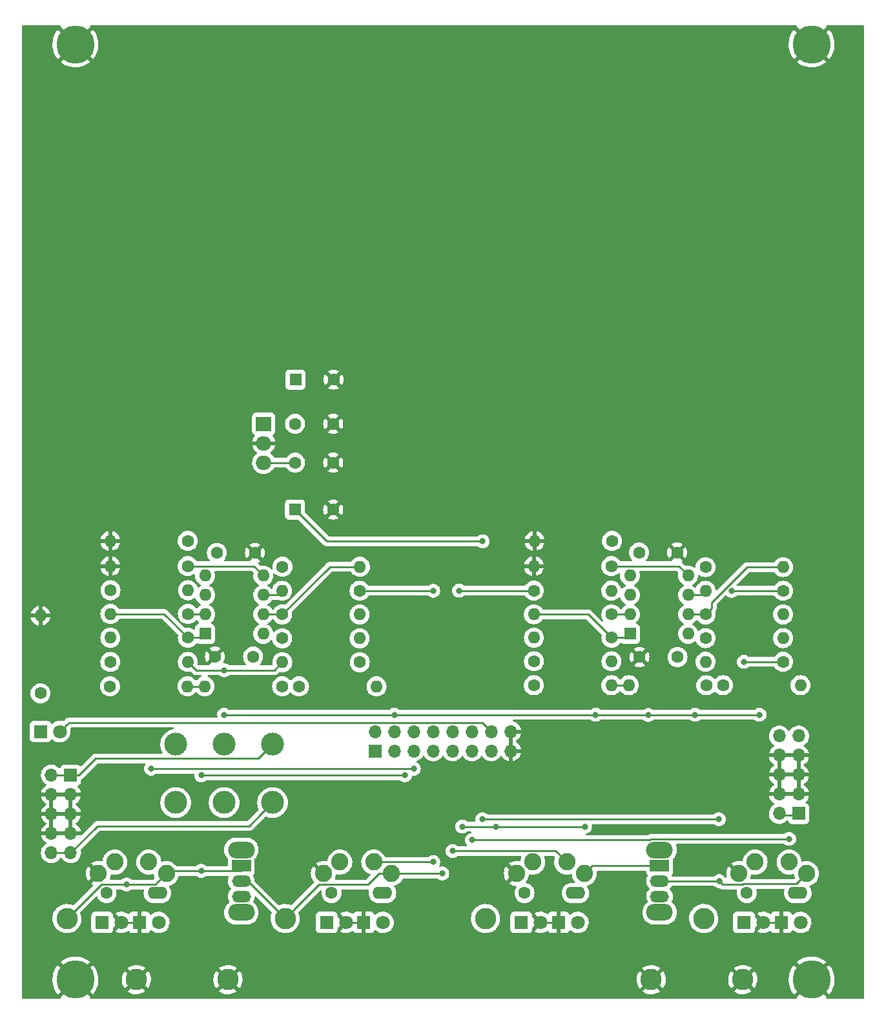
<source format=gbr>
G04 #@! TF.GenerationSoftware,KiCad,Pcbnew,(6.0.1)*
G04 #@! TF.CreationDate,2022-02-19T09:09:18-08:00*
G04 #@! TF.ProjectId,PBJ_EU,50424a5f-4555-42e6-9b69-6361645f7063,4.10*
G04 #@! TF.SameCoordinates,Original*
G04 #@! TF.FileFunction,Copper,L1,Top*
G04 #@! TF.FilePolarity,Positive*
%FSLAX46Y46*%
G04 Gerber Fmt 4.6, Leading zero omitted, Abs format (unit mm)*
G04 Created by KiCad (PCBNEW (6.0.1)) date 2022-02-19 09:09:18*
%MOMM*%
%LPD*%
G01*
G04 APERTURE LIST*
G04 #@! TA.AperFunction,ComponentPad*
%ADD10R,1.800000X1.800000*%
G04 #@! TD*
G04 #@! TA.AperFunction,ComponentPad*
%ADD11C,1.800000*%
G04 #@! TD*
G04 #@! TA.AperFunction,ComponentPad*
%ADD12C,5.000000*%
G04 #@! TD*
G04 #@! TA.AperFunction,ComponentPad*
%ADD13C,2.800000*%
G04 #@! TD*
G04 #@! TA.AperFunction,ComponentPad*
%ADD14C,2.250000*%
G04 #@! TD*
G04 #@! TA.AperFunction,ComponentPad*
%ADD15O,2.600000X1.600000*%
G04 #@! TD*
G04 #@! TA.AperFunction,ComponentPad*
%ADD16C,1.600000*%
G04 #@! TD*
G04 #@! TA.AperFunction,ComponentPad*
%ADD17O,3.500000X2.200000*%
G04 #@! TD*
G04 #@! TA.AperFunction,ComponentPad*
%ADD18R,2.500000X1.500000*%
G04 #@! TD*
G04 #@! TA.AperFunction,ComponentPad*
%ADD19O,2.500000X1.500000*%
G04 #@! TD*
G04 #@! TA.AperFunction,ComponentPad*
%ADD20R,1.700000X1.700000*%
G04 #@! TD*
G04 #@! TA.AperFunction,ComponentPad*
%ADD21O,1.700000X1.700000*%
G04 #@! TD*
G04 #@! TA.AperFunction,ComponentPad*
%ADD22C,3.000000*%
G04 #@! TD*
G04 #@! TA.AperFunction,ComponentPad*
%ADD23R,1.600000X1.600000*%
G04 #@! TD*
G04 #@! TA.AperFunction,ComponentPad*
%ADD24O,1.600000X1.600000*%
G04 #@! TD*
G04 #@! TA.AperFunction,ComponentPad*
%ADD25R,2.000000X1.905000*%
G04 #@! TD*
G04 #@! TA.AperFunction,ComponentPad*
%ADD26O,2.000000X1.905000*%
G04 #@! TD*
G04 #@! TA.AperFunction,ViaPad*
%ADD27C,0.800000*%
G04 #@! TD*
G04 #@! TA.AperFunction,Conductor*
%ADD28C,0.250000*%
G04 #@! TD*
G04 APERTURE END LIST*
D10*
X135150000Y-148000000D03*
D11*
X137690000Y-148000000D03*
D10*
X140050000Y-148000000D03*
D11*
X142590000Y-148000000D03*
D10*
X42920000Y-123000000D03*
D11*
X45460000Y-123000000D03*
D12*
X47500000Y-155500000D03*
X144020000Y-155500000D03*
X144020000Y-33000000D03*
X47500000Y-33000000D03*
D13*
X75000000Y-147500000D03*
X129870000Y-147500000D03*
X55500000Y-155500000D03*
X67500000Y-155500000D03*
X123000000Y-155500000D03*
X135000000Y-155500000D03*
X46400000Y-147500000D03*
D14*
X80020000Y-141600000D03*
X88920000Y-141600000D03*
X82170000Y-140100000D03*
X86620000Y-140100000D03*
D15*
X87760000Y-144150000D03*
D16*
X81080000Y-144150000D03*
D14*
X50520000Y-141600000D03*
X59420000Y-141600000D03*
X52670000Y-140100000D03*
X57120000Y-140100000D03*
D15*
X58260000Y-144150000D03*
D16*
X51580000Y-144150000D03*
D10*
X85300000Y-148000000D03*
D11*
X87840000Y-148000000D03*
D10*
X55900000Y-148000000D03*
D11*
X58440000Y-148000000D03*
D10*
X80450000Y-148000000D03*
D11*
X82990000Y-148000000D03*
D10*
X51000000Y-148000000D03*
D11*
X53540000Y-148000000D03*
D17*
X69250000Y-138500000D03*
X69250000Y-146700000D03*
D18*
X69250000Y-140600000D03*
D19*
X69250000Y-142600000D03*
X69250000Y-144600000D03*
D13*
X101270000Y-147500000D03*
D14*
X105320000Y-141600000D03*
X114220000Y-141600000D03*
X107470000Y-140100000D03*
X111920000Y-140100000D03*
D15*
X113060000Y-144150000D03*
D16*
X106380000Y-144150000D03*
D14*
X134470000Y-141600000D03*
X143370000Y-141600000D03*
X136620000Y-140100000D03*
X141070000Y-140100000D03*
D15*
X142210000Y-144150000D03*
D16*
X135530000Y-144150000D03*
D10*
X110850000Y-148000000D03*
D11*
X113390000Y-148000000D03*
D10*
X105950000Y-148000000D03*
D11*
X108490000Y-148000000D03*
D17*
X124100000Y-138500000D03*
X124100000Y-146700000D03*
D18*
X124100000Y-140600000D03*
D19*
X124100000Y-142600000D03*
X124100000Y-144600000D03*
D20*
X86800000Y-125540000D03*
D21*
X86800000Y-123000000D03*
X89340000Y-125540000D03*
X89340000Y-123000000D03*
X91880000Y-125540000D03*
X91880000Y-123000000D03*
X94420000Y-125540000D03*
X94420000Y-123000000D03*
X96960000Y-125540000D03*
X96960000Y-123000000D03*
X99500000Y-125540000D03*
X99500000Y-123000000D03*
X102040000Y-125540000D03*
X102040000Y-123000000D03*
X104580000Y-125540000D03*
X104580000Y-123000000D03*
D20*
X142330000Y-133750000D03*
D21*
X139790000Y-133750000D03*
X142330000Y-131210000D03*
X139790000Y-131210000D03*
X142330000Y-128670000D03*
X139790000Y-128670000D03*
X142330000Y-126130000D03*
X139790000Y-126130000D03*
X142330000Y-123590000D03*
X139790000Y-123590000D03*
D22*
X60650000Y-132310000D03*
X60650000Y-124690000D03*
X73350000Y-124690000D03*
X67000000Y-124690000D03*
X73350000Y-132310000D03*
X67000000Y-132310000D03*
D23*
X76352400Y-76911200D03*
D16*
X81352400Y-76911200D03*
X42920000Y-118000000D03*
D24*
X42920000Y-107840000D03*
D23*
X64510000Y-110200000D03*
D24*
X64510000Y-107660000D03*
X64510000Y-105120000D03*
X64510000Y-102580000D03*
X72130000Y-102580000D03*
X72130000Y-105120000D03*
X72130000Y-107660000D03*
X72130000Y-110200000D03*
D16*
X74610000Y-110800000D03*
D24*
X84770000Y-110800000D03*
D16*
X76820000Y-117090000D03*
D24*
X86980000Y-117090000D03*
D16*
X74610000Y-107670000D03*
D24*
X84770000Y-107670000D03*
D16*
X52040000Y-117080000D03*
D24*
X62200000Y-117080000D03*
D16*
X62250000Y-107600000D03*
D24*
X52090000Y-107600000D03*
D16*
X52080000Y-113890000D03*
D24*
X62240000Y-113890000D03*
D16*
X74600000Y-117080000D03*
D24*
X64440000Y-117080000D03*
D16*
X52100000Y-104500000D03*
D24*
X62260000Y-104500000D03*
D16*
X62240000Y-110710000D03*
D24*
X52080000Y-110710000D03*
D16*
X126450000Y-113250000D03*
X121450000Y-113250000D03*
X70800000Y-113200000D03*
X65800000Y-113200000D03*
X126400000Y-99550000D03*
X121400000Y-99550000D03*
X130130000Y-110770000D03*
D24*
X140290000Y-110770000D03*
D16*
X132410000Y-116940000D03*
D24*
X142570000Y-116940000D03*
D16*
X140280000Y-113870000D03*
D24*
X130120000Y-113870000D03*
D16*
X107630000Y-113800000D03*
D24*
X117790000Y-113800000D03*
D16*
X130130000Y-107660000D03*
D24*
X140290000Y-107660000D03*
D16*
X117780000Y-110720000D03*
D24*
X107620000Y-110720000D03*
D16*
X107610000Y-116940000D03*
D24*
X117770000Y-116940000D03*
D16*
X130220000Y-116940000D03*
D24*
X120060000Y-116940000D03*
D23*
X76301600Y-93929200D03*
D16*
X81301600Y-93929200D03*
X84790000Y-113930000D03*
D24*
X74630000Y-113930000D03*
D23*
X120210000Y-110200000D03*
D24*
X120210000Y-107660000D03*
X120210000Y-105120000D03*
X120210000Y-102580000D03*
X127830000Y-102580000D03*
X127830000Y-105120000D03*
X127830000Y-107660000D03*
X127830000Y-110200000D03*
D16*
X71050000Y-99600000D03*
X66050000Y-99600000D03*
D20*
X46880000Y-128710000D03*
D21*
X44340000Y-128710000D03*
X46880000Y-131250000D03*
X44340000Y-131250000D03*
X46880000Y-133790000D03*
X44340000Y-133790000D03*
X46880000Y-136330000D03*
X44340000Y-136330000D03*
X46880000Y-138870000D03*
X44340000Y-138870000D03*
D16*
X107600000Y-104550000D03*
D24*
X117760000Y-104550000D03*
D16*
X117770000Y-107650000D03*
D24*
X107610000Y-107650000D03*
D16*
X140290000Y-104570000D03*
D24*
X130130000Y-104570000D03*
D16*
X74640000Y-101430000D03*
D24*
X84800000Y-101430000D03*
D16*
X84760000Y-104570000D03*
D24*
X74600000Y-104570000D03*
D16*
X130120000Y-101470000D03*
D24*
X140280000Y-101470000D03*
D16*
X62230000Y-98044000D03*
D24*
X52070000Y-98044000D03*
D16*
X117856000Y-98044000D03*
D24*
X107696000Y-98044000D03*
D16*
X62230000Y-101346000D03*
D24*
X52070000Y-101346000D03*
D16*
X117770000Y-101346000D03*
D24*
X107610000Y-101346000D03*
D16*
X76301600Y-82702400D03*
X81301600Y-82702400D03*
X76301600Y-87782400D03*
X81301600Y-87782400D03*
D25*
X72186800Y-82702400D03*
D26*
X72186800Y-85242400D03*
X72186800Y-87782400D03*
D27*
X90704999Y-128734999D03*
X54215010Y-143024990D03*
X64000000Y-128734999D03*
X64000000Y-141250000D03*
X94420000Y-104570000D03*
X95595001Y-141600000D03*
X97800000Y-104550000D03*
X98225000Y-135450000D03*
X114310000Y-135450000D03*
X102660000Y-135450000D03*
X131865001Y-134484999D03*
X133535001Y-104574999D03*
X131900000Y-142600000D03*
X100864999Y-134484999D03*
X100888800Y-98094800D03*
X67000000Y-120810000D03*
X67000000Y-114980000D03*
X128730000Y-120810000D03*
X115710000Y-120810000D03*
X89320000Y-120810000D03*
X122610000Y-120830000D03*
X137180000Y-120810000D03*
X57425001Y-127874999D03*
X91880000Y-127874999D03*
X94420000Y-140100000D03*
X96960000Y-138649999D03*
X99500000Y-137220000D03*
X141074990Y-137074990D03*
X135150000Y-113870000D03*
D28*
X69250000Y-128734999D02*
X69250000Y-128734999D01*
X54215010Y-143024990D02*
X57995010Y-143024990D01*
X63940000Y-141250000D02*
X59770000Y-141250000D01*
X64000000Y-128734999D02*
X64000000Y-128734999D01*
X46400000Y-147500000D02*
X50875010Y-143024990D01*
X50875010Y-143024990D02*
X54215010Y-143024990D01*
X69250000Y-128734999D02*
X64000000Y-128734999D01*
X69250000Y-141250000D02*
X63940000Y-141250000D01*
X90704999Y-128734999D02*
X69250000Y-128734999D01*
X58295001Y-142724999D02*
X59420000Y-141600000D01*
X57995010Y-143024990D02*
X58295001Y-142724999D01*
X59770000Y-141250000D02*
X59420000Y-141600000D01*
X137690000Y-148000000D02*
X140050000Y-148000000D01*
X82990000Y-148000000D02*
X85300000Y-148000000D01*
X53540000Y-148000000D02*
X55900000Y-148000000D01*
X108490000Y-148000000D02*
X110850000Y-148000000D01*
X76399999Y-146100001D02*
X75000000Y-147500000D01*
X80741003Y-143024999D02*
X80716001Y-143050001D01*
X80716001Y-143050001D02*
X79449999Y-143050001D01*
X73600001Y-146100001D02*
X75000000Y-147500000D01*
X79449999Y-143050001D02*
X76399999Y-146100001D01*
X87329010Y-141600000D02*
X85904011Y-143024999D01*
X88920000Y-141600000D02*
X90510990Y-141600000D01*
X85891370Y-104570000D02*
X94420000Y-104570000D01*
X88920000Y-141600000D02*
X87329010Y-141600000D01*
X84760000Y-104570000D02*
X85891370Y-104570000D01*
X85904011Y-143024999D02*
X80741003Y-143024999D01*
X69250000Y-142600000D02*
X70100000Y-142600000D01*
X70100000Y-142600000D02*
X73600001Y-146100001D01*
X90510990Y-141600000D02*
X95595001Y-141600000D01*
X114310000Y-135450000D02*
X114310000Y-135450000D01*
X102660000Y-135450000D02*
X114310000Y-135450000D01*
X124200000Y-140600000D02*
X115220000Y-140600000D01*
X115220000Y-140600000D02*
X114220000Y-141600000D01*
X98225000Y-135450000D02*
X102660000Y-135450000D01*
X97800000Y-104550000D02*
X107600000Y-104550000D01*
X131375000Y-142600000D02*
X131375000Y-142600000D01*
X131865001Y-134484999D02*
X131865001Y-134484999D01*
X131900000Y-142600000D02*
X132350001Y-143050001D01*
X142000000Y-142970000D02*
X143370000Y-141600000D01*
X132350001Y-143050001D02*
X134964997Y-143050001D01*
X140285001Y-104574999D02*
X140290000Y-104570000D01*
X134964997Y-143050001D02*
X135044998Y-142970000D01*
X100864999Y-134484999D02*
X131865001Y-134484999D01*
X135044998Y-142970000D02*
X142000000Y-142970000D01*
X124200000Y-142600000D02*
X131900000Y-142600000D01*
X133535001Y-104574999D02*
X140285001Y-104574999D01*
X100888800Y-98094800D02*
X100888800Y-98094800D01*
X102040000Y-123000000D02*
X100864999Y-121824999D01*
X76301600Y-93929200D02*
X80467200Y-98094800D01*
X46359999Y-122100001D02*
X45460000Y-123000000D01*
X100864999Y-121824999D02*
X46635001Y-121824999D01*
X46635001Y-121824999D02*
X46359999Y-122100001D01*
X80467200Y-98094800D02*
X100888800Y-98094800D01*
X72186800Y-87782400D02*
X76301600Y-87782400D01*
X89320000Y-120810000D02*
X89320000Y-120810000D01*
X137180000Y-120810000D02*
X137180000Y-120810000D01*
X122140000Y-120810000D02*
X123880000Y-120810000D01*
X115710000Y-120810000D02*
X122140000Y-120810000D01*
X123880000Y-120810000D02*
X128730000Y-120810000D01*
X128730000Y-120810000D02*
X137180000Y-120810000D01*
X62240000Y-113890000D02*
X63330000Y-114980000D01*
X73580000Y-114980000D02*
X67000000Y-114980000D01*
X67000000Y-120810000D02*
X89320000Y-120810000D01*
X139790000Y-133930000D02*
X142330000Y-133930000D01*
X89320000Y-120810000D02*
X115710000Y-120810000D01*
X74630000Y-113930000D02*
X73580000Y-114980000D01*
X63330000Y-114980000D02*
X67000000Y-114980000D01*
X62200000Y-117080000D02*
X64440000Y-117080000D01*
X117770000Y-116940000D02*
X120060000Y-116940000D01*
X57425001Y-127874999D02*
X57425001Y-127874999D01*
X91880000Y-127874999D02*
X57425001Y-127874999D01*
X91880000Y-127874999D02*
X91880000Y-127874999D01*
X89566002Y-140100000D02*
X94420000Y-140100000D01*
X86620000Y-140100000D02*
X89566002Y-140100000D01*
X110469999Y-138649999D02*
X96960000Y-138649999D01*
X111920000Y-140100000D02*
X110469999Y-138649999D01*
X141074990Y-137074990D02*
X141074990Y-137074990D01*
X122814732Y-137220000D02*
X122959742Y-137074990D01*
X122959742Y-137074990D02*
X141074990Y-137074990D01*
X99500000Y-137220000D02*
X122814732Y-137220000D01*
X52090000Y-107600000D02*
X59130000Y-107600000D01*
X62240000Y-110710000D02*
X64000000Y-110710000D01*
X64000000Y-110710000D02*
X64510000Y-110200000D01*
X59130000Y-107600000D02*
X62240000Y-110710000D01*
X107610000Y-107650000D02*
X114710000Y-107650000D01*
X117780000Y-110720000D02*
X119690000Y-110720000D01*
X119690000Y-110720000D02*
X120210000Y-110200000D01*
X114710000Y-107650000D02*
X117780000Y-110720000D01*
X62310000Y-107660000D02*
X62250000Y-107600000D01*
X64510000Y-107660000D02*
X62310000Y-107660000D01*
X120200000Y-107650000D02*
X120210000Y-107660000D01*
X117770000Y-107650000D02*
X120200000Y-107650000D01*
X74050000Y-105120000D02*
X74600000Y-104570000D01*
X72130000Y-105120000D02*
X74050000Y-105120000D01*
X127860000Y-105150000D02*
X127830000Y-105120000D01*
X129580000Y-105120000D02*
X130130000Y-104570000D01*
X127830000Y-105120000D02*
X129580000Y-105120000D01*
X135150000Y-113870000D02*
X135150000Y-113870000D01*
X140280000Y-113870000D02*
X135150000Y-113870000D01*
X74600000Y-107660000D02*
X74610000Y-107670000D01*
X74610000Y-107670000D02*
X80850000Y-101430000D01*
X72130000Y-107660000D02*
X74600000Y-107660000D01*
X80850000Y-101430000D02*
X84800000Y-101430000D01*
X135566998Y-101470000D02*
X139148630Y-101470000D01*
X130130000Y-107660000D02*
X130929999Y-106860001D01*
X130929999Y-106860001D02*
X130929999Y-106106999D01*
X130929999Y-106106999D02*
X135566998Y-101470000D01*
X127830000Y-107660000D02*
X130130000Y-107660000D01*
X139148630Y-101470000D02*
X140280000Y-101470000D01*
X50174999Y-126515001D02*
X71524999Y-126515001D01*
X46880000Y-128710000D02*
X47980000Y-128710000D01*
X71524999Y-126515001D02*
X71850001Y-126189999D01*
X44340000Y-128710000D02*
X46880000Y-128710000D01*
X47980000Y-128710000D02*
X50174999Y-126515001D01*
X71850001Y-126189999D02*
X73350000Y-124690000D01*
X44340000Y-138870000D02*
X45542081Y-138870000D01*
X71850001Y-133809999D02*
X73350000Y-132310000D01*
X70270000Y-135390000D02*
X71850001Y-133809999D01*
X50360000Y-135390000D02*
X70270000Y-135390000D01*
X46880000Y-138870000D02*
X50360000Y-135390000D01*
X45542081Y-138870000D02*
X46880000Y-138870000D01*
X62230000Y-101346000D02*
X70896000Y-101346000D01*
X70896000Y-101346000D02*
X72130000Y-102580000D01*
X126596000Y-101346000D02*
X127830000Y-102580000D01*
X117770000Y-101346000D02*
X126596000Y-101346000D01*
G04 #@! TA.AperFunction,Conductor*
G36*
X45526390Y-30528002D02*
G01*
X45572883Y-30581658D01*
X45582987Y-30651932D01*
X45564642Y-30698362D01*
X45564576Y-30700069D01*
X45571527Y-30712316D01*
X47487190Y-32627980D01*
X47501131Y-32635592D01*
X47502966Y-32635461D01*
X47509580Y-32631210D01*
X49427074Y-30713716D01*
X49434688Y-30699772D01*
X49434194Y-30692853D01*
X49416038Y-30638944D01*
X49433352Y-30570091D01*
X49485141Y-30521529D01*
X49541941Y-30508000D01*
X141978269Y-30508000D01*
X142046390Y-30528002D01*
X142092883Y-30581658D01*
X142102987Y-30651932D01*
X142084642Y-30698362D01*
X142084576Y-30700069D01*
X142091527Y-30712316D01*
X144007190Y-32627980D01*
X144021131Y-32635592D01*
X144022966Y-32635461D01*
X144029580Y-32631210D01*
X145947074Y-30713716D01*
X145954688Y-30699772D01*
X145954194Y-30692853D01*
X145936038Y-30638944D01*
X145953352Y-30570091D01*
X146005141Y-30521529D01*
X146061941Y-30508000D01*
X150766000Y-30508000D01*
X150834121Y-30528002D01*
X150880614Y-30581658D01*
X150892000Y-30634000D01*
X150892000Y-157866000D01*
X150871998Y-157934121D01*
X150818342Y-157980614D01*
X150766000Y-157992000D01*
X146066799Y-157992000D01*
X145998678Y-157971998D01*
X145952185Y-157918342D01*
X145942081Y-157848068D01*
X145957646Y-157810415D01*
X145958123Y-157803616D01*
X145950537Y-157789748D01*
X144032810Y-155872020D01*
X144018869Y-155864408D01*
X144017034Y-155864539D01*
X144010420Y-155868790D01*
X142091474Y-157787737D01*
X142083860Y-157801681D01*
X142084551Y-157811344D01*
X142101060Y-157863030D01*
X142082669Y-157931603D01*
X142030124Y-157979348D01*
X141975095Y-157992000D01*
X49546799Y-157992000D01*
X49478678Y-157971998D01*
X49432185Y-157918342D01*
X49422081Y-157848068D01*
X49437646Y-157810415D01*
X49438123Y-157803616D01*
X49430537Y-157789748D01*
X47512810Y-155872020D01*
X47498869Y-155864408D01*
X47497034Y-155864539D01*
X47490420Y-155868790D01*
X45571474Y-157787737D01*
X45563860Y-157801681D01*
X45564551Y-157811344D01*
X45581060Y-157863030D01*
X45562669Y-157931603D01*
X45510124Y-157979348D01*
X45455095Y-157992000D01*
X40634000Y-157992000D01*
X40565879Y-157971998D01*
X40519386Y-157918342D01*
X40508000Y-157866000D01*
X40508000Y-155408987D01*
X44488484Y-155408987D01*
X44497374Y-155748505D01*
X44497980Y-155755721D01*
X44545835Y-156091963D01*
X44547269Y-156099074D01*
X44633455Y-156427595D01*
X44635692Y-156434478D01*
X44759064Y-156750914D01*
X44762081Y-156757503D01*
X44921002Y-157057652D01*
X44924761Y-157063860D01*
X45117129Y-157343757D01*
X45121574Y-157349486D01*
X45188743Y-157426484D01*
X45201917Y-157434888D01*
X45211769Y-157429020D01*
X47127980Y-155512810D01*
X47134357Y-155501131D01*
X47864408Y-155501131D01*
X47864539Y-155502966D01*
X47868790Y-155509580D01*
X49786268Y-157427057D01*
X49799622Y-157434349D01*
X49809594Y-157427295D01*
X49916641Y-157299267D01*
X49920957Y-157293456D01*
X50102025Y-157017806D01*
X54347361Y-157017806D01*
X54354751Y-157028108D01*
X54396630Y-157062203D01*
X54403909Y-157067318D01*
X54627756Y-157202085D01*
X54635670Y-157206118D01*
X54876286Y-157308006D01*
X54884691Y-157310883D01*
X55137257Y-157377850D01*
X55145989Y-157379516D01*
X55405474Y-157410227D01*
X55414340Y-157410645D01*
X55675561Y-157404490D01*
X55684414Y-157403653D01*
X55942162Y-157360752D01*
X55950796Y-157358679D01*
X56199930Y-157279888D01*
X56208192Y-157276617D01*
X56443731Y-157163513D01*
X56451455Y-157159107D01*
X56645268Y-157029606D01*
X56653556Y-157019688D01*
X56652593Y-157017806D01*
X66347361Y-157017806D01*
X66354751Y-157028108D01*
X66396630Y-157062203D01*
X66403909Y-157067318D01*
X66627756Y-157202085D01*
X66635670Y-157206118D01*
X66876286Y-157308006D01*
X66884691Y-157310883D01*
X67137257Y-157377850D01*
X67145989Y-157379516D01*
X67405474Y-157410227D01*
X67414340Y-157410645D01*
X67675561Y-157404490D01*
X67684414Y-157403653D01*
X67942162Y-157360752D01*
X67950796Y-157358679D01*
X68199930Y-157279888D01*
X68208192Y-157276617D01*
X68443731Y-157163513D01*
X68451455Y-157159107D01*
X68645268Y-157029606D01*
X68653556Y-157019688D01*
X68652593Y-157017806D01*
X121847361Y-157017806D01*
X121854751Y-157028108D01*
X121896630Y-157062203D01*
X121903909Y-157067318D01*
X122127756Y-157202085D01*
X122135670Y-157206118D01*
X122376286Y-157308006D01*
X122384691Y-157310883D01*
X122637257Y-157377850D01*
X122645989Y-157379516D01*
X122905474Y-157410227D01*
X122914340Y-157410645D01*
X123175561Y-157404490D01*
X123184414Y-157403653D01*
X123442162Y-157360752D01*
X123450796Y-157358679D01*
X123699930Y-157279888D01*
X123708192Y-157276617D01*
X123943731Y-157163513D01*
X123951455Y-157159107D01*
X124145268Y-157029606D01*
X124153556Y-157019688D01*
X124152593Y-157017806D01*
X133847361Y-157017806D01*
X133854751Y-157028108D01*
X133896630Y-157062203D01*
X133903909Y-157067318D01*
X134127756Y-157202085D01*
X134135670Y-157206118D01*
X134376286Y-157308006D01*
X134384691Y-157310883D01*
X134637257Y-157377850D01*
X134645989Y-157379516D01*
X134905474Y-157410227D01*
X134914340Y-157410645D01*
X135175561Y-157404490D01*
X135184414Y-157403653D01*
X135442162Y-157360752D01*
X135450796Y-157358679D01*
X135699930Y-157279888D01*
X135708192Y-157276617D01*
X135943731Y-157163513D01*
X135951455Y-157159107D01*
X136145268Y-157029606D01*
X136153556Y-157019688D01*
X136146299Y-157005509D01*
X135012812Y-155872022D01*
X134998868Y-155864408D01*
X134997035Y-155864539D01*
X134990420Y-155868790D01*
X133854527Y-157004683D01*
X133847361Y-157017806D01*
X124152593Y-157017806D01*
X124146299Y-157005509D01*
X123012812Y-155872022D01*
X122998868Y-155864408D01*
X122997035Y-155864539D01*
X122990420Y-155868790D01*
X121854527Y-157004683D01*
X121847361Y-157017806D01*
X68652593Y-157017806D01*
X68646299Y-157005509D01*
X67512812Y-155872022D01*
X67498868Y-155864408D01*
X67497035Y-155864539D01*
X67490420Y-155868790D01*
X66354527Y-157004683D01*
X66347361Y-157017806D01*
X56652593Y-157017806D01*
X56646299Y-157005509D01*
X55512812Y-155872022D01*
X55498868Y-155864408D01*
X55497035Y-155864539D01*
X55490420Y-155868790D01*
X54354527Y-157004683D01*
X54347361Y-157017806D01*
X50102025Y-157017806D01*
X50107432Y-157009575D01*
X50111046Y-157003313D01*
X50263658Y-156699882D01*
X50266530Y-156693244D01*
X50383249Y-156374293D01*
X50385345Y-156367351D01*
X50464631Y-156037103D01*
X50465915Y-156029964D01*
X50506816Y-155691973D01*
X50507240Y-155686403D01*
X50513010Y-155502797D01*
X50512937Y-155497204D01*
X50509890Y-155444367D01*
X53588245Y-155444367D01*
X53598503Y-155705459D01*
X53599478Y-155714288D01*
X53646422Y-155971332D01*
X53648631Y-155979934D01*
X53731324Y-156227796D01*
X53734728Y-156236014D01*
X53851519Y-156469750D01*
X53856043Y-156477398D01*
X53971352Y-156644235D01*
X53981673Y-156652589D01*
X53995323Y-156645467D01*
X55127978Y-155512812D01*
X55134356Y-155501132D01*
X55864408Y-155501132D01*
X55864539Y-155502965D01*
X55868790Y-155509580D01*
X57005517Y-156646307D01*
X57018917Y-156653624D01*
X57028821Y-156646637D01*
X57044686Y-156627763D01*
X57049905Y-156620580D01*
X57188171Y-156398876D01*
X57192333Y-156391017D01*
X57297988Y-156152030D01*
X57300994Y-156143680D01*
X57371921Y-155892192D01*
X57373722Y-155883499D01*
X57408672Y-155623292D01*
X57409200Y-155616899D01*
X57412773Y-155503222D01*
X57412646Y-155496779D01*
X57408935Y-155444367D01*
X65588245Y-155444367D01*
X65598503Y-155705459D01*
X65599478Y-155714288D01*
X65646422Y-155971332D01*
X65648631Y-155979934D01*
X65731324Y-156227796D01*
X65734728Y-156236014D01*
X65851519Y-156469750D01*
X65856043Y-156477398D01*
X65971352Y-156644235D01*
X65981673Y-156652589D01*
X65995323Y-156645467D01*
X67127978Y-155512812D01*
X67134356Y-155501132D01*
X67864408Y-155501132D01*
X67864539Y-155502965D01*
X67868790Y-155509580D01*
X69005517Y-156646307D01*
X69018917Y-156653624D01*
X69028821Y-156646637D01*
X69044686Y-156627763D01*
X69049905Y-156620580D01*
X69188171Y-156398876D01*
X69192333Y-156391017D01*
X69297988Y-156152030D01*
X69300994Y-156143680D01*
X69371921Y-155892192D01*
X69373722Y-155883499D01*
X69408672Y-155623292D01*
X69409200Y-155616899D01*
X69412773Y-155503222D01*
X69412646Y-155496779D01*
X69408935Y-155444367D01*
X121088245Y-155444367D01*
X121098503Y-155705459D01*
X121099478Y-155714288D01*
X121146422Y-155971332D01*
X121148631Y-155979934D01*
X121231324Y-156227796D01*
X121234728Y-156236014D01*
X121351519Y-156469750D01*
X121356043Y-156477398D01*
X121471352Y-156644235D01*
X121481673Y-156652589D01*
X121495323Y-156645467D01*
X122627978Y-155512812D01*
X122634356Y-155501132D01*
X123364408Y-155501132D01*
X123364539Y-155502965D01*
X123368790Y-155509580D01*
X124505517Y-156646307D01*
X124518917Y-156653624D01*
X124528821Y-156646637D01*
X124544686Y-156627763D01*
X124549905Y-156620580D01*
X124688171Y-156398876D01*
X124692333Y-156391017D01*
X124797988Y-156152030D01*
X124800994Y-156143680D01*
X124871921Y-155892192D01*
X124873722Y-155883499D01*
X124908672Y-155623292D01*
X124909200Y-155616899D01*
X124912773Y-155503222D01*
X124912646Y-155496779D01*
X124908935Y-155444367D01*
X133088245Y-155444367D01*
X133098503Y-155705459D01*
X133099478Y-155714288D01*
X133146422Y-155971332D01*
X133148631Y-155979934D01*
X133231324Y-156227796D01*
X133234728Y-156236014D01*
X133351519Y-156469750D01*
X133356043Y-156477398D01*
X133471352Y-156644235D01*
X133481673Y-156652589D01*
X133495323Y-156645467D01*
X134627978Y-155512812D01*
X134634356Y-155501132D01*
X135364408Y-155501132D01*
X135364539Y-155502965D01*
X135368790Y-155509580D01*
X136505517Y-156646307D01*
X136518917Y-156653624D01*
X136528821Y-156646637D01*
X136544686Y-156627763D01*
X136549905Y-156620580D01*
X136688171Y-156398876D01*
X136692333Y-156391017D01*
X136797988Y-156152030D01*
X136800994Y-156143680D01*
X136871921Y-155892192D01*
X136873722Y-155883499D01*
X136908672Y-155623292D01*
X136909200Y-155616899D01*
X136912773Y-155503222D01*
X136912646Y-155496779D01*
X136906430Y-155408987D01*
X141008484Y-155408987D01*
X141017374Y-155748505D01*
X141017980Y-155755721D01*
X141065835Y-156091963D01*
X141067269Y-156099074D01*
X141153455Y-156427595D01*
X141155692Y-156434478D01*
X141279064Y-156750914D01*
X141282081Y-156757503D01*
X141441002Y-157057652D01*
X141444761Y-157063860D01*
X141637129Y-157343757D01*
X141641574Y-157349486D01*
X141708743Y-157426484D01*
X141721917Y-157434888D01*
X141731769Y-157429020D01*
X143647980Y-155512810D01*
X143654357Y-155501131D01*
X144384408Y-155501131D01*
X144384539Y-155502966D01*
X144388790Y-155509580D01*
X146306268Y-157427057D01*
X146319622Y-157434349D01*
X146329594Y-157427295D01*
X146436641Y-157299267D01*
X146440957Y-157293456D01*
X146627432Y-157009575D01*
X146631046Y-157003313D01*
X146783658Y-156699882D01*
X146786530Y-156693244D01*
X146903249Y-156374293D01*
X146905345Y-156367351D01*
X146984631Y-156037103D01*
X146985915Y-156029964D01*
X147026816Y-155691973D01*
X147027240Y-155686403D01*
X147033010Y-155502797D01*
X147032937Y-155497204D01*
X147013338Y-155157303D01*
X147012506Y-155150113D01*
X146954113Y-154815529D01*
X146952458Y-154808474D01*
X146855998Y-154482834D01*
X146853540Y-154476006D01*
X146720290Y-154163608D01*
X146717073Y-154157125D01*
X146548788Y-153862089D01*
X146544856Y-153856034D01*
X146343774Y-153582295D01*
X146339166Y-153576726D01*
X146333830Y-153570984D01*
X146320178Y-153562866D01*
X146319570Y-153562887D01*
X146311092Y-153568119D01*
X144392020Y-155487190D01*
X144384408Y-155501131D01*
X143654357Y-155501131D01*
X143655592Y-155498869D01*
X143655461Y-155497034D01*
X143651210Y-155490420D01*
X141732374Y-153571585D01*
X141719581Y-153564599D01*
X141708827Y-153572464D01*
X141548037Y-153777527D01*
X141543902Y-153783476D01*
X141366440Y-154073068D01*
X141363019Y-154079447D01*
X141220016Y-154387522D01*
X141217356Y-154394241D01*
X141110711Y-154716707D01*
X141108834Y-154723711D01*
X141039961Y-155056288D01*
X141038904Y-155063449D01*
X141008712Y-155401735D01*
X141008484Y-155408987D01*
X136906430Y-155408987D01*
X136894106Y-155234923D01*
X136892853Y-155226119D01*
X136837858Y-154970677D01*
X136835379Y-154962144D01*
X136744941Y-154717002D01*
X136741286Y-154708907D01*
X136617206Y-154478947D01*
X136612447Y-154471449D01*
X136527759Y-154356790D01*
X136516631Y-154348348D01*
X136504038Y-154355172D01*
X135372022Y-155487188D01*
X135364408Y-155501132D01*
X134634356Y-155501132D01*
X134635592Y-155498868D01*
X134635461Y-155497035D01*
X134631210Y-155490420D01*
X133495819Y-154355029D01*
X133482978Y-154348017D01*
X133472289Y-154355813D01*
X133420663Y-154421299D01*
X133415658Y-154428663D01*
X133284420Y-154654605D01*
X133280516Y-154662575D01*
X133182420Y-154904763D01*
X133179676Y-154913207D01*
X133116683Y-155166800D01*
X133115156Y-155175551D01*
X133088524Y-155435483D01*
X133088245Y-155444367D01*
X124908935Y-155444367D01*
X124894106Y-155234923D01*
X124892853Y-155226119D01*
X124837858Y-154970677D01*
X124835379Y-154962144D01*
X124744941Y-154717002D01*
X124741286Y-154708907D01*
X124617206Y-154478947D01*
X124612447Y-154471449D01*
X124527759Y-154356790D01*
X124516631Y-154348348D01*
X124504038Y-154355172D01*
X123372022Y-155487188D01*
X123364408Y-155501132D01*
X122634356Y-155501132D01*
X122635592Y-155498868D01*
X122635461Y-155497035D01*
X122631210Y-155490420D01*
X121495819Y-154355029D01*
X121482978Y-154348017D01*
X121472289Y-154355813D01*
X121420663Y-154421299D01*
X121415658Y-154428663D01*
X121284420Y-154654605D01*
X121280516Y-154662575D01*
X121182420Y-154904763D01*
X121179676Y-154913207D01*
X121116683Y-155166800D01*
X121115156Y-155175551D01*
X121088524Y-155435483D01*
X121088245Y-155444367D01*
X69408935Y-155444367D01*
X69394106Y-155234923D01*
X69392853Y-155226119D01*
X69337858Y-154970677D01*
X69335379Y-154962144D01*
X69244941Y-154717002D01*
X69241286Y-154708907D01*
X69117206Y-154478947D01*
X69112447Y-154471449D01*
X69027759Y-154356790D01*
X69016631Y-154348348D01*
X69004038Y-154355172D01*
X67872022Y-155487188D01*
X67864408Y-155501132D01*
X67134356Y-155501132D01*
X67135592Y-155498868D01*
X67135461Y-155497035D01*
X67131210Y-155490420D01*
X65995819Y-154355029D01*
X65982978Y-154348017D01*
X65972289Y-154355813D01*
X65920663Y-154421299D01*
X65915658Y-154428663D01*
X65784420Y-154654605D01*
X65780516Y-154662575D01*
X65682420Y-154904763D01*
X65679676Y-154913207D01*
X65616683Y-155166800D01*
X65615156Y-155175551D01*
X65588524Y-155435483D01*
X65588245Y-155444367D01*
X57408935Y-155444367D01*
X57394106Y-155234923D01*
X57392853Y-155226119D01*
X57337858Y-154970677D01*
X57335379Y-154962144D01*
X57244941Y-154717002D01*
X57241286Y-154708907D01*
X57117206Y-154478947D01*
X57112447Y-154471449D01*
X57027759Y-154356790D01*
X57016631Y-154348348D01*
X57004038Y-154355172D01*
X55872022Y-155487188D01*
X55864408Y-155501132D01*
X55134356Y-155501132D01*
X55135592Y-155498868D01*
X55135461Y-155497035D01*
X55131210Y-155490420D01*
X53995819Y-154355029D01*
X53982978Y-154348017D01*
X53972289Y-154355813D01*
X53920663Y-154421299D01*
X53915658Y-154428663D01*
X53784420Y-154654605D01*
X53780516Y-154662575D01*
X53682420Y-154904763D01*
X53679676Y-154913207D01*
X53616683Y-155166800D01*
X53615156Y-155175551D01*
X53588524Y-155435483D01*
X53588245Y-155444367D01*
X50509890Y-155444367D01*
X50493338Y-155157303D01*
X50492506Y-155150113D01*
X50434113Y-154815529D01*
X50432458Y-154808474D01*
X50335998Y-154482834D01*
X50333540Y-154476006D01*
X50200290Y-154163608D01*
X50197073Y-154157125D01*
X50097576Y-153982688D01*
X54348045Y-153982688D01*
X54355025Y-153995815D01*
X55487188Y-155127978D01*
X55501132Y-155135592D01*
X55502965Y-155135461D01*
X55509580Y-155131210D01*
X56644804Y-153995986D01*
X56651658Y-153983434D01*
X56651105Y-153982688D01*
X66348045Y-153982688D01*
X66355025Y-153995815D01*
X67487188Y-155127978D01*
X67501132Y-155135592D01*
X67502965Y-155135461D01*
X67509580Y-155131210D01*
X68644804Y-153995986D01*
X68651658Y-153983434D01*
X68651105Y-153982688D01*
X121848045Y-153982688D01*
X121855025Y-153995815D01*
X122987188Y-155127978D01*
X123001132Y-155135592D01*
X123002965Y-155135461D01*
X123009580Y-155131210D01*
X124144804Y-153995986D01*
X124151658Y-153983434D01*
X124151105Y-153982688D01*
X133848045Y-153982688D01*
X133855025Y-153995815D01*
X134987188Y-155127978D01*
X135001132Y-155135592D01*
X135002965Y-155135461D01*
X135009580Y-155131210D01*
X136144804Y-153995986D01*
X136151658Y-153983434D01*
X136143450Y-153972363D01*
X136053762Y-153903916D01*
X136046313Y-153899023D01*
X135818353Y-153771359D01*
X135810303Y-153767571D01*
X135566617Y-153673295D01*
X135558127Y-153670683D01*
X135303578Y-153611683D01*
X135294800Y-153610293D01*
X135034478Y-153587746D01*
X135025607Y-153587606D01*
X134764696Y-153601965D01*
X134755886Y-153603079D01*
X134499607Y-153654055D01*
X134491050Y-153656396D01*
X134244496Y-153742980D01*
X134236362Y-153746500D01*
X134004477Y-153866955D01*
X133996905Y-153871594D01*
X133856447Y-153971967D01*
X133848045Y-153982688D01*
X124151105Y-153982688D01*
X124143450Y-153972363D01*
X124053762Y-153903916D01*
X124046313Y-153899023D01*
X123818353Y-153771359D01*
X123810303Y-153767571D01*
X123566617Y-153673295D01*
X123558127Y-153670683D01*
X123303578Y-153611683D01*
X123294800Y-153610293D01*
X123034478Y-153587746D01*
X123025607Y-153587606D01*
X122764696Y-153601965D01*
X122755886Y-153603079D01*
X122499607Y-153654055D01*
X122491050Y-153656396D01*
X122244496Y-153742980D01*
X122236362Y-153746500D01*
X122004477Y-153866955D01*
X121996905Y-153871594D01*
X121856447Y-153971967D01*
X121848045Y-153982688D01*
X68651105Y-153982688D01*
X68643450Y-153972363D01*
X68553762Y-153903916D01*
X68546313Y-153899023D01*
X68318353Y-153771359D01*
X68310303Y-153767571D01*
X68066617Y-153673295D01*
X68058127Y-153670683D01*
X67803578Y-153611683D01*
X67794800Y-153610293D01*
X67534478Y-153587746D01*
X67525607Y-153587606D01*
X67264696Y-153601965D01*
X67255886Y-153603079D01*
X66999607Y-153654055D01*
X66991050Y-153656396D01*
X66744496Y-153742980D01*
X66736362Y-153746500D01*
X66504477Y-153866955D01*
X66496905Y-153871594D01*
X66356447Y-153971967D01*
X66348045Y-153982688D01*
X56651105Y-153982688D01*
X56643450Y-153972363D01*
X56553762Y-153903916D01*
X56546313Y-153899023D01*
X56318353Y-153771359D01*
X56310303Y-153767571D01*
X56066617Y-153673295D01*
X56058127Y-153670683D01*
X55803578Y-153611683D01*
X55794800Y-153610293D01*
X55534478Y-153587746D01*
X55525607Y-153587606D01*
X55264696Y-153601965D01*
X55255886Y-153603079D01*
X54999607Y-153654055D01*
X54991050Y-153656396D01*
X54744496Y-153742980D01*
X54736362Y-153746500D01*
X54504477Y-153866955D01*
X54496905Y-153871594D01*
X54356447Y-153971967D01*
X54348045Y-153982688D01*
X50097576Y-153982688D01*
X50028788Y-153862089D01*
X50024856Y-153856034D01*
X49823774Y-153582295D01*
X49819166Y-153576726D01*
X49813830Y-153570984D01*
X49800178Y-153562866D01*
X49799570Y-153562887D01*
X49791092Y-153568119D01*
X47872020Y-155487190D01*
X47864408Y-155501131D01*
X47134357Y-155501131D01*
X47135592Y-155498869D01*
X47135461Y-155497034D01*
X47131210Y-155490420D01*
X45212374Y-153571585D01*
X45199581Y-153564599D01*
X45188827Y-153572464D01*
X45028037Y-153777527D01*
X45023902Y-153783476D01*
X44846440Y-154073068D01*
X44843019Y-154079447D01*
X44700016Y-154387522D01*
X44697356Y-154394241D01*
X44590711Y-154716707D01*
X44588834Y-154723711D01*
X44519961Y-155056288D01*
X44518904Y-155063449D01*
X44488712Y-155401735D01*
X44488484Y-155408987D01*
X40508000Y-155408987D01*
X40508000Y-153201048D01*
X45565132Y-153201048D01*
X45571527Y-153212316D01*
X47487190Y-155127980D01*
X47501131Y-155135592D01*
X47502966Y-155135461D01*
X47509580Y-155131210D01*
X49427074Y-153213716D01*
X49433991Y-153201048D01*
X142085132Y-153201048D01*
X142091527Y-153212316D01*
X144007190Y-155127980D01*
X144021131Y-155135592D01*
X144022966Y-155135461D01*
X144029580Y-155131210D01*
X145947074Y-153213716D01*
X145954466Y-153200179D01*
X145947679Y-153190479D01*
X145844476Y-153102335D01*
X145838704Y-153097953D01*
X145556796Y-152908519D01*
X145550575Y-152904839D01*
X145248757Y-152749060D01*
X145242146Y-152746116D01*
X144924439Y-152626065D01*
X144917513Y-152623894D01*
X144588112Y-152541155D01*
X144581005Y-152539799D01*
X144244278Y-152495468D01*
X144237036Y-152494937D01*
X143897467Y-152489602D01*
X143890205Y-152489906D01*
X143552256Y-152523638D01*
X143545108Y-152524770D01*
X143213263Y-152597124D01*
X143206285Y-152599072D01*
X142884960Y-152709086D01*
X142878253Y-152711823D01*
X142571707Y-152858039D01*
X142565349Y-152861534D01*
X142277654Y-153042005D01*
X142271731Y-153046214D01*
X142093601Y-153188923D01*
X142085132Y-153201048D01*
X49433991Y-153201048D01*
X49434466Y-153200179D01*
X49427679Y-153190479D01*
X49324476Y-153102335D01*
X49318704Y-153097953D01*
X49036796Y-152908519D01*
X49030575Y-152904839D01*
X48728757Y-152749060D01*
X48722146Y-152746116D01*
X48404439Y-152626065D01*
X48397513Y-152623894D01*
X48068112Y-152541155D01*
X48061005Y-152539799D01*
X47724278Y-152495468D01*
X47717036Y-152494937D01*
X47377467Y-152489602D01*
X47370205Y-152489906D01*
X47032256Y-152523638D01*
X47025108Y-152524770D01*
X46693263Y-152597124D01*
X46686285Y-152599072D01*
X46364960Y-152709086D01*
X46358253Y-152711823D01*
X46051707Y-152858039D01*
X46045349Y-152861534D01*
X45757654Y-153042005D01*
X45751731Y-153046214D01*
X45573601Y-153188923D01*
X45565132Y-153201048D01*
X40508000Y-153201048D01*
X40508000Y-147439899D01*
X44487569Y-147439899D01*
X44498180Y-147709963D01*
X44546737Y-147975837D01*
X44632272Y-148232217D01*
X44753078Y-148473987D01*
X44755607Y-148477646D01*
X44865907Y-148637237D01*
X44906744Y-148696324D01*
X45090205Y-148894790D01*
X45093659Y-148897602D01*
X45093660Y-148897603D01*
X45155728Y-148948134D01*
X45299799Y-149065427D01*
X45303617Y-149067726D01*
X45303619Y-149067727D01*
X45459221Y-149161407D01*
X45531346Y-149204830D01*
X45535441Y-149206564D01*
X45535443Y-149206565D01*
X45776124Y-149308480D01*
X45776131Y-149308482D01*
X45780225Y-149310216D01*
X45805453Y-149316905D01*
X46037172Y-149378345D01*
X46037177Y-149378346D01*
X46041469Y-149379484D01*
X46045878Y-149380006D01*
X46045884Y-149380007D01*
X46167933Y-149394452D01*
X46309868Y-149411251D01*
X46580064Y-149404883D01*
X46584459Y-149404151D01*
X46584464Y-149404151D01*
X46842267Y-149361241D01*
X46842271Y-149361240D01*
X46846669Y-149360508D01*
X47014959Y-149307285D01*
X47100114Y-149280354D01*
X47100116Y-149280353D01*
X47104360Y-149279011D01*
X47108371Y-149277085D01*
X47108376Y-149277083D01*
X47343979Y-149163948D01*
X47343980Y-149163947D01*
X47347998Y-149162018D01*
X47548382Y-149028126D01*
X47569013Y-149014341D01*
X47569017Y-149014338D01*
X47572721Y-149011863D01*
X47576038Y-149008892D01*
X47576042Y-149008889D01*
X47643873Y-148948134D01*
X49591500Y-148948134D01*
X49598255Y-149010316D01*
X49649385Y-149146705D01*
X49736739Y-149263261D01*
X49853295Y-149350615D01*
X49989684Y-149401745D01*
X50051866Y-149408500D01*
X51948134Y-149408500D01*
X52010316Y-149401745D01*
X52146705Y-149350615D01*
X52263261Y-149263261D01*
X52339596Y-149161407D01*
X52743424Y-149161407D01*
X52748705Y-149168461D01*
X52925080Y-149271527D01*
X52934363Y-149275974D01*
X53141003Y-149354883D01*
X53150901Y-149357759D01*
X53367653Y-149401857D01*
X53377883Y-149403076D01*
X53598914Y-149411182D01*
X53609223Y-149410714D01*
X53828623Y-149382608D01*
X53838688Y-149380468D01*
X54050557Y-149316905D01*
X54060152Y-149313144D01*
X54258778Y-149215838D01*
X54267644Y-149210554D01*
X54382638Y-149128529D01*
X54449711Y-149105255D01*
X54518720Y-149121938D01*
X54556633Y-149155542D01*
X54631715Y-149255724D01*
X54644276Y-149268285D01*
X54746351Y-149344786D01*
X54761946Y-149353324D01*
X54882394Y-149398478D01*
X54897649Y-149402105D01*
X54948514Y-149407631D01*
X54955328Y-149408000D01*
X55627885Y-149408000D01*
X55643124Y-149403525D01*
X55644329Y-149402135D01*
X55646000Y-149394452D01*
X55646000Y-149389884D01*
X56154000Y-149389884D01*
X56158475Y-149405123D01*
X56159865Y-149406328D01*
X56167548Y-149407999D01*
X56844669Y-149407999D01*
X56851490Y-149407629D01*
X56902352Y-149402105D01*
X56917604Y-149398479D01*
X57038054Y-149353324D01*
X57053649Y-149344786D01*
X57155724Y-149268285D01*
X57168285Y-149255724D01*
X57244786Y-149153649D01*
X57253324Y-149138054D01*
X57274773Y-149080840D01*
X57317415Y-149024075D01*
X57383977Y-148999376D01*
X57453325Y-149014584D01*
X57473240Y-149028126D01*
X57629349Y-149157730D01*
X57829322Y-149274584D01*
X58045694Y-149357209D01*
X58050760Y-149358240D01*
X58050761Y-149358240D01*
X58055293Y-149359162D01*
X58272656Y-149403385D01*
X58402089Y-149408131D01*
X58498949Y-149411683D01*
X58498953Y-149411683D01*
X58504113Y-149411872D01*
X58509233Y-149411216D01*
X58509235Y-149411216D01*
X58583166Y-149401745D01*
X58733847Y-149382442D01*
X58738795Y-149380957D01*
X58738802Y-149380956D01*
X58950747Y-149317369D01*
X58955690Y-149315886D01*
X59028220Y-149280354D01*
X59159049Y-149216262D01*
X59159052Y-149216260D01*
X59163684Y-149213991D01*
X59352243Y-149079494D01*
X59516303Y-148916005D01*
X59651458Y-148727917D01*
X59702494Y-148624654D01*
X59751784Y-148524922D01*
X59751785Y-148524920D01*
X59754078Y-148520280D01*
X59821408Y-148298671D01*
X59851640Y-148069041D01*
X59853327Y-148000000D01*
X59846002Y-147910905D01*
X59834773Y-147774318D01*
X59834772Y-147774312D01*
X59834349Y-147769167D01*
X59804953Y-147652135D01*
X59779184Y-147549544D01*
X59779183Y-147549540D01*
X59777925Y-147544533D01*
X59763771Y-147511981D01*
X59687630Y-147336868D01*
X59687628Y-147336865D01*
X59685570Y-147332131D01*
X59559764Y-147137665D01*
X59403887Y-146966358D01*
X59399836Y-146963159D01*
X59399832Y-146963155D01*
X59226177Y-146826011D01*
X59226172Y-146826008D01*
X59222123Y-146822810D01*
X59217607Y-146820317D01*
X59217604Y-146820315D01*
X59023879Y-146713373D01*
X59023875Y-146713371D01*
X59019355Y-146710876D01*
X59014486Y-146709152D01*
X59014482Y-146709150D01*
X58805903Y-146635288D01*
X58805899Y-146635287D01*
X58801028Y-146633562D01*
X58795935Y-146632655D01*
X58795932Y-146632654D01*
X58578095Y-146593851D01*
X58578089Y-146593850D01*
X58573006Y-146592945D01*
X58495644Y-146592000D01*
X58346581Y-146590179D01*
X58346579Y-146590179D01*
X58341411Y-146590116D01*
X58112464Y-146625150D01*
X57892314Y-146697106D01*
X57887726Y-146699494D01*
X57887722Y-146699496D01*
X57691461Y-146801663D01*
X57686872Y-146804052D01*
X57682739Y-146807155D01*
X57682736Y-146807157D01*
X57505790Y-146940012D01*
X57501655Y-146943117D01*
X57498083Y-146946855D01*
X57483787Y-146961815D01*
X57422263Y-146997245D01*
X57351351Y-146993788D01*
X57293564Y-146952543D01*
X57274711Y-146918994D01*
X57253324Y-146861946D01*
X57244786Y-146846351D01*
X57168285Y-146744276D01*
X57155724Y-146731715D01*
X57053649Y-146655214D01*
X57038054Y-146646676D01*
X56917606Y-146601522D01*
X56902351Y-146597895D01*
X56851486Y-146592369D01*
X56844672Y-146592000D01*
X56172115Y-146592000D01*
X56156876Y-146596475D01*
X56155671Y-146597865D01*
X56154000Y-146605548D01*
X56154000Y-149389884D01*
X55646000Y-149389884D01*
X55646000Y-146610116D01*
X55641525Y-146594877D01*
X55640135Y-146593672D01*
X55632452Y-146592001D01*
X54955331Y-146592001D01*
X54948510Y-146592371D01*
X54897648Y-146597895D01*
X54882396Y-146601521D01*
X54761946Y-146646676D01*
X54746351Y-146655214D01*
X54644276Y-146731715D01*
X54631715Y-146744276D01*
X54556833Y-146844191D01*
X54499974Y-146886706D01*
X54429156Y-146891732D01*
X54377914Y-146867508D01*
X54325894Y-146826425D01*
X54317323Y-146820730D01*
X54123678Y-146713833D01*
X54114272Y-146709606D01*
X53905772Y-146635772D01*
X53895809Y-146633140D01*
X53678047Y-146594350D01*
X53667796Y-146593381D01*
X53446616Y-146590679D01*
X53436332Y-146591399D01*
X53217693Y-146624855D01*
X53207666Y-146627244D01*
X52997426Y-146695961D01*
X52987916Y-146699958D01*
X52791725Y-146802089D01*
X52783007Y-146807578D01*
X52753961Y-146829386D01*
X52745508Y-146840711D01*
X52752252Y-146853041D01*
X53810115Y-147910905D01*
X53844141Y-147973217D01*
X53839076Y-148044033D01*
X53810115Y-148089095D01*
X53540000Y-148359210D01*
X52750184Y-149149027D01*
X52743424Y-149161407D01*
X52339596Y-149161407D01*
X52350615Y-149146705D01*
X52401745Y-149010316D01*
X52408500Y-148948134D01*
X52408500Y-148824480D01*
X52428502Y-148756359D01*
X52445405Y-148735384D01*
X53167979Y-148012811D01*
X53175592Y-147998868D01*
X53175461Y-147997034D01*
X53171210Y-147990420D01*
X52445405Y-147264616D01*
X52411380Y-147202303D01*
X52408500Y-147175520D01*
X52408500Y-147051866D01*
X52401745Y-146989684D01*
X52350615Y-146853295D01*
X52263261Y-146736739D01*
X52146705Y-146649385D01*
X52010316Y-146598255D01*
X51948134Y-146591500D01*
X50051866Y-146591500D01*
X49989684Y-146598255D01*
X49853295Y-146649385D01*
X49736739Y-146736739D01*
X49649385Y-146853295D01*
X49598255Y-146989684D01*
X49591500Y-147051866D01*
X49591500Y-148948134D01*
X47643873Y-148948134D01*
X47770729Y-148834512D01*
X47774045Y-148831542D01*
X47947953Y-148624654D01*
X48090975Y-148395325D01*
X48200258Y-148148133D01*
X48273620Y-147888008D01*
X48288891Y-147774318D01*
X48309172Y-147623324D01*
X48309173Y-147623316D01*
X48309599Y-147620142D01*
X48311818Y-147549544D01*
X48313274Y-147503222D01*
X48313274Y-147503217D01*
X48313375Y-147500000D01*
X48294287Y-147230403D01*
X48237402Y-146966185D01*
X48155449Y-146744043D01*
X48150637Y-146673211D01*
X48184566Y-146611338D01*
X50171073Y-144624832D01*
X50233385Y-144590806D01*
X50304201Y-144595871D01*
X50361036Y-144638418D01*
X50374363Y-144660677D01*
X50440151Y-144801762D01*
X50440154Y-144801767D01*
X50442477Y-144806749D01*
X50573802Y-144994300D01*
X50735700Y-145156198D01*
X50740208Y-145159355D01*
X50740211Y-145159357D01*
X50803397Y-145203600D01*
X50923251Y-145287523D01*
X50928233Y-145289846D01*
X50928238Y-145289849D01*
X51125775Y-145381961D01*
X51130757Y-145384284D01*
X51136065Y-145385706D01*
X51136067Y-145385707D01*
X51346598Y-145442119D01*
X51346600Y-145442119D01*
X51351913Y-145443543D01*
X51580000Y-145463498D01*
X51808087Y-145443543D01*
X51813400Y-145442119D01*
X51813402Y-145442119D01*
X52023933Y-145385707D01*
X52023935Y-145385706D01*
X52029243Y-145384284D01*
X52034225Y-145381961D01*
X52231762Y-145289849D01*
X52231767Y-145289846D01*
X52236749Y-145287523D01*
X52356603Y-145203600D01*
X52419789Y-145159357D01*
X52419792Y-145159355D01*
X52424300Y-145156198D01*
X52586198Y-144994300D01*
X52717523Y-144806749D01*
X52719846Y-144801767D01*
X52719849Y-144801762D01*
X52811961Y-144604225D01*
X52811961Y-144604224D01*
X52814284Y-144599243D01*
X52817433Y-144587493D01*
X52872119Y-144383402D01*
X52872119Y-144383400D01*
X52873543Y-144378087D01*
X52893498Y-144150000D01*
X52873543Y-143921913D01*
X52868846Y-143904383D01*
X52845459Y-143817101D01*
X52847149Y-143746124D01*
X52886943Y-143687329D01*
X52952208Y-143659381D01*
X52967166Y-143658490D01*
X53506810Y-143658490D01*
X53574931Y-143678492D01*
X53594157Y-143694833D01*
X53594430Y-143694530D01*
X53599342Y-143698953D01*
X53603757Y-143703856D01*
X53609096Y-143707735D01*
X53742693Y-143804799D01*
X53758258Y-143816108D01*
X53764286Y-143818792D01*
X53764288Y-143818793D01*
X53816666Y-143842113D01*
X53932722Y-143893784D01*
X54026122Y-143913637D01*
X54113066Y-143932118D01*
X54113071Y-143932118D01*
X54119523Y-143933490D01*
X54310497Y-143933490D01*
X54316949Y-143932118D01*
X54316954Y-143932118D01*
X54403898Y-143913637D01*
X54497298Y-143893784D01*
X54613354Y-143842113D01*
X54665732Y-143818793D01*
X54665734Y-143818792D01*
X54671762Y-143816108D01*
X54687328Y-143804799D01*
X54820924Y-143707735D01*
X54826263Y-143703856D01*
X54830678Y-143698953D01*
X54835590Y-143694530D01*
X54836715Y-143695779D01*
X54890024Y-143662939D01*
X54923210Y-143658490D01*
X56372834Y-143658490D01*
X56440955Y-143678492D01*
X56487448Y-143732148D01*
X56497552Y-143802422D01*
X56494541Y-143817101D01*
X56471154Y-143904383D01*
X56466457Y-143921913D01*
X56446502Y-144150000D01*
X56466457Y-144378087D01*
X56467881Y-144383400D01*
X56467881Y-144383402D01*
X56522568Y-144587493D01*
X56525716Y-144599243D01*
X56528039Y-144604224D01*
X56528039Y-144604225D01*
X56620151Y-144801762D01*
X56620154Y-144801767D01*
X56622477Y-144806749D01*
X56753802Y-144994300D01*
X56915700Y-145156198D01*
X56920208Y-145159355D01*
X56920211Y-145159357D01*
X56983397Y-145203600D01*
X57103251Y-145287523D01*
X57108233Y-145289846D01*
X57108238Y-145289849D01*
X57305775Y-145381961D01*
X57310757Y-145384284D01*
X57316065Y-145385706D01*
X57316067Y-145385707D01*
X57526598Y-145442119D01*
X57526600Y-145442119D01*
X57531913Y-145443543D01*
X57631480Y-145452254D01*
X57700149Y-145458262D01*
X57700156Y-145458262D01*
X57702873Y-145458500D01*
X58817127Y-145458500D01*
X58819844Y-145458262D01*
X58819851Y-145458262D01*
X58888520Y-145452254D01*
X58988087Y-145443543D01*
X58993400Y-145442119D01*
X58993402Y-145442119D01*
X59203933Y-145385707D01*
X59203935Y-145385706D01*
X59209243Y-145384284D01*
X59214225Y-145381961D01*
X59411762Y-145289849D01*
X59411767Y-145289846D01*
X59416749Y-145287523D01*
X59536603Y-145203600D01*
X59599789Y-145159357D01*
X59599792Y-145159355D01*
X59604300Y-145156198D01*
X59766198Y-144994300D01*
X59897523Y-144806749D01*
X59899846Y-144801767D01*
X59899849Y-144801762D01*
X59991961Y-144604225D01*
X59991961Y-144604224D01*
X59994284Y-144599243D01*
X59997433Y-144587493D01*
X60052119Y-144383402D01*
X60052119Y-144383400D01*
X60053543Y-144378087D01*
X60073498Y-144150000D01*
X60053543Y-143921913D01*
X60048846Y-143904383D01*
X59995707Y-143706067D01*
X59995706Y-143706065D01*
X59994284Y-143700757D01*
X59989797Y-143691135D01*
X59899849Y-143498238D01*
X59899846Y-143498233D01*
X59897523Y-143493251D01*
X59807064Y-143364062D01*
X59784376Y-143296789D01*
X59801661Y-143227929D01*
X59853430Y-143179344D01*
X59880863Y-143169273D01*
X59908583Y-143162618D01*
X59926340Y-143158355D01*
X59930913Y-143156461D01*
X60159313Y-143061855D01*
X60159317Y-143061853D01*
X60163887Y-143059960D01*
X60383116Y-142925616D01*
X60578631Y-142758631D01*
X60745616Y-142563116D01*
X60879960Y-142343887D01*
X60881857Y-142339309D01*
X60976461Y-142110913D01*
X60976462Y-142110911D01*
X60978355Y-142106340D01*
X61008666Y-141980086D01*
X61044018Y-141918517D01*
X61107045Y-141885834D01*
X61131185Y-141883500D01*
X63291800Y-141883500D01*
X63359921Y-141903502D01*
X63379147Y-141919843D01*
X63379420Y-141919540D01*
X63384332Y-141923963D01*
X63388747Y-141928866D01*
X63394086Y-141932745D01*
X63455382Y-141977279D01*
X63543248Y-142041118D01*
X63549276Y-142043802D01*
X63549278Y-142043803D01*
X63699665Y-142110759D01*
X63717712Y-142118794D01*
X63803101Y-142136944D01*
X63898056Y-142157128D01*
X63898061Y-142157128D01*
X63904513Y-142158500D01*
X64095487Y-142158500D01*
X64101939Y-142157128D01*
X64101944Y-142157128D01*
X64196899Y-142136944D01*
X64282288Y-142118794D01*
X64300335Y-142110759D01*
X64450722Y-142043803D01*
X64450724Y-142043802D01*
X64456752Y-142041118D01*
X64544619Y-141977279D01*
X64605914Y-141932745D01*
X64611253Y-141928866D01*
X64615668Y-141923963D01*
X64620580Y-141919540D01*
X64621705Y-141920789D01*
X64675014Y-141887949D01*
X64708200Y-141883500D01*
X67497099Y-141883500D01*
X67565220Y-141903502D01*
X67611713Y-141957158D01*
X67621817Y-142027432D01*
X67612472Y-142060146D01*
X67567638Y-142162282D01*
X67552412Y-142196967D01*
X67551103Y-142202418D01*
X67551102Y-142202422D01*
X67502101Y-142406525D01*
X67499968Y-142415411D01*
X67499257Y-142427745D01*
X67487990Y-142623168D01*
X67487037Y-142639690D01*
X67514025Y-142862715D01*
X67580082Y-143077435D01*
X67582652Y-143082415D01*
X67582654Y-143082419D01*
X67679391Y-143269843D01*
X67683118Y-143277064D01*
X67819877Y-143455292D01*
X67824022Y-143459063D01*
X67824025Y-143459067D01*
X67876131Y-143506480D01*
X67913054Y-143567121D01*
X67911331Y-143638096D01*
X67881817Y-143687358D01*
X67862070Y-143707735D01*
X67772785Y-143799870D01*
X67768008Y-143804799D01*
X67642710Y-143991262D01*
X67552412Y-144196967D01*
X67499968Y-144415411D01*
X67499645Y-144421016D01*
X67487894Y-144624832D01*
X67487037Y-144639690D01*
X67514025Y-144862715D01*
X67580082Y-145077435D01*
X67582652Y-145082415D01*
X67582654Y-145082419D01*
X67669809Y-145251278D01*
X67683278Y-145320985D01*
X67656923Y-145386909D01*
X67639673Y-145404879D01*
X67462863Y-145555889D01*
X67462858Y-145555894D01*
X67459102Y-145559102D01*
X67294672Y-145751624D01*
X67162384Y-145967498D01*
X67160491Y-145972068D01*
X67160489Y-145972072D01*
X67123219Y-146062050D01*
X67065495Y-146201409D01*
X67062047Y-146215772D01*
X67011007Y-146428371D01*
X67006391Y-146447597D01*
X66986526Y-146700000D01*
X67006391Y-146952403D01*
X67007545Y-146957210D01*
X67007546Y-146957216D01*
X67017227Y-146997540D01*
X67065495Y-147198591D01*
X67067388Y-147203162D01*
X67067389Y-147203164D01*
X67108287Y-147301899D01*
X67162384Y-147432502D01*
X67294672Y-147648376D01*
X67459102Y-147840898D01*
X67651624Y-148005328D01*
X67867498Y-148137616D01*
X67872068Y-148139509D01*
X67872072Y-148139511D01*
X68095885Y-148232217D01*
X68101409Y-148234505D01*
X68186032Y-148254821D01*
X68342784Y-148292454D01*
X68342790Y-148292455D01*
X68347597Y-148293609D01*
X68447416Y-148301465D01*
X68534345Y-148308307D01*
X68534352Y-148308307D01*
X68536801Y-148308500D01*
X69963199Y-148308500D01*
X69965648Y-148308307D01*
X69965655Y-148308307D01*
X70052584Y-148301465D01*
X70152403Y-148293609D01*
X70157210Y-148292455D01*
X70157216Y-148292454D01*
X70313968Y-148254821D01*
X70398591Y-148234505D01*
X70404115Y-148232217D01*
X70627928Y-148139511D01*
X70627932Y-148139509D01*
X70632502Y-148137616D01*
X70848376Y-148005328D01*
X71040898Y-147840898D01*
X71205328Y-147648376D01*
X71337616Y-147432502D01*
X71391714Y-147301899D01*
X71432611Y-147203164D01*
X71432612Y-147203162D01*
X71434505Y-147198591D01*
X71482773Y-146997540D01*
X71492454Y-146957216D01*
X71492455Y-146957210D01*
X71493609Y-146952403D01*
X71513474Y-146700000D01*
X71493609Y-146447597D01*
X71488994Y-146428371D01*
X71437953Y-146215772D01*
X71434505Y-146201409D01*
X71376781Y-146062050D01*
X71339511Y-145972072D01*
X71339509Y-145972068D01*
X71337616Y-145967498D01*
X71205328Y-145751624D01*
X71040898Y-145559102D01*
X70860020Y-145404617D01*
X70821211Y-145345166D01*
X70820705Y-145274172D01*
X70837267Y-145238534D01*
X70857290Y-145208738D01*
X70947588Y-145003033D01*
X71000032Y-144784589D01*
X71005043Y-144697676D01*
X71028933Y-144630820D01*
X71085176Y-144587493D01*
X71155915Y-144581450D01*
X71219929Y-144615834D01*
X73180231Y-146576136D01*
X73180234Y-146576138D01*
X73217114Y-146613018D01*
X73251140Y-146675330D01*
X73244803Y-146749415D01*
X73189195Y-146886706D01*
X73180272Y-146908735D01*
X73179201Y-146913048D01*
X73179199Y-146913053D01*
X73123405Y-147137665D01*
X73115116Y-147171035D01*
X73114662Y-147175463D01*
X73114662Y-147175465D01*
X73088327Y-147432502D01*
X73087569Y-147439899D01*
X73098180Y-147709963D01*
X73146737Y-147975837D01*
X73232272Y-148232217D01*
X73353078Y-148473987D01*
X73355607Y-148477646D01*
X73465907Y-148637237D01*
X73506744Y-148696324D01*
X73690205Y-148894790D01*
X73693659Y-148897602D01*
X73693660Y-148897603D01*
X73755728Y-148948134D01*
X73899799Y-149065427D01*
X73903617Y-149067726D01*
X73903619Y-149067727D01*
X74059221Y-149161407D01*
X74131346Y-149204830D01*
X74135441Y-149206564D01*
X74135443Y-149206565D01*
X74376124Y-149308480D01*
X74376131Y-149308482D01*
X74380225Y-149310216D01*
X74405453Y-149316905D01*
X74637172Y-149378345D01*
X74637177Y-149378346D01*
X74641469Y-149379484D01*
X74645878Y-149380006D01*
X74645884Y-149380007D01*
X74767933Y-149394452D01*
X74909868Y-149411251D01*
X75180064Y-149404883D01*
X75184459Y-149404151D01*
X75184464Y-149404151D01*
X75442267Y-149361241D01*
X75442271Y-149361240D01*
X75446669Y-149360508D01*
X75614959Y-149307285D01*
X75700114Y-149280354D01*
X75700116Y-149280353D01*
X75704360Y-149279011D01*
X75708371Y-149277085D01*
X75708376Y-149277083D01*
X75943979Y-149163948D01*
X75943980Y-149163947D01*
X75947998Y-149162018D01*
X76148382Y-149028126D01*
X76169013Y-149014341D01*
X76169017Y-149014338D01*
X76172721Y-149011863D01*
X76176038Y-149008892D01*
X76176042Y-149008889D01*
X76243873Y-148948134D01*
X79041500Y-148948134D01*
X79048255Y-149010316D01*
X79099385Y-149146705D01*
X79186739Y-149263261D01*
X79303295Y-149350615D01*
X79439684Y-149401745D01*
X79501866Y-149408500D01*
X81398134Y-149408500D01*
X81460316Y-149401745D01*
X81596705Y-149350615D01*
X81713261Y-149263261D01*
X81789596Y-149161407D01*
X82193424Y-149161407D01*
X82198705Y-149168461D01*
X82375080Y-149271527D01*
X82384363Y-149275974D01*
X82591003Y-149354883D01*
X82600901Y-149357759D01*
X82817653Y-149401857D01*
X82827883Y-149403076D01*
X83048914Y-149411182D01*
X83059223Y-149410714D01*
X83278623Y-149382608D01*
X83288688Y-149380468D01*
X83500557Y-149316905D01*
X83510152Y-149313144D01*
X83708778Y-149215838D01*
X83717644Y-149210554D01*
X83800056Y-149151770D01*
X83867130Y-149128496D01*
X83936138Y-149145179D01*
X83974051Y-149178783D01*
X84031715Y-149255724D01*
X84044276Y-149268285D01*
X84146351Y-149344786D01*
X84161946Y-149353324D01*
X84282394Y-149398478D01*
X84297649Y-149402105D01*
X84348514Y-149407631D01*
X84355328Y-149408000D01*
X85027885Y-149408000D01*
X85043124Y-149403525D01*
X85044329Y-149402135D01*
X85046000Y-149394452D01*
X85046000Y-149389884D01*
X85554000Y-149389884D01*
X85558475Y-149405123D01*
X85559865Y-149406328D01*
X85567548Y-149407999D01*
X86244669Y-149407999D01*
X86251490Y-149407629D01*
X86302352Y-149402105D01*
X86317604Y-149398479D01*
X86438054Y-149353324D01*
X86453649Y-149344786D01*
X86555724Y-149268285D01*
X86568285Y-149255724D01*
X86644786Y-149153649D01*
X86653324Y-149138054D01*
X86674773Y-149080840D01*
X86717415Y-149024075D01*
X86783977Y-148999376D01*
X86853325Y-149014584D01*
X86873240Y-149028126D01*
X87029349Y-149157730D01*
X87229322Y-149274584D01*
X87445694Y-149357209D01*
X87450760Y-149358240D01*
X87450761Y-149358240D01*
X87455293Y-149359162D01*
X87672656Y-149403385D01*
X87802089Y-149408131D01*
X87898949Y-149411683D01*
X87898953Y-149411683D01*
X87904113Y-149411872D01*
X87909233Y-149411216D01*
X87909235Y-149411216D01*
X87983166Y-149401745D01*
X88133847Y-149382442D01*
X88138795Y-149380957D01*
X88138802Y-149380956D01*
X88350747Y-149317369D01*
X88355690Y-149315886D01*
X88428220Y-149280354D01*
X88559049Y-149216262D01*
X88559052Y-149216260D01*
X88563684Y-149213991D01*
X88752243Y-149079494D01*
X88916303Y-148916005D01*
X89051458Y-148727917D01*
X89102494Y-148624654D01*
X89151784Y-148524922D01*
X89151785Y-148524920D01*
X89154078Y-148520280D01*
X89221408Y-148298671D01*
X89251640Y-148069041D01*
X89253327Y-148000000D01*
X89246002Y-147910905D01*
X89234773Y-147774318D01*
X89234772Y-147774312D01*
X89234349Y-147769167D01*
X89204953Y-147652135D01*
X89179184Y-147549544D01*
X89179183Y-147549540D01*
X89177925Y-147544533D01*
X89163771Y-147511981D01*
X89132429Y-147439899D01*
X99357569Y-147439899D01*
X99368180Y-147709963D01*
X99416737Y-147975837D01*
X99502272Y-148232217D01*
X99623078Y-148473987D01*
X99625607Y-148477646D01*
X99735907Y-148637237D01*
X99776744Y-148696324D01*
X99960205Y-148894790D01*
X99963659Y-148897602D01*
X99963660Y-148897603D01*
X100025728Y-148948134D01*
X100169799Y-149065427D01*
X100173617Y-149067726D01*
X100173619Y-149067727D01*
X100329221Y-149161407D01*
X100401346Y-149204830D01*
X100405441Y-149206564D01*
X100405443Y-149206565D01*
X100646124Y-149308480D01*
X100646131Y-149308482D01*
X100650225Y-149310216D01*
X100675453Y-149316905D01*
X100907172Y-149378345D01*
X100907177Y-149378346D01*
X100911469Y-149379484D01*
X100915878Y-149380006D01*
X100915884Y-149380007D01*
X101037933Y-149394452D01*
X101179868Y-149411251D01*
X101450064Y-149404883D01*
X101454459Y-149404151D01*
X101454464Y-149404151D01*
X101712267Y-149361241D01*
X101712271Y-149361240D01*
X101716669Y-149360508D01*
X101884959Y-149307285D01*
X101970114Y-149280354D01*
X101970116Y-149280353D01*
X101974360Y-149279011D01*
X101978371Y-149277085D01*
X101978376Y-149277083D01*
X102213979Y-149163948D01*
X102213980Y-149163947D01*
X102217998Y-149162018D01*
X102418382Y-149028126D01*
X102439013Y-149014341D01*
X102439017Y-149014338D01*
X102442721Y-149011863D01*
X102446038Y-149008892D01*
X102446042Y-149008889D01*
X102513873Y-148948134D01*
X104541500Y-148948134D01*
X104548255Y-149010316D01*
X104599385Y-149146705D01*
X104686739Y-149263261D01*
X104803295Y-149350615D01*
X104939684Y-149401745D01*
X105001866Y-149408500D01*
X106898134Y-149408500D01*
X106960316Y-149401745D01*
X107096705Y-149350615D01*
X107213261Y-149263261D01*
X107289596Y-149161407D01*
X107693424Y-149161407D01*
X107698705Y-149168461D01*
X107875080Y-149271527D01*
X107884363Y-149275974D01*
X108091003Y-149354883D01*
X108100901Y-149357759D01*
X108317653Y-149401857D01*
X108327883Y-149403076D01*
X108548914Y-149411182D01*
X108559223Y-149410714D01*
X108778623Y-149382608D01*
X108788688Y-149380468D01*
X109000557Y-149316905D01*
X109010152Y-149313144D01*
X109208778Y-149215838D01*
X109217644Y-149210554D01*
X109332638Y-149128529D01*
X109399711Y-149105255D01*
X109468720Y-149121938D01*
X109506633Y-149155542D01*
X109581715Y-149255724D01*
X109594276Y-149268285D01*
X109696351Y-149344786D01*
X109711946Y-149353324D01*
X109832394Y-149398478D01*
X109847649Y-149402105D01*
X109898514Y-149407631D01*
X109905328Y-149408000D01*
X110577885Y-149408000D01*
X110593124Y-149403525D01*
X110594329Y-149402135D01*
X110596000Y-149394452D01*
X110596000Y-149389884D01*
X111104000Y-149389884D01*
X111108475Y-149405123D01*
X111109865Y-149406328D01*
X111117548Y-149407999D01*
X111794669Y-149407999D01*
X111801490Y-149407629D01*
X111852352Y-149402105D01*
X111867604Y-149398479D01*
X111988054Y-149353324D01*
X112003649Y-149344786D01*
X112105724Y-149268285D01*
X112118285Y-149255724D01*
X112194786Y-149153649D01*
X112203324Y-149138054D01*
X112224773Y-149080840D01*
X112267415Y-149024075D01*
X112333977Y-148999376D01*
X112403325Y-149014584D01*
X112423240Y-149028126D01*
X112579349Y-149157730D01*
X112779322Y-149274584D01*
X112995694Y-149357209D01*
X113000760Y-149358240D01*
X113000761Y-149358240D01*
X113005293Y-149359162D01*
X113222656Y-149403385D01*
X113352089Y-149408131D01*
X113448949Y-149411683D01*
X113448953Y-149411683D01*
X113454113Y-149411872D01*
X113459233Y-149411216D01*
X113459235Y-149411216D01*
X113533166Y-149401745D01*
X113683847Y-149382442D01*
X113688795Y-149380957D01*
X113688802Y-149380956D01*
X113900747Y-149317369D01*
X113905690Y-149315886D01*
X113978220Y-149280354D01*
X114109049Y-149216262D01*
X114109052Y-149216260D01*
X114113684Y-149213991D01*
X114302243Y-149079494D01*
X114466303Y-148916005D01*
X114601458Y-148727917D01*
X114652494Y-148624654D01*
X114701784Y-148524922D01*
X114701785Y-148524920D01*
X114704078Y-148520280D01*
X114771408Y-148298671D01*
X114801640Y-148069041D01*
X114803327Y-148000000D01*
X114796002Y-147910905D01*
X114784773Y-147774318D01*
X114784772Y-147774312D01*
X114784349Y-147769167D01*
X114754953Y-147652135D01*
X114729184Y-147549544D01*
X114729183Y-147549540D01*
X114727925Y-147544533D01*
X114713771Y-147511981D01*
X114637630Y-147336868D01*
X114637628Y-147336865D01*
X114635570Y-147332131D01*
X114509764Y-147137665D01*
X114353887Y-146966358D01*
X114349836Y-146963159D01*
X114349832Y-146963155D01*
X114176177Y-146826011D01*
X114176172Y-146826008D01*
X114172123Y-146822810D01*
X114167607Y-146820317D01*
X114167604Y-146820315D01*
X113973879Y-146713373D01*
X113973875Y-146713371D01*
X113969355Y-146710876D01*
X113964486Y-146709152D01*
X113964482Y-146709150D01*
X113755903Y-146635288D01*
X113755899Y-146635287D01*
X113751028Y-146633562D01*
X113745935Y-146632655D01*
X113745932Y-146632654D01*
X113528095Y-146593851D01*
X113528089Y-146593850D01*
X113523006Y-146592945D01*
X113445644Y-146592000D01*
X113296581Y-146590179D01*
X113296579Y-146590179D01*
X113291411Y-146590116D01*
X113062464Y-146625150D01*
X112842314Y-146697106D01*
X112837726Y-146699494D01*
X112837722Y-146699496D01*
X112641461Y-146801663D01*
X112636872Y-146804052D01*
X112632739Y-146807155D01*
X112632736Y-146807157D01*
X112455790Y-146940012D01*
X112451655Y-146943117D01*
X112448083Y-146946855D01*
X112433787Y-146961815D01*
X112372263Y-146997245D01*
X112301351Y-146993788D01*
X112243564Y-146952543D01*
X112224711Y-146918994D01*
X112203324Y-146861946D01*
X112194786Y-146846351D01*
X112118285Y-146744276D01*
X112105724Y-146731715D01*
X112003649Y-146655214D01*
X111988054Y-146646676D01*
X111867606Y-146601522D01*
X111852351Y-146597895D01*
X111801486Y-146592369D01*
X111794672Y-146592000D01*
X111122115Y-146592000D01*
X111106876Y-146596475D01*
X111105671Y-146597865D01*
X111104000Y-146605548D01*
X111104000Y-149389884D01*
X110596000Y-149389884D01*
X110596000Y-146610116D01*
X110591525Y-146594877D01*
X110590135Y-146593672D01*
X110582452Y-146592001D01*
X109905331Y-146592001D01*
X109898510Y-146592371D01*
X109847648Y-146597895D01*
X109832396Y-146601521D01*
X109711946Y-146646676D01*
X109696351Y-146655214D01*
X109594276Y-146731715D01*
X109581715Y-146744276D01*
X109506833Y-146844191D01*
X109449974Y-146886706D01*
X109379156Y-146891732D01*
X109327914Y-146867508D01*
X109275894Y-146826425D01*
X109267323Y-146820730D01*
X109073678Y-146713833D01*
X109064272Y-146709606D01*
X108855772Y-146635772D01*
X108845809Y-146633140D01*
X108628047Y-146594350D01*
X108617796Y-146593381D01*
X108396616Y-146590679D01*
X108386332Y-146591399D01*
X108167693Y-146624855D01*
X108157666Y-146627244D01*
X107947426Y-146695961D01*
X107937916Y-146699958D01*
X107741725Y-146802089D01*
X107733007Y-146807578D01*
X107703961Y-146829386D01*
X107695508Y-146840711D01*
X107702252Y-146853041D01*
X108760115Y-147910905D01*
X108794141Y-147973217D01*
X108789076Y-148044033D01*
X108760115Y-148089095D01*
X108490000Y-148359210D01*
X107700184Y-149149027D01*
X107693424Y-149161407D01*
X107289596Y-149161407D01*
X107300615Y-149146705D01*
X107351745Y-149010316D01*
X107358500Y-148948134D01*
X107358500Y-148824480D01*
X107378502Y-148756359D01*
X107395405Y-148735384D01*
X108117979Y-148012811D01*
X108125592Y-147998868D01*
X108125461Y-147997034D01*
X108121210Y-147990420D01*
X107395405Y-147264616D01*
X107361380Y-147202303D01*
X107358500Y-147175520D01*
X107358500Y-147051866D01*
X107351745Y-146989684D01*
X107300615Y-146853295D01*
X107213261Y-146736739D01*
X107096705Y-146649385D01*
X106960316Y-146598255D01*
X106898134Y-146591500D01*
X105001866Y-146591500D01*
X104939684Y-146598255D01*
X104803295Y-146649385D01*
X104686739Y-146736739D01*
X104599385Y-146853295D01*
X104548255Y-146989684D01*
X104541500Y-147051866D01*
X104541500Y-148948134D01*
X102513873Y-148948134D01*
X102640729Y-148834512D01*
X102644045Y-148831542D01*
X102817953Y-148624654D01*
X102960975Y-148395325D01*
X103070258Y-148148133D01*
X103143620Y-147888008D01*
X103158891Y-147774318D01*
X103179172Y-147623324D01*
X103179173Y-147623316D01*
X103179599Y-147620142D01*
X103181818Y-147549544D01*
X103183274Y-147503222D01*
X103183274Y-147503217D01*
X103183375Y-147500000D01*
X103164287Y-147230403D01*
X103107402Y-146966185D01*
X103104094Y-146957216D01*
X103015397Y-146716796D01*
X103013856Y-146712619D01*
X102982643Y-146654771D01*
X102887629Y-146478678D01*
X102887629Y-146478677D01*
X102885516Y-146474762D01*
X102724942Y-146257362D01*
X102665360Y-146196836D01*
X102538469Y-146067937D01*
X102535338Y-146064756D01*
X102413893Y-145972072D01*
X102324028Y-145903489D01*
X102324024Y-145903487D01*
X102320487Y-145900787D01*
X102084675Y-145768727D01*
X101832609Y-145671210D01*
X101828284Y-145670207D01*
X101828279Y-145670206D01*
X101722748Y-145645746D01*
X101569318Y-145610182D01*
X101300054Y-145586861D01*
X101295619Y-145587105D01*
X101295615Y-145587105D01*
X101034634Y-145601468D01*
X101034627Y-145601469D01*
X101030191Y-145601713D01*
X100918779Y-145623874D01*
X100769484Y-145653570D01*
X100769479Y-145653571D01*
X100765112Y-145654440D01*
X100760909Y-145655916D01*
X100514315Y-145742513D01*
X100514312Y-145742514D01*
X100510107Y-145743991D01*
X100506154Y-145746044D01*
X100506148Y-145746047D01*
X100370846Y-145816332D01*
X100270264Y-145868580D01*
X100266649Y-145871163D01*
X100266643Y-145871167D01*
X100053990Y-146023131D01*
X100053986Y-146023134D01*
X100050369Y-146025719D01*
X99854808Y-146212275D01*
X99687485Y-146424524D01*
X99685253Y-146428366D01*
X99685250Y-146428371D01*
X99553974Y-146654377D01*
X99553971Y-146654384D01*
X99551736Y-146658231D01*
X99550062Y-146662364D01*
X99459195Y-146886706D01*
X99450272Y-146908735D01*
X99449201Y-146913048D01*
X99449199Y-146913053D01*
X99393405Y-147137665D01*
X99385116Y-147171035D01*
X99384662Y-147175463D01*
X99384662Y-147175465D01*
X99358327Y-147432502D01*
X99357569Y-147439899D01*
X89132429Y-147439899D01*
X89087630Y-147336868D01*
X89087628Y-147336865D01*
X89085570Y-147332131D01*
X88959764Y-147137665D01*
X88803887Y-146966358D01*
X88799836Y-146963159D01*
X88799832Y-146963155D01*
X88626177Y-146826011D01*
X88626172Y-146826008D01*
X88622123Y-146822810D01*
X88617607Y-146820317D01*
X88617604Y-146820315D01*
X88423879Y-146713373D01*
X88423875Y-146713371D01*
X88419355Y-146710876D01*
X88414486Y-146709152D01*
X88414482Y-146709150D01*
X88205903Y-146635288D01*
X88205899Y-146635287D01*
X88201028Y-146633562D01*
X88195935Y-146632655D01*
X88195932Y-146632654D01*
X87978095Y-146593851D01*
X87978089Y-146593850D01*
X87973006Y-146592945D01*
X87895644Y-146592000D01*
X87746581Y-146590179D01*
X87746579Y-146590179D01*
X87741411Y-146590116D01*
X87512464Y-146625150D01*
X87292314Y-146697106D01*
X87287726Y-146699494D01*
X87287722Y-146699496D01*
X87091461Y-146801663D01*
X87086872Y-146804052D01*
X87082739Y-146807155D01*
X87082736Y-146807157D01*
X86905790Y-146940012D01*
X86901655Y-146943117D01*
X86898083Y-146946855D01*
X86883787Y-146961815D01*
X86822263Y-146997245D01*
X86751351Y-146993788D01*
X86693564Y-146952543D01*
X86674711Y-146918994D01*
X86653324Y-146861946D01*
X86644786Y-146846351D01*
X86568285Y-146744276D01*
X86555724Y-146731715D01*
X86453649Y-146655214D01*
X86438054Y-146646676D01*
X86317606Y-146601522D01*
X86302351Y-146597895D01*
X86251486Y-146592369D01*
X86244672Y-146592000D01*
X85572115Y-146592000D01*
X85556876Y-146596475D01*
X85555671Y-146597865D01*
X85554000Y-146605548D01*
X85554000Y-149389884D01*
X85046000Y-149389884D01*
X85046000Y-146610116D01*
X85041525Y-146594877D01*
X85040135Y-146593672D01*
X85032452Y-146592001D01*
X84355331Y-146592001D01*
X84348510Y-146592371D01*
X84297648Y-146597895D01*
X84282396Y-146601521D01*
X84161946Y-146646676D01*
X84146351Y-146655214D01*
X84044276Y-146731715D01*
X84031715Y-146744276D01*
X83975424Y-146819385D01*
X83918565Y-146861900D01*
X83847747Y-146866926D01*
X83796507Y-146842702D01*
X83775908Y-146826434D01*
X83767323Y-146820730D01*
X83573678Y-146713833D01*
X83564272Y-146709606D01*
X83355772Y-146635772D01*
X83345809Y-146633140D01*
X83128047Y-146594350D01*
X83117796Y-146593381D01*
X82896616Y-146590679D01*
X82886332Y-146591399D01*
X82667693Y-146624855D01*
X82657666Y-146627244D01*
X82447426Y-146695961D01*
X82437916Y-146699958D01*
X82241725Y-146802089D01*
X82233007Y-146807578D01*
X82203961Y-146829386D01*
X82195508Y-146840711D01*
X82202252Y-146853041D01*
X83260115Y-147910905D01*
X83294141Y-147973217D01*
X83289076Y-148044033D01*
X83260115Y-148089095D01*
X82990000Y-148359210D01*
X82200184Y-149149027D01*
X82193424Y-149161407D01*
X81789596Y-149161407D01*
X81800615Y-149146705D01*
X81851745Y-149010316D01*
X81858500Y-148948134D01*
X81858500Y-148824480D01*
X81878502Y-148756359D01*
X81895405Y-148735384D01*
X82617979Y-148012811D01*
X82625592Y-147998868D01*
X82625461Y-147997034D01*
X82621210Y-147990420D01*
X81895405Y-147264616D01*
X81861380Y-147202303D01*
X81858500Y-147175520D01*
X81858500Y-147051866D01*
X81851745Y-146989684D01*
X81800615Y-146853295D01*
X81713261Y-146736739D01*
X81596705Y-146649385D01*
X81460316Y-146598255D01*
X81398134Y-146591500D01*
X79501866Y-146591500D01*
X79439684Y-146598255D01*
X79303295Y-146649385D01*
X79186739Y-146736739D01*
X79099385Y-146853295D01*
X79048255Y-146989684D01*
X79041500Y-147051866D01*
X79041500Y-148948134D01*
X76243873Y-148948134D01*
X76370729Y-148834512D01*
X76374045Y-148831542D01*
X76547953Y-148624654D01*
X76690975Y-148395325D01*
X76800258Y-148148133D01*
X76873620Y-147888008D01*
X76888891Y-147774318D01*
X76909172Y-147623324D01*
X76909173Y-147623316D01*
X76909599Y-147620142D01*
X76911818Y-147549544D01*
X76913274Y-147503222D01*
X76913274Y-147503217D01*
X76913375Y-147500000D01*
X76894287Y-147230403D01*
X76837402Y-146966185D01*
X76755449Y-146744043D01*
X76750637Y-146673211D01*
X76784566Y-146611338D01*
X79571627Y-143824277D01*
X79633939Y-143790251D01*
X79704754Y-143795316D01*
X79761590Y-143837863D01*
X79786401Y-143904383D01*
X79786243Y-143924353D01*
X79769338Y-144117581D01*
X79766502Y-144150000D01*
X79786457Y-144378087D01*
X79787881Y-144383400D01*
X79787881Y-144383402D01*
X79842568Y-144587493D01*
X79845716Y-144599243D01*
X79848039Y-144604224D01*
X79848039Y-144604225D01*
X79940151Y-144801762D01*
X79940154Y-144801767D01*
X79942477Y-144806749D01*
X80073802Y-144994300D01*
X80235700Y-145156198D01*
X80240208Y-145159355D01*
X80240211Y-145159357D01*
X80303397Y-145203600D01*
X80423251Y-145287523D01*
X80428233Y-145289846D01*
X80428238Y-145289849D01*
X80625775Y-145381961D01*
X80630757Y-145384284D01*
X80636065Y-145385706D01*
X80636067Y-145385707D01*
X80846598Y-145442119D01*
X80846600Y-145442119D01*
X80851913Y-145443543D01*
X81080000Y-145463498D01*
X81308087Y-145443543D01*
X81313400Y-145442119D01*
X81313402Y-145442119D01*
X81523933Y-145385707D01*
X81523935Y-145385706D01*
X81529243Y-145384284D01*
X81534225Y-145381961D01*
X81731762Y-145289849D01*
X81731767Y-145289846D01*
X81736749Y-145287523D01*
X81856603Y-145203600D01*
X81919789Y-145159357D01*
X81919792Y-145159355D01*
X81924300Y-145156198D01*
X82086198Y-144994300D01*
X82217523Y-144806749D01*
X82219846Y-144801767D01*
X82219849Y-144801762D01*
X82311961Y-144604225D01*
X82311961Y-144604224D01*
X82314284Y-144599243D01*
X82317433Y-144587493D01*
X82372119Y-144383402D01*
X82372119Y-144383400D01*
X82373543Y-144378087D01*
X82393498Y-144150000D01*
X82373543Y-143921913D01*
X82366374Y-143895156D01*
X82345461Y-143817110D01*
X82347151Y-143746134D01*
X82386945Y-143687338D01*
X82452209Y-143659390D01*
X82467168Y-143658499D01*
X85825244Y-143658499D01*
X85836427Y-143659026D01*
X85843920Y-143660701D01*
X85851845Y-143660452D01*
X85851846Y-143660452D01*
X85861805Y-143660139D01*
X85868507Y-143659928D01*
X85937222Y-143677780D01*
X85985378Y-143729948D01*
X85997685Y-143799870D01*
X85994174Y-143818472D01*
X85966457Y-143921913D01*
X85946502Y-144150000D01*
X85966457Y-144378087D01*
X85967881Y-144383400D01*
X85967881Y-144383402D01*
X86022568Y-144587493D01*
X86025716Y-144599243D01*
X86028039Y-144604224D01*
X86028039Y-144604225D01*
X86120151Y-144801762D01*
X86120154Y-144801767D01*
X86122477Y-144806749D01*
X86253802Y-144994300D01*
X86415700Y-145156198D01*
X86420208Y-145159355D01*
X86420211Y-145159357D01*
X86483397Y-145203600D01*
X86603251Y-145287523D01*
X86608233Y-145289846D01*
X86608238Y-145289849D01*
X86805775Y-145381961D01*
X86810757Y-145384284D01*
X86816065Y-145385706D01*
X86816067Y-145385707D01*
X87026598Y-145442119D01*
X87026600Y-145442119D01*
X87031913Y-145443543D01*
X87131480Y-145452254D01*
X87200149Y-145458262D01*
X87200156Y-145458262D01*
X87202873Y-145458500D01*
X88317127Y-145458500D01*
X88319844Y-145458262D01*
X88319851Y-145458262D01*
X88388520Y-145452254D01*
X88488087Y-145443543D01*
X88493400Y-145442119D01*
X88493402Y-145442119D01*
X88703933Y-145385707D01*
X88703935Y-145385706D01*
X88709243Y-145384284D01*
X88714225Y-145381961D01*
X88911762Y-145289849D01*
X88911767Y-145289846D01*
X88916749Y-145287523D01*
X89036603Y-145203600D01*
X89099789Y-145159357D01*
X89099792Y-145159355D01*
X89104300Y-145156198D01*
X89266198Y-144994300D01*
X89397523Y-144806749D01*
X89399846Y-144801767D01*
X89399849Y-144801762D01*
X89491961Y-144604225D01*
X89491961Y-144604224D01*
X89494284Y-144599243D01*
X89497433Y-144587493D01*
X89552119Y-144383402D01*
X89552119Y-144383400D01*
X89553543Y-144378087D01*
X89573498Y-144150000D01*
X89553543Y-143921913D01*
X89548846Y-143904383D01*
X89495707Y-143706067D01*
X89495706Y-143706065D01*
X89494284Y-143700757D01*
X89489797Y-143691135D01*
X89399849Y-143498238D01*
X89399846Y-143498233D01*
X89397523Y-143493251D01*
X89307064Y-143364062D01*
X89284376Y-143296789D01*
X89301661Y-143227929D01*
X89353430Y-143179344D01*
X89380863Y-143169273D01*
X89408583Y-143162618D01*
X89426340Y-143158355D01*
X89430913Y-143156461D01*
X89659313Y-143061855D01*
X89659317Y-143061853D01*
X89663887Y-143059960D01*
X89883116Y-142925616D01*
X90078631Y-142758631D01*
X90245616Y-142563116D01*
X90379960Y-142343887D01*
X90381855Y-142339313D01*
X90381857Y-142339309D01*
X90393465Y-142311283D01*
X90438012Y-142256002D01*
X90509874Y-142233500D01*
X94886801Y-142233500D01*
X94954922Y-142253502D01*
X94974148Y-142269843D01*
X94974421Y-142269540D01*
X94979333Y-142273963D01*
X94983748Y-142278866D01*
X95005330Y-142294546D01*
X95132638Y-142387041D01*
X95138249Y-142391118D01*
X95144277Y-142393802D01*
X95144279Y-142393803D01*
X95270478Y-142449990D01*
X95312713Y-142468794D01*
X95406114Y-142488647D01*
X95493057Y-142507128D01*
X95493062Y-142507128D01*
X95499514Y-142508500D01*
X95690488Y-142508500D01*
X95696940Y-142507128D01*
X95696945Y-142507128D01*
X95783888Y-142488647D01*
X95877289Y-142468794D01*
X95919524Y-142449990D01*
X96045723Y-142393803D01*
X96045725Y-142393802D01*
X96051753Y-142391118D01*
X96057365Y-142387041D01*
X96129957Y-142334299D01*
X96206254Y-142278866D01*
X96261705Y-142217281D01*
X96329622Y-142141852D01*
X96329623Y-142141851D01*
X96334041Y-142136944D01*
X96429528Y-141971556D01*
X96488543Y-141789928D01*
X96494140Y-141736681D01*
X96507815Y-141606565D01*
X96507987Y-141604930D01*
X103682338Y-141604930D01*
X103701729Y-141851313D01*
X103703272Y-141861060D01*
X103760967Y-142101373D01*
X103764016Y-142110758D01*
X103858592Y-142339085D01*
X103863073Y-142347879D01*
X103989340Y-142553928D01*
X103997401Y-142559190D01*
X104007607Y-142553183D01*
X104947978Y-141612812D01*
X104955592Y-141598868D01*
X104955461Y-141597035D01*
X104951210Y-141590420D01*
X104009066Y-140648276D01*
X103995529Y-140640884D01*
X103990260Y-140644570D01*
X103863073Y-140852121D01*
X103858592Y-140860915D01*
X103764016Y-141089242D01*
X103760967Y-141098627D01*
X103703272Y-141338940D01*
X103701729Y-141348687D01*
X103682338Y-141595070D01*
X103682338Y-141604930D01*
X96507987Y-141604930D01*
X96508505Y-141600000D01*
X96499141Y-141510905D01*
X96489233Y-141416635D01*
X96489233Y-141416633D01*
X96488543Y-141410072D01*
X96429528Y-141228444D01*
X96334041Y-141063056D01*
X96206254Y-140921134D01*
X96051753Y-140808882D01*
X96045725Y-140806198D01*
X96045723Y-140806197D01*
X95883320Y-140733891D01*
X95883319Y-140733891D01*
X95877289Y-140731206D01*
X95783889Y-140711353D01*
X95696945Y-140692872D01*
X95696940Y-140692872D01*
X95690488Y-140691500D01*
X95499514Y-140691500D01*
X95493062Y-140692872D01*
X95493057Y-140692872D01*
X95352325Y-140722786D01*
X95281534Y-140717384D01*
X95224902Y-140674567D01*
X95200408Y-140607929D01*
X95217009Y-140536539D01*
X95251223Y-140477279D01*
X95251224Y-140477278D01*
X95254527Y-140471556D01*
X95313542Y-140289928D01*
X95315448Y-140271800D01*
X95332814Y-140106565D01*
X95333504Y-140100000D01*
X95328124Y-140048815D01*
X95314232Y-139916635D01*
X95314232Y-139916633D01*
X95313542Y-139910072D01*
X95254527Y-139728444D01*
X95241006Y-139705024D01*
X95217314Y-139663990D01*
X95159040Y-139563056D01*
X95119186Y-139518793D01*
X95035675Y-139426045D01*
X95035674Y-139426044D01*
X95031253Y-139421134D01*
X94876752Y-139308882D01*
X94870724Y-139306198D01*
X94870722Y-139306197D01*
X94708319Y-139233891D01*
X94708318Y-139233891D01*
X94702288Y-139231206D01*
X94608887Y-139211353D01*
X94521944Y-139192872D01*
X94521939Y-139192872D01*
X94515487Y-139191500D01*
X94324513Y-139191500D01*
X94318061Y-139192872D01*
X94318056Y-139192872D01*
X94231113Y-139211353D01*
X94137712Y-139231206D01*
X94131682Y-139233891D01*
X94131681Y-139233891D01*
X93969278Y-139306197D01*
X93969276Y-139306198D01*
X93963248Y-139308882D01*
X93957907Y-139312762D01*
X93957906Y-139312763D01*
X93876634Y-139371811D01*
X93808747Y-139421134D01*
X93804332Y-139426037D01*
X93799420Y-139430460D01*
X93798295Y-139429211D01*
X93744986Y-139462051D01*
X93711800Y-139466500D01*
X88209874Y-139466500D01*
X88141753Y-139446498D01*
X88093465Y-139388717D01*
X88081857Y-139360691D01*
X88081853Y-139360683D01*
X88079960Y-139356113D01*
X87945616Y-139136884D01*
X87778631Y-138941369D01*
X87583116Y-138774384D01*
X87380139Y-138649999D01*
X96046496Y-138649999D01*
X96066458Y-138839927D01*
X96125473Y-139021555D01*
X96128776Y-139027277D01*
X96128777Y-139027278D01*
X96162686Y-139086009D01*
X96220960Y-139186943D01*
X96225378Y-139191850D01*
X96225379Y-139191851D01*
X96261981Y-139232502D01*
X96348747Y-139328865D01*
X96503248Y-139441117D01*
X96509276Y-139443801D01*
X96509278Y-139443802D01*
X96604176Y-139486053D01*
X96677712Y-139518793D01*
X96771112Y-139538646D01*
X96858056Y-139557127D01*
X96858061Y-139557127D01*
X96864513Y-139558499D01*
X97055487Y-139558499D01*
X97061939Y-139557127D01*
X97061944Y-139557127D01*
X97148888Y-139538646D01*
X97242288Y-139518793D01*
X97315824Y-139486053D01*
X97410722Y-139443802D01*
X97410724Y-139443801D01*
X97416752Y-139441117D01*
X97533750Y-139356113D01*
X97549671Y-139344545D01*
X97571253Y-139328865D01*
X97575668Y-139323962D01*
X97580580Y-139319539D01*
X97581705Y-139320788D01*
X97635014Y-139287948D01*
X97668200Y-139283499D01*
X105851545Y-139283499D01*
X105919666Y-139303501D01*
X105966159Y-139357157D01*
X105976263Y-139427431D01*
X105967954Y-139457717D01*
X105922506Y-139567438D01*
X105911645Y-139593660D01*
X105910490Y-139598472D01*
X105860839Y-139805283D01*
X105851622Y-139843674D01*
X105851234Y-139848608D01*
X105847397Y-139897362D01*
X105822112Y-139963703D01*
X105764974Y-140005844D01*
X105692371Y-140009996D01*
X105581060Y-139983272D01*
X105571313Y-139981729D01*
X105324930Y-139962338D01*
X105315070Y-139962338D01*
X105068687Y-139981729D01*
X105058940Y-139983272D01*
X104818627Y-140040967D01*
X104809242Y-140044016D01*
X104580915Y-140138592D01*
X104572121Y-140143073D01*
X104366072Y-140269340D01*
X104360810Y-140277401D01*
X104366817Y-140287607D01*
X105590115Y-141510905D01*
X105624141Y-141573217D01*
X105619076Y-141644032D01*
X105590115Y-141689095D01*
X104368276Y-142910934D01*
X104360884Y-142924471D01*
X104364570Y-142929740D01*
X104572121Y-143056927D01*
X104580915Y-143061408D01*
X104809242Y-143155984D01*
X104818627Y-143159033D01*
X105058940Y-143216728D01*
X105068687Y-143218271D01*
X105196112Y-143228300D01*
X105262453Y-143253586D01*
X105304593Y-143310724D01*
X105309152Y-143381574D01*
X105289440Y-143426182D01*
X105242477Y-143493251D01*
X105240154Y-143498233D01*
X105240151Y-143498238D01*
X105150203Y-143691135D01*
X105145716Y-143700757D01*
X105144294Y-143706065D01*
X105144293Y-143706067D01*
X105091154Y-143904383D01*
X105086457Y-143921913D01*
X105066502Y-144150000D01*
X105086457Y-144378087D01*
X105087881Y-144383400D01*
X105087881Y-144383402D01*
X105142568Y-144587493D01*
X105145716Y-144599243D01*
X105148039Y-144604224D01*
X105148039Y-144604225D01*
X105240151Y-144801762D01*
X105240154Y-144801767D01*
X105242477Y-144806749D01*
X105373802Y-144994300D01*
X105535700Y-145156198D01*
X105540208Y-145159355D01*
X105540211Y-145159357D01*
X105603397Y-145203600D01*
X105723251Y-145287523D01*
X105728233Y-145289846D01*
X105728238Y-145289849D01*
X105925775Y-145381961D01*
X105930757Y-145384284D01*
X105936065Y-145385706D01*
X105936067Y-145385707D01*
X106146598Y-145442119D01*
X106146600Y-145442119D01*
X106151913Y-145443543D01*
X106380000Y-145463498D01*
X106608087Y-145443543D01*
X106613400Y-145442119D01*
X106613402Y-145442119D01*
X106823933Y-145385707D01*
X106823935Y-145385706D01*
X106829243Y-145384284D01*
X106834225Y-145381961D01*
X107031762Y-145289849D01*
X107031767Y-145289846D01*
X107036749Y-145287523D01*
X107156603Y-145203600D01*
X107219789Y-145159357D01*
X107219792Y-145159355D01*
X107224300Y-145156198D01*
X107386198Y-144994300D01*
X107517523Y-144806749D01*
X107519846Y-144801767D01*
X107519849Y-144801762D01*
X107611961Y-144604225D01*
X107611961Y-144604224D01*
X107614284Y-144599243D01*
X107617433Y-144587493D01*
X107672119Y-144383402D01*
X107672119Y-144383400D01*
X107673543Y-144378087D01*
X107693498Y-144150000D01*
X107673543Y-143921913D01*
X107668846Y-143904383D01*
X107615707Y-143706067D01*
X107615706Y-143706065D01*
X107614284Y-143700757D01*
X107609797Y-143691135D01*
X107519849Y-143498238D01*
X107519846Y-143498233D01*
X107517523Y-143493251D01*
X107386198Y-143305700D01*
X107224300Y-143143802D01*
X107219792Y-143140645D01*
X107219789Y-143140643D01*
X107107268Y-143061855D01*
X107036749Y-143012477D01*
X107031767Y-143010154D01*
X107031762Y-143010151D01*
X106834225Y-142918039D01*
X106834224Y-142918039D01*
X106829243Y-142915716D01*
X106694771Y-142879684D01*
X106627106Y-142861553D01*
X106566484Y-142824601D01*
X106535462Y-142760740D01*
X106543891Y-142690246D01*
X106563907Y-142658015D01*
X106641999Y-142566581D01*
X106647792Y-142558608D01*
X106776927Y-142347879D01*
X106781408Y-142339085D01*
X106875984Y-142110758D01*
X106879033Y-142101373D01*
X106936728Y-141861058D01*
X106938271Y-141851314D01*
X106942072Y-141803023D01*
X106967358Y-141736681D01*
X107024496Y-141694542D01*
X107097099Y-141690391D01*
X107208852Y-141717221D01*
X107208860Y-141717222D01*
X107213674Y-141718378D01*
X107470000Y-141738551D01*
X107726326Y-141718378D01*
X107731133Y-141717224D01*
X107731139Y-141717223D01*
X107889498Y-141679204D01*
X107976340Y-141658355D01*
X107980915Y-141656460D01*
X108209313Y-141561855D01*
X108209317Y-141561853D01*
X108213887Y-141559960D01*
X108433116Y-141425616D01*
X108628631Y-141258631D01*
X108795616Y-141063116D01*
X108929960Y-140843887D01*
X108977203Y-140729834D01*
X109026461Y-140610913D01*
X109026462Y-140610911D01*
X109028355Y-140606340D01*
X109067961Y-140441369D01*
X109087223Y-140361139D01*
X109087224Y-140361133D01*
X109088378Y-140356326D01*
X109108551Y-140100000D01*
X109088378Y-139843674D01*
X109079162Y-139805283D01*
X109029510Y-139598472D01*
X109028355Y-139593660D01*
X109017494Y-139567438D01*
X108972046Y-139457717D01*
X108964457Y-139387127D01*
X108996237Y-139323640D01*
X109057295Y-139287413D01*
X109088455Y-139283499D01*
X110155405Y-139283499D01*
X110223526Y-139303501D01*
X110244500Y-139320404D01*
X110347837Y-139423741D01*
X110381863Y-139486053D01*
X110375151Y-139561053D01*
X110361645Y-139593660D01*
X110360490Y-139598472D01*
X110310839Y-139805283D01*
X110301622Y-139843674D01*
X110281449Y-140100000D01*
X110301622Y-140356326D01*
X110302776Y-140361133D01*
X110302777Y-140361139D01*
X110322039Y-140441369D01*
X110361645Y-140606340D01*
X110363538Y-140610911D01*
X110363539Y-140610913D01*
X110412798Y-140729834D01*
X110460040Y-140843887D01*
X110594384Y-141063116D01*
X110761369Y-141258631D01*
X110956884Y-141425616D01*
X111176113Y-141559960D01*
X111180683Y-141561853D01*
X111180687Y-141561855D01*
X111409085Y-141656460D01*
X111413660Y-141658355D01*
X111500502Y-141679204D01*
X111658861Y-141717223D01*
X111658867Y-141717224D01*
X111663674Y-141718378D01*
X111920000Y-141738551D01*
X112176326Y-141718378D01*
X112181133Y-141717224D01*
X112181139Y-141717223D01*
X112301333Y-141688367D01*
X112426340Y-141658355D01*
X112430224Y-141656746D01*
X112500984Y-141654723D01*
X112561783Y-141691383D01*
X112593110Y-141755095D01*
X112594568Y-141766698D01*
X112597238Y-141800615D01*
X112601622Y-141856326D01*
X112602776Y-141861133D01*
X112602777Y-141861139D01*
X112627004Y-141962051D01*
X112661645Y-142106340D01*
X112663538Y-142110911D01*
X112663539Y-142110913D01*
X112758144Y-142339309D01*
X112760040Y-142343887D01*
X112894384Y-142563116D01*
X112954644Y-142633672D01*
X112983674Y-142698459D01*
X112973069Y-142768659D01*
X112926194Y-142821982D01*
X112858832Y-142841500D01*
X112502873Y-142841500D01*
X112500156Y-142841738D01*
X112500149Y-142841738D01*
X112431480Y-142847746D01*
X112331913Y-142856457D01*
X112326600Y-142857881D01*
X112326598Y-142857881D01*
X112116067Y-142914293D01*
X112116065Y-142914294D01*
X112110757Y-142915716D01*
X112105776Y-142918039D01*
X112105775Y-142918039D01*
X111908238Y-143010151D01*
X111908233Y-143010154D01*
X111903251Y-143012477D01*
X111832732Y-143061855D01*
X111720211Y-143140643D01*
X111720208Y-143140645D01*
X111715700Y-143143802D01*
X111553802Y-143305700D01*
X111422477Y-143493251D01*
X111420154Y-143498233D01*
X111420151Y-143498238D01*
X111330203Y-143691135D01*
X111325716Y-143700757D01*
X111324294Y-143706065D01*
X111324293Y-143706067D01*
X111271154Y-143904383D01*
X111266457Y-143921913D01*
X111246502Y-144150000D01*
X111266457Y-144378087D01*
X111267881Y-144383400D01*
X111267881Y-144383402D01*
X111322568Y-144587493D01*
X111325716Y-144599243D01*
X111328039Y-144604224D01*
X111328039Y-144604225D01*
X111420151Y-144801762D01*
X111420154Y-144801767D01*
X111422477Y-144806749D01*
X111553802Y-144994300D01*
X111715700Y-145156198D01*
X111720208Y-145159355D01*
X111720211Y-145159357D01*
X111783397Y-145203600D01*
X111903251Y-145287523D01*
X111908233Y-145289846D01*
X111908238Y-145289849D01*
X112105775Y-145381961D01*
X112110757Y-145384284D01*
X112116065Y-145385706D01*
X112116067Y-145385707D01*
X112326598Y-145442119D01*
X112326600Y-145442119D01*
X112331913Y-145443543D01*
X112431480Y-145452254D01*
X112500149Y-145458262D01*
X112500156Y-145458262D01*
X112502873Y-145458500D01*
X113617127Y-145458500D01*
X113619844Y-145458262D01*
X113619851Y-145458262D01*
X113688520Y-145452254D01*
X113788087Y-145443543D01*
X113793400Y-145442119D01*
X113793402Y-145442119D01*
X114003933Y-145385707D01*
X114003935Y-145385706D01*
X114009243Y-145384284D01*
X114014225Y-145381961D01*
X114211762Y-145289849D01*
X114211767Y-145289846D01*
X114216749Y-145287523D01*
X114336603Y-145203600D01*
X114399789Y-145159357D01*
X114399792Y-145159355D01*
X114404300Y-145156198D01*
X114566198Y-144994300D01*
X114697523Y-144806749D01*
X114699846Y-144801767D01*
X114699849Y-144801762D01*
X114791961Y-144604225D01*
X114791961Y-144604224D01*
X114794284Y-144599243D01*
X114797433Y-144587493D01*
X114852119Y-144383402D01*
X114852119Y-144383400D01*
X114853543Y-144378087D01*
X114873498Y-144150000D01*
X114853543Y-143921913D01*
X114848846Y-143904383D01*
X114795707Y-143706067D01*
X114795706Y-143706065D01*
X114794284Y-143700757D01*
X114789797Y-143691135D01*
X114699849Y-143498238D01*
X114699846Y-143498233D01*
X114697523Y-143493251D01*
X114607064Y-143364062D01*
X114584376Y-143296789D01*
X114601661Y-143227929D01*
X114653430Y-143179344D01*
X114680863Y-143169273D01*
X114708583Y-143162618D01*
X114726340Y-143158355D01*
X114730913Y-143156461D01*
X114959313Y-143061855D01*
X114959317Y-143061853D01*
X114963887Y-143059960D01*
X115183116Y-142925616D01*
X115378631Y-142758631D01*
X115545616Y-142563116D01*
X115679960Y-142343887D01*
X115681857Y-142339309D01*
X115776461Y-142110913D01*
X115776462Y-142110911D01*
X115778355Y-142106340D01*
X115812996Y-141962051D01*
X115837223Y-141861139D01*
X115837224Y-141861133D01*
X115838378Y-141856326D01*
X115858551Y-141600000D01*
X115846940Y-141452460D01*
X115840402Y-141369385D01*
X115854998Y-141299905D01*
X115904841Y-141249346D01*
X115966014Y-141233500D01*
X122215500Y-141233500D01*
X122283621Y-141253502D01*
X122330114Y-141307158D01*
X122341500Y-141359500D01*
X122341500Y-141398134D01*
X122348255Y-141460316D01*
X122399385Y-141596705D01*
X122486739Y-141713261D01*
X122519187Y-141737579D01*
X122561701Y-141794436D01*
X122566727Y-141865254D01*
X122548202Y-141908680D01*
X122495841Y-141986601D01*
X122495836Y-141986610D01*
X122492710Y-141991262D01*
X122402412Y-142196967D01*
X122401103Y-142202418D01*
X122401102Y-142202422D01*
X122352101Y-142406525D01*
X122349968Y-142415411D01*
X122349257Y-142427745D01*
X122337990Y-142623168D01*
X122337037Y-142639690D01*
X122364025Y-142862715D01*
X122430082Y-143077435D01*
X122432652Y-143082415D01*
X122432654Y-143082419D01*
X122529391Y-143269843D01*
X122533118Y-143277064D01*
X122669877Y-143455292D01*
X122674022Y-143459063D01*
X122674025Y-143459067D01*
X122726131Y-143506480D01*
X122763054Y-143567121D01*
X122761331Y-143638096D01*
X122731817Y-143687358D01*
X122712070Y-143707735D01*
X122622785Y-143799870D01*
X122618008Y-143804799D01*
X122492710Y-143991262D01*
X122402412Y-144196967D01*
X122349968Y-144415411D01*
X122349645Y-144421016D01*
X122337894Y-144624832D01*
X122337037Y-144639690D01*
X122364025Y-144862715D01*
X122430082Y-145077435D01*
X122432652Y-145082415D01*
X122432654Y-145082419D01*
X122519809Y-145251278D01*
X122533278Y-145320985D01*
X122506923Y-145386909D01*
X122489673Y-145404879D01*
X122312863Y-145555889D01*
X122312858Y-145555894D01*
X122309102Y-145559102D01*
X122144672Y-145751624D01*
X122012384Y-145967498D01*
X122010491Y-145972068D01*
X122010489Y-145972072D01*
X121973219Y-146062050D01*
X121915495Y-146201409D01*
X121912047Y-146215772D01*
X121861007Y-146428371D01*
X121856391Y-146447597D01*
X121836526Y-146700000D01*
X121856391Y-146952403D01*
X121857545Y-146957210D01*
X121857546Y-146957216D01*
X121867227Y-146997540D01*
X121915495Y-147198591D01*
X121917388Y-147203162D01*
X121917389Y-147203164D01*
X121958287Y-147301899D01*
X122012384Y-147432502D01*
X122144672Y-147648376D01*
X122309102Y-147840898D01*
X122501624Y-148005328D01*
X122717498Y-148137616D01*
X122722068Y-148139509D01*
X122722072Y-148139511D01*
X122945885Y-148232217D01*
X122951409Y-148234505D01*
X123036032Y-148254821D01*
X123192784Y-148292454D01*
X123192790Y-148292455D01*
X123197597Y-148293609D01*
X123297416Y-148301465D01*
X123384345Y-148308307D01*
X123384352Y-148308307D01*
X123386801Y-148308500D01*
X124813199Y-148308500D01*
X124815648Y-148308307D01*
X124815655Y-148308307D01*
X124902584Y-148301465D01*
X125002403Y-148293609D01*
X125007210Y-148292455D01*
X125007216Y-148292454D01*
X125163968Y-148254821D01*
X125248591Y-148234505D01*
X125254115Y-148232217D01*
X125477928Y-148139511D01*
X125477932Y-148139509D01*
X125482502Y-148137616D01*
X125698376Y-148005328D01*
X125890898Y-147840898D01*
X126055328Y-147648376D01*
X126183083Y-147439899D01*
X127957569Y-147439899D01*
X127968180Y-147709963D01*
X128016737Y-147975837D01*
X128102272Y-148232217D01*
X128223078Y-148473987D01*
X128225607Y-148477646D01*
X128335907Y-148637237D01*
X128376744Y-148696324D01*
X128560205Y-148894790D01*
X128563659Y-148897602D01*
X128563660Y-148897603D01*
X128625728Y-148948134D01*
X128769799Y-149065427D01*
X128773617Y-149067726D01*
X128773619Y-149067727D01*
X128929221Y-149161407D01*
X129001346Y-149204830D01*
X129005441Y-149206564D01*
X129005443Y-149206565D01*
X129246124Y-149308480D01*
X129246131Y-149308482D01*
X129250225Y-149310216D01*
X129275453Y-149316905D01*
X129507172Y-149378345D01*
X129507177Y-149378346D01*
X129511469Y-149379484D01*
X129515878Y-149380006D01*
X129515884Y-149380007D01*
X129637933Y-149394452D01*
X129779868Y-149411251D01*
X130050064Y-149404883D01*
X130054459Y-149404151D01*
X130054464Y-149404151D01*
X130312267Y-149361241D01*
X130312271Y-149361240D01*
X130316669Y-149360508D01*
X130484959Y-149307285D01*
X130570114Y-149280354D01*
X130570116Y-149280353D01*
X130574360Y-149279011D01*
X130578371Y-149277085D01*
X130578376Y-149277083D01*
X130813979Y-149163948D01*
X130813980Y-149163947D01*
X130817998Y-149162018D01*
X131018382Y-149028126D01*
X131039013Y-149014341D01*
X131039017Y-149014338D01*
X131042721Y-149011863D01*
X131046038Y-149008892D01*
X131046042Y-149008889D01*
X131113873Y-148948134D01*
X133741500Y-148948134D01*
X133748255Y-149010316D01*
X133799385Y-149146705D01*
X133886739Y-149263261D01*
X134003295Y-149350615D01*
X134139684Y-149401745D01*
X134201866Y-149408500D01*
X136098134Y-149408500D01*
X136160316Y-149401745D01*
X136296705Y-149350615D01*
X136413261Y-149263261D01*
X136489596Y-149161407D01*
X136893424Y-149161407D01*
X136898705Y-149168461D01*
X137075080Y-149271527D01*
X137084363Y-149275974D01*
X137291003Y-149354883D01*
X137300901Y-149357759D01*
X137517653Y-149401857D01*
X137527883Y-149403076D01*
X137748914Y-149411182D01*
X137759223Y-149410714D01*
X137978623Y-149382608D01*
X137988688Y-149380468D01*
X138200557Y-149316905D01*
X138210152Y-149313144D01*
X138408778Y-149215838D01*
X138417644Y-149210554D01*
X138532638Y-149128529D01*
X138599711Y-149105255D01*
X138668720Y-149121938D01*
X138706633Y-149155542D01*
X138781715Y-149255724D01*
X138794276Y-149268285D01*
X138896351Y-149344786D01*
X138911946Y-149353324D01*
X139032394Y-149398478D01*
X139047649Y-149402105D01*
X139098514Y-149407631D01*
X139105328Y-149408000D01*
X139777885Y-149408000D01*
X139793124Y-149403525D01*
X139794329Y-149402135D01*
X139796000Y-149394452D01*
X139796000Y-149389884D01*
X140304000Y-149389884D01*
X140308475Y-149405123D01*
X140309865Y-149406328D01*
X140317548Y-149407999D01*
X140994669Y-149407999D01*
X141001490Y-149407629D01*
X141052352Y-149402105D01*
X141067604Y-149398479D01*
X141188054Y-149353324D01*
X141203649Y-149344786D01*
X141305724Y-149268285D01*
X141318285Y-149255724D01*
X141394786Y-149153649D01*
X141403324Y-149138054D01*
X141424773Y-149080840D01*
X141467415Y-149024075D01*
X141533977Y-148999376D01*
X141603325Y-149014584D01*
X141623240Y-149028126D01*
X141779349Y-149157730D01*
X141979322Y-149274584D01*
X142195694Y-149357209D01*
X142200760Y-149358240D01*
X142200761Y-149358240D01*
X142205293Y-149359162D01*
X142422656Y-149403385D01*
X142552089Y-149408131D01*
X142648949Y-149411683D01*
X142648953Y-149411683D01*
X142654113Y-149411872D01*
X142659233Y-149411216D01*
X142659235Y-149411216D01*
X142733166Y-149401745D01*
X142883847Y-149382442D01*
X142888795Y-149380957D01*
X142888802Y-149380956D01*
X143100747Y-149317369D01*
X143105690Y-149315886D01*
X143178220Y-149280354D01*
X143309049Y-149216262D01*
X143309052Y-149216260D01*
X143313684Y-149213991D01*
X143502243Y-149079494D01*
X143666303Y-148916005D01*
X143801458Y-148727917D01*
X143852494Y-148624654D01*
X143901784Y-148524922D01*
X143901785Y-148524920D01*
X143904078Y-148520280D01*
X143971408Y-148298671D01*
X144001640Y-148069041D01*
X144003327Y-148000000D01*
X143996002Y-147910905D01*
X143984773Y-147774318D01*
X143984772Y-147774312D01*
X143984349Y-147769167D01*
X143954953Y-147652135D01*
X143929184Y-147549544D01*
X143929183Y-147549540D01*
X143927925Y-147544533D01*
X143913771Y-147511981D01*
X143837630Y-147336868D01*
X143837628Y-147336865D01*
X143835570Y-147332131D01*
X143709764Y-147137665D01*
X143553887Y-146966358D01*
X143549836Y-146963159D01*
X143549832Y-146963155D01*
X143376177Y-146826011D01*
X143376172Y-146826008D01*
X143372123Y-146822810D01*
X143367607Y-146820317D01*
X143367604Y-146820315D01*
X143173879Y-146713373D01*
X143173875Y-146713371D01*
X143169355Y-146710876D01*
X143164486Y-146709152D01*
X143164482Y-146709150D01*
X142955903Y-146635288D01*
X142955899Y-146635287D01*
X142951028Y-146633562D01*
X142945935Y-146632655D01*
X142945932Y-146632654D01*
X142728095Y-146593851D01*
X142728089Y-146593850D01*
X142723006Y-146592945D01*
X142645644Y-146592000D01*
X142496581Y-146590179D01*
X142496579Y-146590179D01*
X142491411Y-146590116D01*
X142262464Y-146625150D01*
X142042314Y-146697106D01*
X142037726Y-146699494D01*
X142037722Y-146699496D01*
X141841461Y-146801663D01*
X141836872Y-146804052D01*
X141832739Y-146807155D01*
X141832736Y-146807157D01*
X141655790Y-146940012D01*
X141651655Y-146943117D01*
X141648083Y-146946855D01*
X141633787Y-146961815D01*
X141572263Y-146997245D01*
X141501351Y-146993788D01*
X141443564Y-146952543D01*
X141424711Y-146918994D01*
X141403324Y-146861946D01*
X141394786Y-146846351D01*
X141318285Y-146744276D01*
X141305724Y-146731715D01*
X141203649Y-146655214D01*
X141188054Y-146646676D01*
X141067606Y-146601522D01*
X141052351Y-146597895D01*
X141001486Y-146592369D01*
X140994672Y-146592000D01*
X140322115Y-146592000D01*
X140306876Y-146596475D01*
X140305671Y-146597865D01*
X140304000Y-146605548D01*
X140304000Y-149389884D01*
X139796000Y-149389884D01*
X139796000Y-146610116D01*
X139791525Y-146594877D01*
X139790135Y-146593672D01*
X139782452Y-146592001D01*
X139105331Y-146592001D01*
X139098510Y-146592371D01*
X139047648Y-146597895D01*
X139032396Y-146601521D01*
X138911946Y-146646676D01*
X138896351Y-146655214D01*
X138794276Y-146731715D01*
X138781715Y-146744276D01*
X138706833Y-146844191D01*
X138649974Y-146886706D01*
X138579156Y-146891732D01*
X138527914Y-146867508D01*
X138475894Y-146826425D01*
X138467323Y-146820730D01*
X138273678Y-146713833D01*
X138264272Y-146709606D01*
X138055772Y-146635772D01*
X138045809Y-146633140D01*
X137828047Y-146594350D01*
X137817796Y-146593381D01*
X137596616Y-146590679D01*
X137586332Y-146591399D01*
X137367693Y-146624855D01*
X137357666Y-146627244D01*
X137147426Y-146695961D01*
X137137916Y-146699958D01*
X136941725Y-146802089D01*
X136933007Y-146807578D01*
X136903961Y-146829386D01*
X136895508Y-146840711D01*
X136902252Y-146853041D01*
X137960115Y-147910905D01*
X137994141Y-147973217D01*
X137989076Y-148044033D01*
X137960115Y-148089095D01*
X137690000Y-148359210D01*
X136900184Y-149149027D01*
X136893424Y-149161407D01*
X136489596Y-149161407D01*
X136500615Y-149146705D01*
X136551745Y-149010316D01*
X136558500Y-148948134D01*
X136558500Y-148824480D01*
X136578502Y-148756359D01*
X136595405Y-148735384D01*
X137317979Y-148012811D01*
X137325592Y-147998868D01*
X137325461Y-147997034D01*
X137321210Y-147990420D01*
X136595405Y-147264616D01*
X136561380Y-147202303D01*
X136558500Y-147175520D01*
X136558500Y-147051866D01*
X136551745Y-146989684D01*
X136500615Y-146853295D01*
X136413261Y-146736739D01*
X136296705Y-146649385D01*
X136160316Y-146598255D01*
X136098134Y-146591500D01*
X134201866Y-146591500D01*
X134139684Y-146598255D01*
X134003295Y-146649385D01*
X133886739Y-146736739D01*
X133799385Y-146853295D01*
X133748255Y-146989684D01*
X133741500Y-147051866D01*
X133741500Y-148948134D01*
X131113873Y-148948134D01*
X131240729Y-148834512D01*
X131244045Y-148831542D01*
X131417953Y-148624654D01*
X131560975Y-148395325D01*
X131670258Y-148148133D01*
X131743620Y-147888008D01*
X131758891Y-147774318D01*
X131779172Y-147623324D01*
X131779173Y-147623316D01*
X131779599Y-147620142D01*
X131781818Y-147549544D01*
X131783274Y-147503222D01*
X131783274Y-147503217D01*
X131783375Y-147500000D01*
X131764287Y-147230403D01*
X131707402Y-146966185D01*
X131704094Y-146957216D01*
X131615397Y-146716796D01*
X131613856Y-146712619D01*
X131582643Y-146654771D01*
X131487629Y-146478678D01*
X131487629Y-146478677D01*
X131485516Y-146474762D01*
X131324942Y-146257362D01*
X131265360Y-146196836D01*
X131138469Y-146067937D01*
X131135338Y-146064756D01*
X131013893Y-145972072D01*
X130924028Y-145903489D01*
X130924024Y-145903487D01*
X130920487Y-145900787D01*
X130684675Y-145768727D01*
X130432609Y-145671210D01*
X130428284Y-145670207D01*
X130428279Y-145670206D01*
X130322748Y-145645746D01*
X130169318Y-145610182D01*
X129900054Y-145586861D01*
X129895619Y-145587105D01*
X129895615Y-145587105D01*
X129634634Y-145601468D01*
X129634627Y-145601469D01*
X129630191Y-145601713D01*
X129518779Y-145623874D01*
X129369484Y-145653570D01*
X129369479Y-145653571D01*
X129365112Y-145654440D01*
X129360909Y-145655916D01*
X129114315Y-145742513D01*
X129114312Y-145742514D01*
X129110107Y-145743991D01*
X129106154Y-145746044D01*
X129106148Y-145746047D01*
X128970846Y-145816332D01*
X128870264Y-145868580D01*
X128866649Y-145871163D01*
X128866643Y-145871167D01*
X128653990Y-146023131D01*
X128653986Y-146023134D01*
X128650369Y-146025719D01*
X128454808Y-146212275D01*
X128287485Y-146424524D01*
X128285253Y-146428366D01*
X128285250Y-146428371D01*
X128153974Y-146654377D01*
X128153971Y-146654384D01*
X128151736Y-146658231D01*
X128150062Y-146662364D01*
X128059195Y-146886706D01*
X128050272Y-146908735D01*
X128049201Y-146913048D01*
X128049199Y-146913053D01*
X127993405Y-147137665D01*
X127985116Y-147171035D01*
X127984662Y-147175463D01*
X127984662Y-147175465D01*
X127958327Y-147432502D01*
X127957569Y-147439899D01*
X126183083Y-147439899D01*
X126187616Y-147432502D01*
X126241714Y-147301899D01*
X126282611Y-147203164D01*
X126282612Y-147203162D01*
X126284505Y-147198591D01*
X126332773Y-146997540D01*
X126342454Y-146957216D01*
X126342455Y-146957210D01*
X126343609Y-146952403D01*
X126363474Y-146700000D01*
X126343609Y-146447597D01*
X126338994Y-146428371D01*
X126287953Y-146215772D01*
X126284505Y-146201409D01*
X126226781Y-146062050D01*
X126189511Y-145972072D01*
X126189509Y-145972068D01*
X126187616Y-145967498D01*
X126055328Y-145751624D01*
X125890898Y-145559102D01*
X125710020Y-145404617D01*
X125671211Y-145345166D01*
X125670705Y-145274172D01*
X125687267Y-145238534D01*
X125707290Y-145208738D01*
X125797588Y-145003033D01*
X125850032Y-144784589D01*
X125860913Y-144595871D01*
X125862640Y-144565917D01*
X125862640Y-144565914D01*
X125862963Y-144560310D01*
X125835975Y-144337285D01*
X125769918Y-144122565D01*
X125704798Y-143996396D01*
X125669454Y-143927919D01*
X125669454Y-143927918D01*
X125666882Y-143922936D01*
X125530123Y-143744708D01*
X125525978Y-143740937D01*
X125525975Y-143740933D01*
X125473869Y-143693520D01*
X125436946Y-143632879D01*
X125438669Y-143561904D01*
X125468183Y-143512642D01*
X125581992Y-143395201D01*
X125639103Y-143310211D01*
X125653206Y-143289224D01*
X125707802Y-143243839D01*
X125757787Y-143233500D01*
X131191800Y-143233500D01*
X131259921Y-143253502D01*
X131279147Y-143269843D01*
X131279420Y-143269540D01*
X131284332Y-143273963D01*
X131288747Y-143278866D01*
X131294086Y-143282745D01*
X131331890Y-143310211D01*
X131443248Y-143391118D01*
X131449276Y-143393802D01*
X131449278Y-143393803D01*
X131611681Y-143466109D01*
X131617712Y-143468794D01*
X131711113Y-143488647D01*
X131798056Y-143507128D01*
X131798061Y-143507128D01*
X131804513Y-143508500D01*
X131862936Y-143508500D01*
X131931057Y-143528502D01*
X131949188Y-143542649D01*
X131974680Y-143566587D01*
X131981628Y-143570406D01*
X131981630Y-143570408D01*
X131992433Y-143576347D01*
X132008960Y-143587203D01*
X132018699Y-143594758D01*
X132018701Y-143594759D01*
X132024961Y-143599615D01*
X132065541Y-143617175D01*
X132076189Y-143622392D01*
X132104755Y-143638096D01*
X132114941Y-143643696D01*
X132122617Y-143645667D01*
X132122620Y-143645668D01*
X132134563Y-143648734D01*
X132153268Y-143655138D01*
X132171856Y-143663182D01*
X132179679Y-143664421D01*
X132179689Y-143664424D01*
X132215525Y-143670100D01*
X132227145Y-143672506D01*
X132250461Y-143678492D01*
X132269971Y-143683501D01*
X132290225Y-143683501D01*
X132309935Y-143685052D01*
X132329944Y-143688221D01*
X132337836Y-143687475D01*
X132373962Y-143684060D01*
X132385820Y-143683501D01*
X134136133Y-143683501D01*
X134204254Y-143703503D01*
X134250747Y-143757159D01*
X134260851Y-143827433D01*
X134257842Y-143842105D01*
X134236457Y-143921913D01*
X134216502Y-144150000D01*
X134236457Y-144378087D01*
X134237881Y-144383400D01*
X134237881Y-144383402D01*
X134292568Y-144587493D01*
X134295716Y-144599243D01*
X134298039Y-144604224D01*
X134298039Y-144604225D01*
X134390151Y-144801762D01*
X134390154Y-144801767D01*
X134392477Y-144806749D01*
X134523802Y-144994300D01*
X134685700Y-145156198D01*
X134690208Y-145159355D01*
X134690211Y-145159357D01*
X134753397Y-145203600D01*
X134873251Y-145287523D01*
X134878233Y-145289846D01*
X134878238Y-145289849D01*
X135075775Y-145381961D01*
X135080757Y-145384284D01*
X135086065Y-145385706D01*
X135086067Y-145385707D01*
X135296598Y-145442119D01*
X135296600Y-145442119D01*
X135301913Y-145443543D01*
X135530000Y-145463498D01*
X135758087Y-145443543D01*
X135763400Y-145442119D01*
X135763402Y-145442119D01*
X135973933Y-145385707D01*
X135973935Y-145385706D01*
X135979243Y-145384284D01*
X135984225Y-145381961D01*
X136181762Y-145289849D01*
X136181767Y-145289846D01*
X136186749Y-145287523D01*
X136306603Y-145203600D01*
X136369789Y-145159357D01*
X136369792Y-145159355D01*
X136374300Y-145156198D01*
X136536198Y-144994300D01*
X136667523Y-144806749D01*
X136669846Y-144801767D01*
X136669849Y-144801762D01*
X136761961Y-144604225D01*
X136761961Y-144604224D01*
X136764284Y-144599243D01*
X136767433Y-144587493D01*
X136822119Y-144383402D01*
X136822119Y-144383400D01*
X136823543Y-144378087D01*
X136843498Y-144150000D01*
X136823543Y-143921913D01*
X136816374Y-143895156D01*
X136780724Y-143762111D01*
X136782414Y-143691135D01*
X136822208Y-143632339D01*
X136887472Y-143604391D01*
X136902431Y-143603500D01*
X140337569Y-143603500D01*
X140405690Y-143623502D01*
X140452183Y-143677158D01*
X140462287Y-143747432D01*
X140459276Y-143762111D01*
X140423627Y-143895156D01*
X140416457Y-143921913D01*
X140396502Y-144150000D01*
X140416457Y-144378087D01*
X140417881Y-144383400D01*
X140417881Y-144383402D01*
X140472568Y-144587493D01*
X140475716Y-144599243D01*
X140478039Y-144604224D01*
X140478039Y-144604225D01*
X140570151Y-144801762D01*
X140570154Y-144801767D01*
X140572477Y-144806749D01*
X140703802Y-144994300D01*
X140865700Y-145156198D01*
X140870208Y-145159355D01*
X140870211Y-145159357D01*
X140933397Y-145203600D01*
X141053251Y-145287523D01*
X141058233Y-145289846D01*
X141058238Y-145289849D01*
X141255775Y-145381961D01*
X141260757Y-145384284D01*
X141266065Y-145385706D01*
X141266067Y-145385707D01*
X141476598Y-145442119D01*
X141476600Y-145442119D01*
X141481913Y-145443543D01*
X141581480Y-145452254D01*
X141650149Y-145458262D01*
X141650156Y-145458262D01*
X141652873Y-145458500D01*
X142767127Y-145458500D01*
X142769844Y-145458262D01*
X142769851Y-145458262D01*
X142838520Y-145452254D01*
X142938087Y-145443543D01*
X142943400Y-145442119D01*
X142943402Y-145442119D01*
X143153933Y-145385707D01*
X143153935Y-145385706D01*
X143159243Y-145384284D01*
X143164225Y-145381961D01*
X143361762Y-145289849D01*
X143361767Y-145289846D01*
X143366749Y-145287523D01*
X143486603Y-145203600D01*
X143549789Y-145159357D01*
X143549792Y-145159355D01*
X143554300Y-145156198D01*
X143716198Y-144994300D01*
X143847523Y-144806749D01*
X143849846Y-144801767D01*
X143849849Y-144801762D01*
X143941961Y-144604225D01*
X143941961Y-144604224D01*
X143944284Y-144599243D01*
X143947433Y-144587493D01*
X144002119Y-144383402D01*
X144002119Y-144383400D01*
X144003543Y-144378087D01*
X144023498Y-144150000D01*
X144003543Y-143921913D01*
X143998846Y-143904383D01*
X143945707Y-143706067D01*
X143945706Y-143706065D01*
X143944284Y-143700757D01*
X143939797Y-143691135D01*
X143849849Y-143498238D01*
X143849846Y-143498233D01*
X143847523Y-143493251D01*
X143757064Y-143364062D01*
X143734376Y-143296789D01*
X143751661Y-143227929D01*
X143803430Y-143179344D01*
X143830863Y-143169273D01*
X143858583Y-143162618D01*
X143876340Y-143158355D01*
X143880913Y-143156461D01*
X144109313Y-143061855D01*
X144109317Y-143061853D01*
X144113887Y-143059960D01*
X144333116Y-142925616D01*
X144528631Y-142758631D01*
X144695616Y-142563116D01*
X144829960Y-142343887D01*
X144831857Y-142339309D01*
X144926461Y-142110913D01*
X144926462Y-142110911D01*
X144928355Y-142106340D01*
X144962996Y-141962051D01*
X144987223Y-141861139D01*
X144987224Y-141861133D01*
X144988378Y-141856326D01*
X145008551Y-141600000D01*
X144988378Y-141343674D01*
X144979612Y-141307158D01*
X144929510Y-141098472D01*
X144928355Y-141093660D01*
X144917263Y-141066881D01*
X144831855Y-140860687D01*
X144831853Y-140860683D01*
X144829960Y-140856113D01*
X144695616Y-140636884D01*
X144528631Y-140441369D01*
X144333116Y-140274384D01*
X144113887Y-140140040D01*
X144109317Y-140138147D01*
X144109313Y-140138145D01*
X143880913Y-140043539D01*
X143880911Y-140043538D01*
X143876340Y-140041645D01*
X143751902Y-140011770D01*
X143631139Y-139982777D01*
X143631133Y-139982776D01*
X143626326Y-139981622D01*
X143370000Y-139961449D01*
X143113674Y-139981622D01*
X143108867Y-139982776D01*
X143108861Y-139982777D01*
X142995488Y-140009996D01*
X142863660Y-140041645D01*
X142859776Y-140043254D01*
X142789016Y-140045277D01*
X142728217Y-140008617D01*
X142696890Y-139944905D01*
X142695432Y-139933302D01*
X142688766Y-139848608D01*
X142688378Y-139843674D01*
X142679162Y-139805283D01*
X142629510Y-139598472D01*
X142628355Y-139593660D01*
X142617494Y-139567438D01*
X142531855Y-139360687D01*
X142531853Y-139360683D01*
X142529960Y-139356113D01*
X142395616Y-139136884D01*
X142228631Y-138941369D01*
X142033116Y-138774384D01*
X141825834Y-138647361D01*
X141818107Y-138642626D01*
X141813887Y-138640040D01*
X141809317Y-138638147D01*
X141809313Y-138638145D01*
X141580913Y-138543539D01*
X141580911Y-138543538D01*
X141576340Y-138541645D01*
X141489498Y-138520796D01*
X141331139Y-138482777D01*
X141331133Y-138482776D01*
X141326326Y-138481622D01*
X141070000Y-138461449D01*
X140813674Y-138481622D01*
X140808867Y-138482776D01*
X140808861Y-138482777D01*
X140650502Y-138520796D01*
X140563660Y-138541645D01*
X140559089Y-138543538D01*
X140559087Y-138543539D01*
X140330687Y-138638145D01*
X140330683Y-138638147D01*
X140326113Y-138640040D01*
X140321893Y-138642626D01*
X140314166Y-138647361D01*
X140106884Y-138774384D01*
X139911369Y-138941369D01*
X139744384Y-139136884D01*
X139610040Y-139356113D01*
X139608147Y-139360683D01*
X139608145Y-139360687D01*
X139522506Y-139567438D01*
X139511645Y-139593660D01*
X139510490Y-139598472D01*
X139460839Y-139805283D01*
X139451622Y-139843674D01*
X139431449Y-140100000D01*
X139451622Y-140356326D01*
X139452776Y-140361133D01*
X139452777Y-140361139D01*
X139472039Y-140441369D01*
X139511645Y-140606340D01*
X139513538Y-140610911D01*
X139513539Y-140610913D01*
X139562798Y-140729834D01*
X139610040Y-140843887D01*
X139744384Y-141063116D01*
X139911369Y-141258631D01*
X140106884Y-141425616D01*
X140326113Y-141559960D01*
X140330683Y-141561853D01*
X140330687Y-141561855D01*
X140559085Y-141656460D01*
X140563660Y-141658355D01*
X140650502Y-141679204D01*
X140808861Y-141717223D01*
X140808867Y-141717224D01*
X140813674Y-141718378D01*
X141070000Y-141738551D01*
X141326326Y-141718378D01*
X141331133Y-141717224D01*
X141331139Y-141717223D01*
X141451333Y-141688367D01*
X141576340Y-141658355D01*
X141580224Y-141656746D01*
X141650984Y-141654723D01*
X141711783Y-141691383D01*
X141743110Y-141755095D01*
X141744568Y-141766698D01*
X141747238Y-141800615D01*
X141751622Y-141856326D01*
X141752776Y-141861133D01*
X141752777Y-141861139D01*
X141777004Y-141962051D01*
X141811645Y-142106340D01*
X141813538Y-142110911D01*
X141813541Y-142110919D01*
X141825150Y-142138946D01*
X141832739Y-142209536D01*
X141797836Y-142276258D01*
X141774499Y-142299595D01*
X141712187Y-142333621D01*
X141685404Y-142336500D01*
X136121051Y-142336500D01*
X136052930Y-142316498D01*
X136006437Y-142262842D01*
X135996333Y-142192568D01*
X136004642Y-142162282D01*
X136025984Y-142110758D01*
X136029033Y-142101373D01*
X136086728Y-141861058D01*
X136088271Y-141851314D01*
X136092072Y-141803023D01*
X136117358Y-141736681D01*
X136174496Y-141694542D01*
X136247099Y-141690391D01*
X136358852Y-141717221D01*
X136358860Y-141717222D01*
X136363674Y-141718378D01*
X136620000Y-141738551D01*
X136876326Y-141718378D01*
X136881133Y-141717224D01*
X136881139Y-141717223D01*
X137039498Y-141679204D01*
X137126340Y-141658355D01*
X137130915Y-141656460D01*
X137359313Y-141561855D01*
X137359317Y-141561853D01*
X137363887Y-141559960D01*
X137583116Y-141425616D01*
X137778631Y-141258631D01*
X137945616Y-141063116D01*
X138079960Y-140843887D01*
X138127203Y-140729834D01*
X138176461Y-140610913D01*
X138176462Y-140610911D01*
X138178355Y-140606340D01*
X138217961Y-140441369D01*
X138237223Y-140361139D01*
X138237224Y-140361133D01*
X138238378Y-140356326D01*
X138258551Y-140100000D01*
X138238378Y-139843674D01*
X138229162Y-139805283D01*
X138179510Y-139598472D01*
X138178355Y-139593660D01*
X138167494Y-139567438D01*
X138081855Y-139360687D01*
X138081853Y-139360683D01*
X138079960Y-139356113D01*
X137945616Y-139136884D01*
X137778631Y-138941369D01*
X137583116Y-138774384D01*
X137375834Y-138647361D01*
X137368107Y-138642626D01*
X137363887Y-138640040D01*
X137359317Y-138638147D01*
X137359313Y-138638145D01*
X137130913Y-138543539D01*
X137130911Y-138543538D01*
X137126340Y-138541645D01*
X137039498Y-138520796D01*
X136881139Y-138482777D01*
X136881133Y-138482776D01*
X136876326Y-138481622D01*
X136620000Y-138461449D01*
X136363674Y-138481622D01*
X136358867Y-138482776D01*
X136358861Y-138482777D01*
X136200502Y-138520796D01*
X136113660Y-138541645D01*
X136109089Y-138543538D01*
X136109087Y-138543539D01*
X135880687Y-138638145D01*
X135880683Y-138638147D01*
X135876113Y-138640040D01*
X135871893Y-138642626D01*
X135864166Y-138647361D01*
X135656884Y-138774384D01*
X135461369Y-138941369D01*
X135294384Y-139136884D01*
X135160040Y-139356113D01*
X135158147Y-139360683D01*
X135158145Y-139360687D01*
X135072506Y-139567438D01*
X135061645Y-139593660D01*
X135060490Y-139598472D01*
X135010839Y-139805283D01*
X135001622Y-139843674D01*
X135001234Y-139848608D01*
X134997397Y-139897362D01*
X134972112Y-139963703D01*
X134914974Y-140005844D01*
X134842371Y-140009996D01*
X134731060Y-139983272D01*
X134721313Y-139981729D01*
X134474930Y-139962338D01*
X134465070Y-139962338D01*
X134218687Y-139981729D01*
X134208940Y-139983272D01*
X133968627Y-140040967D01*
X133959242Y-140044016D01*
X133730915Y-140138592D01*
X133722121Y-140143073D01*
X133516072Y-140269340D01*
X133510810Y-140277401D01*
X133516817Y-140287607D01*
X134740115Y-141510905D01*
X134774141Y-141573217D01*
X134769076Y-141644032D01*
X134740115Y-141689095D01*
X134559095Y-141870115D01*
X134496783Y-141904141D01*
X134425968Y-141899076D01*
X134380905Y-141870115D01*
X133159066Y-140648276D01*
X133145529Y-140640884D01*
X133140260Y-140644570D01*
X133013073Y-140852121D01*
X133008592Y-140860915D01*
X132914016Y-141089242D01*
X132910967Y-141098627D01*
X132853272Y-141338940D01*
X132851729Y-141348687D01*
X132832338Y-141595070D01*
X132832338Y-141604930D01*
X132851729Y-141851313D01*
X132853272Y-141861060D01*
X132885918Y-141997039D01*
X132882371Y-142067947D01*
X132841051Y-142125681D01*
X132775077Y-142151911D01*
X132705396Y-142138308D01*
X132654281Y-142089454D01*
X132639040Y-142063056D01*
X132615793Y-142037237D01*
X132515675Y-141926045D01*
X132515674Y-141926044D01*
X132511253Y-141921134D01*
X132356752Y-141808882D01*
X132350724Y-141806198D01*
X132350722Y-141806197D01*
X132188319Y-141733891D01*
X132188318Y-141733891D01*
X132182288Y-141731206D01*
X132064085Y-141706081D01*
X132001944Y-141692872D01*
X132001939Y-141692872D01*
X131995487Y-141691500D01*
X131804513Y-141691500D01*
X131798061Y-141692872D01*
X131798056Y-141692872D01*
X131735915Y-141706081D01*
X131617712Y-141731206D01*
X131611682Y-141733891D01*
X131611681Y-141733891D01*
X131449278Y-141806197D01*
X131449276Y-141806198D01*
X131443248Y-141808882D01*
X131437907Y-141812762D01*
X131437906Y-141812763D01*
X131337333Y-141885834D01*
X131288747Y-141921134D01*
X131284332Y-141926037D01*
X131279420Y-141930460D01*
X131278295Y-141929211D01*
X131224986Y-141962051D01*
X131191800Y-141966500D01*
X125762447Y-141966500D01*
X125694326Y-141946498D01*
X125662487Y-141917207D01*
X125659251Y-141912990D01*
X125633648Y-141846770D01*
X125647911Y-141777221D01*
X125683644Y-141735458D01*
X125692875Y-141728540D01*
X125713261Y-141713261D01*
X125800615Y-141596705D01*
X125851745Y-141460316D01*
X125858500Y-141398134D01*
X125858500Y-139801866D01*
X125852789Y-139749292D01*
X125852368Y-139745414D01*
X125864897Y-139675531D01*
X125888155Y-139643240D01*
X125890898Y-139640898D01*
X126055328Y-139448376D01*
X126187616Y-139232502D01*
X126204032Y-139192872D01*
X126282611Y-139003164D01*
X126282612Y-139003162D01*
X126284505Y-138998591D01*
X126316182Y-138866646D01*
X126342454Y-138757216D01*
X126342455Y-138757210D01*
X126343609Y-138752403D01*
X126363474Y-138500000D01*
X126343609Y-138247597D01*
X126335693Y-138214621D01*
X126297684Y-138056304D01*
X126284505Y-138001409D01*
X126282471Y-137996497D01*
X126235337Y-137882708D01*
X126227748Y-137812119D01*
X126259527Y-137748632D01*
X126320585Y-137712404D01*
X126351746Y-137708490D01*
X140366790Y-137708490D01*
X140434911Y-137728492D01*
X140454137Y-137744833D01*
X140454410Y-137744530D01*
X140459322Y-137748953D01*
X140463737Y-137753856D01*
X140474734Y-137761846D01*
X140600885Y-137853500D01*
X140618238Y-137866108D01*
X140624266Y-137868792D01*
X140624268Y-137868793D01*
X140655522Y-137882708D01*
X140792702Y-137943784D01*
X140886102Y-137963637D01*
X140973046Y-137982118D01*
X140973051Y-137982118D01*
X140979503Y-137983490D01*
X141170477Y-137983490D01*
X141176929Y-137982118D01*
X141176934Y-137982118D01*
X141263878Y-137963637D01*
X141357278Y-137943784D01*
X141494458Y-137882708D01*
X141525712Y-137868793D01*
X141525714Y-137868792D01*
X141531742Y-137866108D01*
X141549096Y-137853500D01*
X141667466Y-137767498D01*
X141686243Y-137753856D01*
X141709081Y-137728492D01*
X141809611Y-137616842D01*
X141809612Y-137616841D01*
X141814030Y-137611934D01*
X141909517Y-137446546D01*
X141968532Y-137264918D01*
X141976187Y-137192090D01*
X141987804Y-137081555D01*
X141988494Y-137074990D01*
X141983113Y-137023794D01*
X141969222Y-136891625D01*
X141969222Y-136891623D01*
X141968532Y-136885062D01*
X141909517Y-136703434D01*
X141814030Y-136538046D01*
X141797872Y-136520100D01*
X141690665Y-136401035D01*
X141690664Y-136401034D01*
X141686243Y-136396124D01*
X141531742Y-136283872D01*
X141525714Y-136281188D01*
X141525712Y-136281187D01*
X141363309Y-136208881D01*
X141363308Y-136208881D01*
X141357278Y-136206196D01*
X141263877Y-136186343D01*
X141176934Y-136167862D01*
X141176929Y-136167862D01*
X141170477Y-136166490D01*
X140979503Y-136166490D01*
X140973051Y-136167862D01*
X140973046Y-136167862D01*
X140886103Y-136186343D01*
X140792702Y-136206196D01*
X140786672Y-136208881D01*
X140786671Y-136208881D01*
X140624268Y-136281187D01*
X140624266Y-136281188D01*
X140618238Y-136283872D01*
X140612897Y-136287752D01*
X140612896Y-136287753D01*
X140517410Y-136357128D01*
X140463737Y-136396124D01*
X140459322Y-136401027D01*
X140454410Y-136405450D01*
X140453285Y-136404201D01*
X140399976Y-136437041D01*
X140366790Y-136441490D01*
X123038509Y-136441490D01*
X123027326Y-136440963D01*
X123019833Y-136439288D01*
X123011907Y-136439537D01*
X123011906Y-136439537D01*
X122951756Y-136441428D01*
X122947797Y-136441490D01*
X122919886Y-136441490D01*
X122915952Y-136441987D01*
X122915951Y-136441987D01*
X122915886Y-136441995D01*
X122904049Y-136442928D01*
X122872232Y-136443928D01*
X122867771Y-136444068D01*
X122859852Y-136444317D01*
X122842196Y-136449446D01*
X122840400Y-136449968D01*
X122821048Y-136453976D01*
X122813977Y-136454870D01*
X122800945Y-136456516D01*
X122793576Y-136459433D01*
X122793574Y-136459434D01*
X122759839Y-136472790D01*
X122748611Y-136476635D01*
X122706149Y-136488972D01*
X122699326Y-136493007D01*
X122699324Y-136493008D01*
X122688714Y-136499283D01*
X122670966Y-136507978D01*
X122652125Y-136515438D01*
X122645709Y-136520100D01*
X122645708Y-136520100D01*
X122616355Y-136541426D01*
X122606435Y-136547942D01*
X122570908Y-136568953D01*
X122506768Y-136586500D01*
X114531643Y-136586500D01*
X114463522Y-136566498D01*
X114417029Y-136512842D01*
X114406925Y-136442568D01*
X114436419Y-136377988D01*
X114496145Y-136339604D01*
X114505446Y-136337253D01*
X114514289Y-136335373D01*
X114592288Y-136318794D01*
X114662008Y-136287753D01*
X114760722Y-136243803D01*
X114760724Y-136243802D01*
X114766752Y-136241118D01*
X114772601Y-136236869D01*
X114870101Y-136166030D01*
X114921253Y-136128866D01*
X114980607Y-136062947D01*
X115044621Y-135991852D01*
X115044622Y-135991851D01*
X115049040Y-135986944D01*
X115114706Y-135873207D01*
X115141223Y-135827279D01*
X115141224Y-135827278D01*
X115144527Y-135821556D01*
X115203542Y-135639928D01*
X115223504Y-135450000D01*
X115203542Y-135260072D01*
X115205927Y-135259821D01*
X115210492Y-135199916D01*
X115253304Y-135143279D01*
X115319939Y-135118779D01*
X115328341Y-135118499D01*
X131156801Y-135118499D01*
X131224922Y-135138501D01*
X131244148Y-135154842D01*
X131244421Y-135154539D01*
X131249333Y-135158962D01*
X131253748Y-135163865D01*
X131262265Y-135170053D01*
X131385820Y-135259821D01*
X131408249Y-135276117D01*
X131414277Y-135278801D01*
X131414279Y-135278802D01*
X131545534Y-135337240D01*
X131582713Y-135353793D01*
X131676113Y-135373646D01*
X131763057Y-135392127D01*
X131763062Y-135392127D01*
X131769514Y-135393499D01*
X131960488Y-135393499D01*
X131966940Y-135392127D01*
X131966945Y-135392127D01*
X132053889Y-135373646D01*
X132147289Y-135353793D01*
X132184468Y-135337240D01*
X132315723Y-135278802D01*
X132315725Y-135278801D01*
X132321753Y-135276117D01*
X132344183Y-135259821D01*
X132436818Y-135192517D01*
X132476254Y-135163865D01*
X132523346Y-135111564D01*
X132599622Y-135026851D01*
X132599623Y-135026850D01*
X132604041Y-135021943D01*
X132666907Y-134913056D01*
X132696224Y-134862278D01*
X132696225Y-134862277D01*
X132699528Y-134856555D01*
X132758543Y-134674927D01*
X132759822Y-134662763D01*
X132777815Y-134491564D01*
X132778505Y-134484999D01*
X132766315Y-134369020D01*
X132759233Y-134301634D01*
X132759233Y-134301632D01*
X132758543Y-134295071D01*
X132699528Y-134113443D01*
X132604041Y-133948055D01*
X132591879Y-133934547D01*
X132480676Y-133811044D01*
X132480675Y-133811043D01*
X132476254Y-133806133D01*
X132353154Y-133716695D01*
X138427251Y-133716695D01*
X138427548Y-133721848D01*
X138427548Y-133721851D01*
X138439812Y-133934547D01*
X138440110Y-133939715D01*
X138441247Y-133944761D01*
X138441248Y-133944767D01*
X138443278Y-133953773D01*
X138489222Y-134157639D01*
X138573266Y-134364616D01*
X138575965Y-134369020D01*
X138651060Y-134491564D01*
X138689987Y-134555088D01*
X138836250Y-134723938D01*
X138947742Y-134816500D01*
X139003683Y-134862943D01*
X139008126Y-134866632D01*
X139201000Y-134979338D01*
X139205825Y-134981180D01*
X139205826Y-134981181D01*
X139258094Y-135001140D01*
X139409692Y-135059030D01*
X139414760Y-135060061D01*
X139414763Y-135060062D01*
X139505114Y-135078444D01*
X139628597Y-135103567D01*
X139633772Y-135103757D01*
X139633774Y-135103757D01*
X139846673Y-135111564D01*
X139846677Y-135111564D01*
X139851837Y-135111753D01*
X139856957Y-135111097D01*
X139856959Y-135111097D01*
X140068288Y-135084025D01*
X140068289Y-135084025D01*
X140073416Y-135083368D01*
X140078366Y-135081883D01*
X140282429Y-135020661D01*
X140282434Y-135020659D01*
X140287384Y-135019174D01*
X140487994Y-134920896D01*
X140669860Y-134791173D01*
X140778091Y-134683319D01*
X140840462Y-134649404D01*
X140911268Y-134654592D01*
X140968030Y-134697238D01*
X140985012Y-134728341D01*
X141002896Y-134776045D01*
X141029385Y-134846705D01*
X141116739Y-134963261D01*
X141233295Y-135050615D01*
X141369684Y-135101745D01*
X141431866Y-135108500D01*
X143228134Y-135108500D01*
X143290316Y-135101745D01*
X143426705Y-135050615D01*
X143543261Y-134963261D01*
X143630615Y-134846705D01*
X143681745Y-134710316D01*
X143688500Y-134648134D01*
X143688500Y-132851866D01*
X143681745Y-132789684D01*
X143630615Y-132653295D01*
X143543261Y-132536739D01*
X143426705Y-132449385D01*
X143307687Y-132404767D01*
X143250923Y-132362125D01*
X143226223Y-132295564D01*
X143241430Y-132226215D01*
X143262977Y-132197535D01*
X143364052Y-132096812D01*
X143370730Y-132088965D01*
X143495003Y-131916020D01*
X143500313Y-131907183D01*
X143594670Y-131716267D01*
X143598469Y-131706672D01*
X143660377Y-131502910D01*
X143662555Y-131492837D01*
X143663986Y-131481962D01*
X143661775Y-131467778D01*
X143648617Y-131464000D01*
X138473225Y-131464000D01*
X138459694Y-131467973D01*
X138458257Y-131477966D01*
X138488565Y-131612446D01*
X138491645Y-131622275D01*
X138571770Y-131819603D01*
X138576413Y-131828794D01*
X138687694Y-132010388D01*
X138693777Y-132018699D01*
X138833213Y-132179667D01*
X138840580Y-132186883D01*
X139004434Y-132322916D01*
X139012881Y-132328831D01*
X139081969Y-132369203D01*
X139130693Y-132420842D01*
X139143764Y-132490625D01*
X139117033Y-132556396D01*
X139076584Y-132589752D01*
X139063607Y-132596507D01*
X139059474Y-132599610D01*
X139059471Y-132599612D01*
X138889100Y-132727530D01*
X138884965Y-132730635D01*
X138849349Y-132767905D01*
X138734881Y-132887689D01*
X138730629Y-132892138D01*
X138727715Y-132896410D01*
X138727714Y-132896411D01*
X138700212Y-132936727D01*
X138604743Y-133076680D01*
X138510688Y-133279305D01*
X138450989Y-133494570D01*
X138427251Y-133716695D01*
X132353154Y-133716695D01*
X132321753Y-133693881D01*
X132315725Y-133691197D01*
X132315723Y-133691196D01*
X132153320Y-133618890D01*
X132153319Y-133618890D01*
X132147289Y-133616205D01*
X132053889Y-133596352D01*
X131966945Y-133577871D01*
X131966940Y-133577871D01*
X131960488Y-133576499D01*
X131769514Y-133576499D01*
X131763062Y-133577871D01*
X131763057Y-133577871D01*
X131676113Y-133596352D01*
X131582713Y-133616205D01*
X131576683Y-133618890D01*
X131576682Y-133618890D01*
X131414279Y-133691196D01*
X131414277Y-133691197D01*
X131408249Y-133693881D01*
X131253748Y-133806133D01*
X131249333Y-133811036D01*
X131244421Y-133815459D01*
X131243296Y-133814210D01*
X131189987Y-133847050D01*
X131156801Y-133851499D01*
X101573199Y-133851499D01*
X101505078Y-133831497D01*
X101485852Y-133815156D01*
X101485579Y-133815459D01*
X101480667Y-133811036D01*
X101476252Y-133806133D01*
X101321751Y-133693881D01*
X101315723Y-133691197D01*
X101315721Y-133691196D01*
X101153318Y-133618890D01*
X101153317Y-133618890D01*
X101147287Y-133616205D01*
X101053887Y-133596352D01*
X100966943Y-133577871D01*
X100966938Y-133577871D01*
X100960486Y-133576499D01*
X100769512Y-133576499D01*
X100763060Y-133577871D01*
X100763055Y-133577871D01*
X100676111Y-133596352D01*
X100582711Y-133616205D01*
X100576681Y-133618890D01*
X100576680Y-133618890D01*
X100414277Y-133691196D01*
X100414275Y-133691197D01*
X100408247Y-133693881D01*
X100253746Y-133806133D01*
X100249325Y-133811043D01*
X100249324Y-133811044D01*
X100138122Y-133934547D01*
X100125959Y-133948055D01*
X100030472Y-134113443D01*
X99971457Y-134295071D01*
X99970767Y-134301632D01*
X99970767Y-134301634D01*
X99963685Y-134369020D01*
X99951495Y-134484999D01*
X99952185Y-134491564D01*
X99971457Y-134674927D01*
X99969072Y-134675178D01*
X99964507Y-134735083D01*
X99921695Y-134791720D01*
X99855060Y-134816220D01*
X99846658Y-134816500D01*
X98933200Y-134816500D01*
X98865079Y-134796498D01*
X98845853Y-134780157D01*
X98845580Y-134780460D01*
X98840668Y-134776037D01*
X98836253Y-134771134D01*
X98712477Y-134681205D01*
X98687094Y-134662763D01*
X98687093Y-134662762D01*
X98681752Y-134658882D01*
X98675724Y-134656198D01*
X98675722Y-134656197D01*
X98513319Y-134583891D01*
X98513318Y-134583891D01*
X98507288Y-134581206D01*
X98402771Y-134558990D01*
X98326944Y-134542872D01*
X98326939Y-134542872D01*
X98320487Y-134541500D01*
X98129513Y-134541500D01*
X98123061Y-134542872D01*
X98123056Y-134542872D01*
X98047229Y-134558990D01*
X97942712Y-134581206D01*
X97936682Y-134583891D01*
X97936681Y-134583891D01*
X97774278Y-134656197D01*
X97774276Y-134656198D01*
X97768248Y-134658882D01*
X97762907Y-134662762D01*
X97762906Y-134662763D01*
X97737523Y-134681205D01*
X97613747Y-134771134D01*
X97609326Y-134776044D01*
X97609325Y-134776045D01*
X97491597Y-134906796D01*
X97485960Y-134913056D01*
X97390473Y-135078444D01*
X97331458Y-135260072D01*
X97330768Y-135266633D01*
X97330768Y-135266635D01*
X97325711Y-135314748D01*
X97311496Y-135450000D01*
X97331458Y-135639928D01*
X97390473Y-135821556D01*
X97393776Y-135827278D01*
X97393777Y-135827279D01*
X97420294Y-135873207D01*
X97485960Y-135986944D01*
X97490378Y-135991851D01*
X97490379Y-135991852D01*
X97554393Y-136062947D01*
X97613747Y-136128866D01*
X97664899Y-136166030D01*
X97762400Y-136236869D01*
X97768248Y-136241118D01*
X97774276Y-136243802D01*
X97774278Y-136243803D01*
X97872992Y-136287753D01*
X97942712Y-136318794D01*
X98029554Y-136337253D01*
X98123056Y-136357128D01*
X98123061Y-136357128D01*
X98129513Y-136358500D01*
X98320487Y-136358500D01*
X98326939Y-136357128D01*
X98326944Y-136357128D01*
X98420446Y-136337253D01*
X98507288Y-136318794D01*
X98577008Y-136287753D01*
X98675722Y-136243803D01*
X98675724Y-136243802D01*
X98681752Y-136241118D01*
X98687601Y-136236869D01*
X98814671Y-136144546D01*
X98836253Y-136128866D01*
X98840668Y-136123963D01*
X98845580Y-136119540D01*
X98846705Y-136120789D01*
X98900014Y-136087949D01*
X98933200Y-136083500D01*
X99278357Y-136083500D01*
X99346478Y-136103502D01*
X99392971Y-136157158D01*
X99403075Y-136227432D01*
X99373581Y-136292012D01*
X99313855Y-136330396D01*
X99304553Y-136332747D01*
X99217712Y-136351206D01*
X99211682Y-136353891D01*
X99211681Y-136353891D01*
X99049278Y-136426197D01*
X99049276Y-136426198D01*
X99043248Y-136428882D01*
X99037907Y-136432762D01*
X99037906Y-136432763D01*
X99018960Y-136446528D01*
X98888747Y-136541134D01*
X98884326Y-136546044D01*
X98884325Y-136546045D01*
X98862353Y-136570448D01*
X98760960Y-136683056D01*
X98665473Y-136848444D01*
X98606458Y-137030072D01*
X98586496Y-137220000D01*
X98606458Y-137409928D01*
X98665473Y-137591556D01*
X98668776Y-137597278D01*
X98668777Y-137597279D01*
X98677238Y-137611934D01*
X98760960Y-137756944D01*
X98805302Y-137806191D01*
X98836018Y-137870197D01*
X98827253Y-137940650D01*
X98781790Y-137995181D01*
X98711664Y-138016499D01*
X97668200Y-138016499D01*
X97600079Y-137996497D01*
X97580853Y-137980156D01*
X97580580Y-137980459D01*
X97575668Y-137976036D01*
X97571253Y-137971133D01*
X97535499Y-137945156D01*
X97422094Y-137862762D01*
X97422093Y-137862761D01*
X97416752Y-137858881D01*
X97410724Y-137856197D01*
X97410722Y-137856196D01*
X97248319Y-137783890D01*
X97248318Y-137783890D01*
X97242288Y-137781205D01*
X97128150Y-137756944D01*
X97061944Y-137742871D01*
X97061939Y-137742871D01*
X97055487Y-137741499D01*
X96864513Y-137741499D01*
X96858061Y-137742871D01*
X96858056Y-137742871D01*
X96791850Y-137756944D01*
X96677712Y-137781205D01*
X96671682Y-137783890D01*
X96671681Y-137783890D01*
X96509278Y-137856196D01*
X96509276Y-137856197D01*
X96503248Y-137858881D01*
X96497907Y-137862761D01*
X96497906Y-137862762D01*
X96493301Y-137866108D01*
X96348747Y-137971133D01*
X96344326Y-137976043D01*
X96344325Y-137976044D01*
X96277983Y-138049725D01*
X96220960Y-138113055D01*
X96125473Y-138278443D01*
X96066458Y-138460071D01*
X96065768Y-138466632D01*
X96065768Y-138466634D01*
X96058502Y-138535765D01*
X96046496Y-138649999D01*
X87380139Y-138649999D01*
X87375834Y-138647361D01*
X87368107Y-138642626D01*
X87363887Y-138640040D01*
X87359317Y-138638147D01*
X87359313Y-138638145D01*
X87130913Y-138543539D01*
X87130911Y-138543538D01*
X87126340Y-138541645D01*
X87039498Y-138520796D01*
X86881139Y-138482777D01*
X86881133Y-138482776D01*
X86876326Y-138481622D01*
X86620000Y-138461449D01*
X86363674Y-138481622D01*
X86358867Y-138482776D01*
X86358861Y-138482777D01*
X86200502Y-138520796D01*
X86113660Y-138541645D01*
X86109089Y-138543538D01*
X86109087Y-138543539D01*
X85880687Y-138638145D01*
X85880683Y-138638147D01*
X85876113Y-138640040D01*
X85871893Y-138642626D01*
X85864166Y-138647361D01*
X85656884Y-138774384D01*
X85461369Y-138941369D01*
X85294384Y-139136884D01*
X85160040Y-139356113D01*
X85158147Y-139360683D01*
X85158145Y-139360687D01*
X85072506Y-139567438D01*
X85061645Y-139593660D01*
X85060490Y-139598472D01*
X85010839Y-139805283D01*
X85001622Y-139843674D01*
X84981449Y-140100000D01*
X85001622Y-140356326D01*
X85002776Y-140361133D01*
X85002777Y-140361139D01*
X85022039Y-140441369D01*
X85061645Y-140606340D01*
X85063538Y-140610911D01*
X85063539Y-140610913D01*
X85112798Y-140729834D01*
X85160040Y-140843887D01*
X85294384Y-141063116D01*
X85461369Y-141258631D01*
X85656884Y-141425616D01*
X85876113Y-141559960D01*
X85880683Y-141561853D01*
X85880687Y-141561855D01*
X86109085Y-141656460D01*
X86113660Y-141658355D01*
X86116052Y-141658929D01*
X86174084Y-141698609D01*
X86201722Y-141764005D01*
X86189617Y-141833962D01*
X86165640Y-141867466D01*
X85916996Y-142116109D01*
X85678510Y-142354595D01*
X85616198Y-142388620D01*
X85589415Y-142391499D01*
X81648270Y-142391499D01*
X81580149Y-142371497D01*
X81533656Y-142317841D01*
X81523552Y-142247567D01*
X81531861Y-142217281D01*
X81575984Y-142110759D01*
X81579033Y-142101373D01*
X81636728Y-141861058D01*
X81638271Y-141851314D01*
X81642072Y-141803023D01*
X81667358Y-141736681D01*
X81724496Y-141694542D01*
X81797099Y-141690391D01*
X81908852Y-141717221D01*
X81908860Y-141717222D01*
X81913674Y-141718378D01*
X82170000Y-141738551D01*
X82426326Y-141718378D01*
X82431133Y-141717224D01*
X82431139Y-141717223D01*
X82589498Y-141679204D01*
X82676340Y-141658355D01*
X82680915Y-141656460D01*
X82909313Y-141561855D01*
X82909317Y-141561853D01*
X82913887Y-141559960D01*
X83133116Y-141425616D01*
X83328631Y-141258631D01*
X83495616Y-141063116D01*
X83629960Y-140843887D01*
X83677203Y-140729834D01*
X83726461Y-140610913D01*
X83726462Y-140610911D01*
X83728355Y-140606340D01*
X83767961Y-140441369D01*
X83787223Y-140361139D01*
X83787224Y-140361133D01*
X83788378Y-140356326D01*
X83808551Y-140100000D01*
X83788378Y-139843674D01*
X83779162Y-139805283D01*
X83729510Y-139598472D01*
X83728355Y-139593660D01*
X83717494Y-139567438D01*
X83631855Y-139360687D01*
X83631853Y-139360683D01*
X83629960Y-139356113D01*
X83495616Y-139136884D01*
X83328631Y-138941369D01*
X83133116Y-138774384D01*
X82925834Y-138647361D01*
X82918107Y-138642626D01*
X82913887Y-138640040D01*
X82909317Y-138638147D01*
X82909313Y-138638145D01*
X82680913Y-138543539D01*
X82680911Y-138543538D01*
X82676340Y-138541645D01*
X82589498Y-138520796D01*
X82431139Y-138482777D01*
X82431133Y-138482776D01*
X82426326Y-138481622D01*
X82170000Y-138461449D01*
X81913674Y-138481622D01*
X81908867Y-138482776D01*
X81908861Y-138482777D01*
X81750502Y-138520796D01*
X81663660Y-138541645D01*
X81659089Y-138543538D01*
X81659087Y-138543539D01*
X81430687Y-138638145D01*
X81430683Y-138638147D01*
X81426113Y-138640040D01*
X81421893Y-138642626D01*
X81414166Y-138647361D01*
X81206884Y-138774384D01*
X81011369Y-138941369D01*
X80844384Y-139136884D01*
X80710040Y-139356113D01*
X80708147Y-139360683D01*
X80708145Y-139360687D01*
X80622506Y-139567438D01*
X80611645Y-139593660D01*
X80610490Y-139598472D01*
X80560839Y-139805283D01*
X80551622Y-139843674D01*
X80551234Y-139848608D01*
X80547397Y-139897362D01*
X80522112Y-139963703D01*
X80464974Y-140005844D01*
X80392371Y-140009996D01*
X80281060Y-139983272D01*
X80271313Y-139981729D01*
X80024930Y-139962338D01*
X80015070Y-139962338D01*
X79768687Y-139981729D01*
X79758940Y-139983272D01*
X79518627Y-140040967D01*
X79509242Y-140044016D01*
X79280915Y-140138592D01*
X79272121Y-140143073D01*
X79066072Y-140269340D01*
X79060810Y-140277401D01*
X79066817Y-140287607D01*
X80290115Y-141510905D01*
X80324141Y-141573217D01*
X80319076Y-141644032D01*
X80290115Y-141689095D01*
X80109095Y-141870115D01*
X80046783Y-141904141D01*
X79975968Y-141899076D01*
X79930905Y-141870115D01*
X78709066Y-140648276D01*
X78695529Y-140640884D01*
X78690260Y-140644570D01*
X78563073Y-140852121D01*
X78558592Y-140860915D01*
X78464016Y-141089242D01*
X78460967Y-141098627D01*
X78403272Y-141338940D01*
X78401729Y-141348687D01*
X78382338Y-141595070D01*
X78382338Y-141604930D01*
X78401729Y-141851313D01*
X78403272Y-141861060D01*
X78460967Y-142101373D01*
X78464016Y-142110758D01*
X78558592Y-142339085D01*
X78563073Y-142347879D01*
X78692206Y-142558605D01*
X78698006Y-142566587D01*
X78778754Y-142661132D01*
X78807785Y-142725922D01*
X78797180Y-142796122D01*
X78772038Y-142832057D01*
X75923864Y-145680231D01*
X75923861Y-145680235D01*
X75887622Y-145716474D01*
X75825310Y-145750500D01*
X75753065Y-145744891D01*
X75566765Y-145672817D01*
X75566754Y-145672814D01*
X75562609Y-145671210D01*
X75558284Y-145670207D01*
X75558279Y-145670206D01*
X75452748Y-145645746D01*
X75299318Y-145610182D01*
X75030054Y-145586861D01*
X75025619Y-145587105D01*
X75025615Y-145587105D01*
X74764634Y-145601468D01*
X74764627Y-145601469D01*
X74760191Y-145601713D01*
X74648779Y-145623874D01*
X74499484Y-145653570D01*
X74499479Y-145653571D01*
X74495112Y-145654440D01*
X74240730Y-145743772D01*
X74169832Y-145747470D01*
X74109889Y-145713984D01*
X74019771Y-145623866D01*
X74019767Y-145623863D01*
X71049565Y-142653661D01*
X71015539Y-142591349D01*
X71012722Y-142568527D01*
X71012640Y-142565915D01*
X71012963Y-142560310D01*
X70985975Y-142337285D01*
X70919918Y-142122565D01*
X70916783Y-142116490D01*
X70819454Y-141927919D01*
X70819454Y-141927918D01*
X70816882Y-141922936D01*
X70813468Y-141918487D01*
X70813465Y-141918482D01*
X70809248Y-141912986D01*
X70783648Y-141846766D01*
X70797913Y-141777217D01*
X70833644Y-141735458D01*
X70842875Y-141728540D01*
X70863261Y-141713261D01*
X70950615Y-141596705D01*
X71001745Y-141460316D01*
X71008500Y-141398134D01*
X71008500Y-139801866D01*
X71002789Y-139749292D01*
X71002368Y-139745414D01*
X71014897Y-139675531D01*
X71038155Y-139643240D01*
X71040898Y-139640898D01*
X71205328Y-139448376D01*
X71337616Y-139232502D01*
X71354032Y-139192872D01*
X71432611Y-139003164D01*
X71432612Y-139003162D01*
X71434505Y-138998591D01*
X71466182Y-138866646D01*
X71492454Y-138757216D01*
X71492455Y-138757210D01*
X71493609Y-138752403D01*
X71513474Y-138500000D01*
X71493609Y-138247597D01*
X71485693Y-138214621D01*
X71447684Y-138056304D01*
X71434505Y-138001409D01*
X71432611Y-137996836D01*
X71339511Y-137772072D01*
X71339509Y-137772068D01*
X71337616Y-137767498D01*
X71331149Y-137756944D01*
X71301456Y-137708490D01*
X71205328Y-137551624D01*
X71061040Y-137382685D01*
X71044106Y-137362858D01*
X71040898Y-137359102D01*
X70848376Y-137194672D01*
X70632502Y-137062384D01*
X70627932Y-137060491D01*
X70627928Y-137060489D01*
X70403164Y-136967389D01*
X70403162Y-136967388D01*
X70398591Y-136965495D01*
X70290742Y-136939603D01*
X70157216Y-136907546D01*
X70157210Y-136907545D01*
X70152403Y-136906391D01*
X70052584Y-136898535D01*
X69965655Y-136891693D01*
X69965648Y-136891693D01*
X69963199Y-136891500D01*
X68536801Y-136891500D01*
X68534352Y-136891693D01*
X68534345Y-136891693D01*
X68447416Y-136898535D01*
X68347597Y-136906391D01*
X68342790Y-136907545D01*
X68342784Y-136907546D01*
X68209258Y-136939603D01*
X68101409Y-136965495D01*
X68096838Y-136967388D01*
X68096836Y-136967389D01*
X67872072Y-137060489D01*
X67872068Y-137060491D01*
X67867498Y-137062384D01*
X67651624Y-137194672D01*
X67459102Y-137359102D01*
X67455894Y-137362858D01*
X67438960Y-137382685D01*
X67294672Y-137551624D01*
X67198544Y-137708490D01*
X67168852Y-137756944D01*
X67162384Y-137767498D01*
X67160491Y-137772068D01*
X67160489Y-137772072D01*
X67067389Y-137996836D01*
X67065495Y-138001409D01*
X67052316Y-138056304D01*
X67014308Y-138214621D01*
X67006391Y-138247597D01*
X66986526Y-138500000D01*
X67006391Y-138752403D01*
X67007545Y-138757210D01*
X67007546Y-138757216D01*
X67033818Y-138866646D01*
X67065495Y-138998591D01*
X67067388Y-139003162D01*
X67067389Y-139003164D01*
X67145969Y-139192872D01*
X67162384Y-139232502D01*
X67294672Y-139448376D01*
X67459102Y-139640898D01*
X67461672Y-139643093D01*
X67495490Y-139705024D01*
X67497632Y-139745414D01*
X67497211Y-139749292D01*
X67491500Y-139801866D01*
X67491500Y-140490500D01*
X67471498Y-140558621D01*
X67417842Y-140605114D01*
X67365500Y-140616500D01*
X64708200Y-140616500D01*
X64640079Y-140596498D01*
X64620853Y-140580157D01*
X64620580Y-140580460D01*
X64615668Y-140576037D01*
X64611253Y-140571134D01*
X64456752Y-140458882D01*
X64450724Y-140456198D01*
X64450722Y-140456197D01*
X64288319Y-140383891D01*
X64288318Y-140383891D01*
X64282288Y-140381206D01*
X64187881Y-140361139D01*
X64101944Y-140342872D01*
X64101939Y-140342872D01*
X64095487Y-140341500D01*
X63904513Y-140341500D01*
X63898061Y-140342872D01*
X63898056Y-140342872D01*
X63812119Y-140361139D01*
X63717712Y-140381206D01*
X63711682Y-140383891D01*
X63711681Y-140383891D01*
X63549278Y-140456197D01*
X63549276Y-140456198D01*
X63543248Y-140458882D01*
X63388747Y-140571134D01*
X63384332Y-140576037D01*
X63379420Y-140580460D01*
X63378295Y-140579211D01*
X63324986Y-140612051D01*
X63291800Y-140616500D01*
X60786293Y-140616500D01*
X60718172Y-140596498D01*
X60690482Y-140572330D01*
X60581844Y-140445131D01*
X60578631Y-140441369D01*
X60383116Y-140274384D01*
X60163887Y-140140040D01*
X60159317Y-140138147D01*
X60159313Y-140138145D01*
X59930913Y-140043539D01*
X59930911Y-140043538D01*
X59926340Y-140041645D01*
X59801902Y-140011770D01*
X59681139Y-139982777D01*
X59681133Y-139982776D01*
X59676326Y-139981622D01*
X59420000Y-139961449D01*
X59163674Y-139981622D01*
X59158867Y-139982776D01*
X59158861Y-139982777D01*
X59045488Y-140009996D01*
X58913660Y-140041645D01*
X58909776Y-140043254D01*
X58839016Y-140045277D01*
X58778217Y-140008617D01*
X58746890Y-139944905D01*
X58745432Y-139933302D01*
X58738766Y-139848608D01*
X58738378Y-139843674D01*
X58729162Y-139805283D01*
X58679510Y-139598472D01*
X58678355Y-139593660D01*
X58667494Y-139567438D01*
X58581855Y-139360687D01*
X58581853Y-139360683D01*
X58579960Y-139356113D01*
X58445616Y-139136884D01*
X58278631Y-138941369D01*
X58083116Y-138774384D01*
X57875834Y-138647361D01*
X57868107Y-138642626D01*
X57863887Y-138640040D01*
X57859317Y-138638147D01*
X57859313Y-138638145D01*
X57630913Y-138543539D01*
X57630911Y-138543538D01*
X57626340Y-138541645D01*
X57539498Y-138520796D01*
X57381139Y-138482777D01*
X57381133Y-138482776D01*
X57376326Y-138481622D01*
X57120000Y-138461449D01*
X56863674Y-138481622D01*
X56858867Y-138482776D01*
X56858861Y-138482777D01*
X56700502Y-138520796D01*
X56613660Y-138541645D01*
X56609089Y-138543538D01*
X56609087Y-138543539D01*
X56380687Y-138638145D01*
X56380683Y-138638147D01*
X56376113Y-138640040D01*
X56371893Y-138642626D01*
X56364166Y-138647361D01*
X56156884Y-138774384D01*
X55961369Y-138941369D01*
X55794384Y-139136884D01*
X55660040Y-139356113D01*
X55658147Y-139360683D01*
X55658145Y-139360687D01*
X55572506Y-139567438D01*
X55561645Y-139593660D01*
X55560490Y-139598472D01*
X55510839Y-139805283D01*
X55501622Y-139843674D01*
X55481449Y-140100000D01*
X55501622Y-140356326D01*
X55502776Y-140361133D01*
X55502777Y-140361139D01*
X55522039Y-140441369D01*
X55561645Y-140606340D01*
X55563538Y-140610911D01*
X55563539Y-140610913D01*
X55612798Y-140729834D01*
X55660040Y-140843887D01*
X55794384Y-141063116D01*
X55961369Y-141258631D01*
X56156884Y-141425616D01*
X56376113Y-141559960D01*
X56380683Y-141561853D01*
X56380687Y-141561855D01*
X56609085Y-141656460D01*
X56613660Y-141658355D01*
X56700502Y-141679204D01*
X56858861Y-141717223D01*
X56858867Y-141717224D01*
X56863674Y-141718378D01*
X57120000Y-141738551D01*
X57376326Y-141718378D01*
X57381133Y-141717224D01*
X57381139Y-141717223D01*
X57501333Y-141688367D01*
X57626340Y-141658355D01*
X57630224Y-141656746D01*
X57700984Y-141654723D01*
X57761783Y-141691383D01*
X57793110Y-141755095D01*
X57794568Y-141766698D01*
X57797238Y-141800615D01*
X57801622Y-141856326D01*
X57802776Y-141861133D01*
X57802777Y-141861139D01*
X57827004Y-141962051D01*
X57861645Y-142106340D01*
X57874322Y-142136944D01*
X57875150Y-142138943D01*
X57882740Y-142209533D01*
X57847837Y-142276258D01*
X57769510Y-142354585D01*
X57707198Y-142388611D01*
X57680415Y-142391490D01*
X54923210Y-142391490D01*
X54855089Y-142371488D01*
X54835863Y-142355147D01*
X54835590Y-142355450D01*
X54830678Y-142351027D01*
X54826263Y-142346124D01*
X54787323Y-142317832D01*
X54677104Y-142237753D01*
X54677103Y-142237752D01*
X54671762Y-142233872D01*
X54665734Y-142231188D01*
X54665732Y-142231187D01*
X54503329Y-142158881D01*
X54503328Y-142158881D01*
X54497298Y-142156196D01*
X54403897Y-142136343D01*
X54316954Y-142117862D01*
X54316949Y-142117862D01*
X54310497Y-142116490D01*
X54119523Y-142116490D01*
X54113071Y-142117862D01*
X54113066Y-142117862D01*
X54026123Y-142136343D01*
X53932722Y-142156196D01*
X53926692Y-142158881D01*
X53926691Y-142158881D01*
X53764288Y-142231187D01*
X53764286Y-142231188D01*
X53758258Y-142233872D01*
X53752917Y-142237752D01*
X53752916Y-142237753D01*
X53642697Y-142317832D01*
X53603757Y-142346124D01*
X53599342Y-142351027D01*
X53594430Y-142355450D01*
X53593305Y-142354201D01*
X53539996Y-142387041D01*
X53506810Y-142391490D01*
X52148273Y-142391490D01*
X52080152Y-142371488D01*
X52033659Y-142317832D01*
X52023555Y-142247558D01*
X52031864Y-142217272D01*
X52075984Y-142110758D01*
X52079033Y-142101373D01*
X52136728Y-141861058D01*
X52138271Y-141851314D01*
X52142072Y-141803023D01*
X52167358Y-141736681D01*
X52224496Y-141694542D01*
X52297099Y-141690391D01*
X52408852Y-141717221D01*
X52408860Y-141717222D01*
X52413674Y-141718378D01*
X52670000Y-141738551D01*
X52926326Y-141718378D01*
X52931133Y-141717224D01*
X52931139Y-141717223D01*
X53089498Y-141679204D01*
X53176340Y-141658355D01*
X53180915Y-141656460D01*
X53409313Y-141561855D01*
X53409317Y-141561853D01*
X53413887Y-141559960D01*
X53633116Y-141425616D01*
X53828631Y-141258631D01*
X53995616Y-141063116D01*
X54129960Y-140843887D01*
X54177203Y-140729834D01*
X54226461Y-140610913D01*
X54226462Y-140610911D01*
X54228355Y-140606340D01*
X54267961Y-140441369D01*
X54287223Y-140361139D01*
X54287224Y-140361133D01*
X54288378Y-140356326D01*
X54308551Y-140100000D01*
X54288378Y-139843674D01*
X54279162Y-139805283D01*
X54229510Y-139598472D01*
X54228355Y-139593660D01*
X54217494Y-139567438D01*
X54131855Y-139360687D01*
X54131853Y-139360683D01*
X54129960Y-139356113D01*
X53995616Y-139136884D01*
X53828631Y-138941369D01*
X53633116Y-138774384D01*
X53425834Y-138647361D01*
X53418107Y-138642626D01*
X53413887Y-138640040D01*
X53409317Y-138638147D01*
X53409313Y-138638145D01*
X53180913Y-138543539D01*
X53180911Y-138543538D01*
X53176340Y-138541645D01*
X53089498Y-138520796D01*
X52931139Y-138482777D01*
X52931133Y-138482776D01*
X52926326Y-138481622D01*
X52670000Y-138461449D01*
X52413674Y-138481622D01*
X52408867Y-138482776D01*
X52408861Y-138482777D01*
X52250502Y-138520796D01*
X52163660Y-138541645D01*
X52159089Y-138543538D01*
X52159087Y-138543539D01*
X51930687Y-138638145D01*
X51930683Y-138638147D01*
X51926113Y-138640040D01*
X51921893Y-138642626D01*
X51914166Y-138647361D01*
X51706884Y-138774384D01*
X51511369Y-138941369D01*
X51344384Y-139136884D01*
X51210040Y-139356113D01*
X51208147Y-139360683D01*
X51208145Y-139360687D01*
X51122506Y-139567438D01*
X51111645Y-139593660D01*
X51110490Y-139598472D01*
X51060839Y-139805283D01*
X51051622Y-139843674D01*
X51051234Y-139848608D01*
X51047397Y-139897362D01*
X51022112Y-139963703D01*
X50964974Y-140005844D01*
X50892371Y-140009996D01*
X50781060Y-139983272D01*
X50771313Y-139981729D01*
X50524930Y-139962338D01*
X50515070Y-139962338D01*
X50268687Y-139981729D01*
X50258940Y-139983272D01*
X50018627Y-140040967D01*
X50009242Y-140044016D01*
X49780915Y-140138592D01*
X49772121Y-140143073D01*
X49566072Y-140269340D01*
X49560810Y-140277401D01*
X49566817Y-140287607D01*
X50790115Y-141510905D01*
X50824141Y-141573217D01*
X50819076Y-141644032D01*
X50790115Y-141689095D01*
X49568276Y-142910934D01*
X49560884Y-142924471D01*
X49564570Y-142929740D01*
X49744380Y-143039928D01*
X49792011Y-143092576D01*
X49803618Y-143162618D01*
X49775515Y-143227815D01*
X49767640Y-143236456D01*
X47287622Y-145716474D01*
X47225310Y-145750500D01*
X47153065Y-145744891D01*
X46966765Y-145672817D01*
X46966754Y-145672814D01*
X46962609Y-145671210D01*
X46958284Y-145670207D01*
X46958279Y-145670206D01*
X46852748Y-145645746D01*
X46699318Y-145610182D01*
X46430054Y-145586861D01*
X46425619Y-145587105D01*
X46425615Y-145587105D01*
X46164634Y-145601468D01*
X46164627Y-145601469D01*
X46160191Y-145601713D01*
X46048779Y-145623874D01*
X45899484Y-145653570D01*
X45899479Y-145653571D01*
X45895112Y-145654440D01*
X45890909Y-145655916D01*
X45644315Y-145742513D01*
X45644312Y-145742514D01*
X45640107Y-145743991D01*
X45636154Y-145746044D01*
X45636148Y-145746047D01*
X45500846Y-145816332D01*
X45400264Y-145868580D01*
X45396649Y-145871163D01*
X45396643Y-145871167D01*
X45183990Y-146023131D01*
X45183986Y-146023134D01*
X45180369Y-146025719D01*
X44984808Y-146212275D01*
X44817485Y-146424524D01*
X44815253Y-146428366D01*
X44815250Y-146428371D01*
X44683974Y-146654377D01*
X44683971Y-146654384D01*
X44681736Y-146658231D01*
X44680062Y-146662364D01*
X44589195Y-146886706D01*
X44580272Y-146908735D01*
X44579201Y-146913048D01*
X44579199Y-146913053D01*
X44523405Y-147137665D01*
X44515116Y-147171035D01*
X44514662Y-147175463D01*
X44514662Y-147175465D01*
X44488327Y-147432502D01*
X44487569Y-147439899D01*
X40508000Y-147439899D01*
X40508000Y-141604930D01*
X48882338Y-141604930D01*
X48901729Y-141851313D01*
X48903272Y-141861060D01*
X48960967Y-142101373D01*
X48964016Y-142110758D01*
X49058592Y-142339085D01*
X49063073Y-142347879D01*
X49189340Y-142553928D01*
X49197401Y-142559190D01*
X49207607Y-142553183D01*
X50147978Y-141612812D01*
X50155592Y-141598868D01*
X50155461Y-141597035D01*
X50151210Y-141590420D01*
X49209066Y-140648276D01*
X49195529Y-140640884D01*
X49190260Y-140644570D01*
X49063073Y-140852121D01*
X49058592Y-140860915D01*
X48964016Y-141089242D01*
X48960967Y-141098627D01*
X48903272Y-141338940D01*
X48901729Y-141348687D01*
X48882338Y-141595070D01*
X48882338Y-141604930D01*
X40508000Y-141604930D01*
X40508000Y-138836695D01*
X42977251Y-138836695D01*
X42977548Y-138841848D01*
X42977548Y-138841851D01*
X42983011Y-138936590D01*
X42990110Y-139059715D01*
X42991247Y-139064761D01*
X42991248Y-139064767D01*
X43007501Y-139136884D01*
X43039222Y-139277639D01*
X43077461Y-139371811D01*
X43112344Y-139457717D01*
X43123266Y-139484616D01*
X43150985Y-139529849D01*
X43237286Y-139670680D01*
X43239987Y-139675088D01*
X43386250Y-139843938D01*
X43465909Y-139910072D01*
X43547422Y-139977745D01*
X43558126Y-139986632D01*
X43751000Y-140099338D01*
X43755825Y-140101180D01*
X43755826Y-140101181D01*
X43828612Y-140128975D01*
X43959692Y-140179030D01*
X43964760Y-140180061D01*
X43964763Y-140180062D01*
X44072017Y-140201883D01*
X44178597Y-140223567D01*
X44183772Y-140223757D01*
X44183774Y-140223757D01*
X44396673Y-140231564D01*
X44396677Y-140231564D01*
X44401837Y-140231753D01*
X44406957Y-140231097D01*
X44406959Y-140231097D01*
X44618288Y-140204025D01*
X44618289Y-140204025D01*
X44623416Y-140203368D01*
X44628366Y-140201883D01*
X44832429Y-140140661D01*
X44832434Y-140140659D01*
X44837384Y-140139174D01*
X45037994Y-140040896D01*
X45219860Y-139911173D01*
X45233720Y-139897362D01*
X45329550Y-139801866D01*
X45378096Y-139753489D01*
X45383899Y-139745414D01*
X45508453Y-139572077D01*
X45509774Y-139573026D01*
X45556663Y-139529849D01*
X45626600Y-139517628D01*
X45692042Y-139545158D01*
X45719874Y-139576995D01*
X45777285Y-139670680D01*
X45777290Y-139670687D01*
X45779987Y-139675088D01*
X45926250Y-139843938D01*
X46005909Y-139910072D01*
X46087422Y-139977745D01*
X46098126Y-139986632D01*
X46291000Y-140099338D01*
X46295825Y-140101180D01*
X46295826Y-140101181D01*
X46368612Y-140128975D01*
X46499692Y-140179030D01*
X46504760Y-140180061D01*
X46504763Y-140180062D01*
X46612017Y-140201883D01*
X46718597Y-140223567D01*
X46723772Y-140223757D01*
X46723774Y-140223757D01*
X46936673Y-140231564D01*
X46936677Y-140231564D01*
X46941837Y-140231753D01*
X46946957Y-140231097D01*
X46946959Y-140231097D01*
X47158288Y-140204025D01*
X47158289Y-140204025D01*
X47163416Y-140203368D01*
X47168366Y-140201883D01*
X47372429Y-140140661D01*
X47372434Y-140140659D01*
X47377384Y-140139174D01*
X47577994Y-140040896D01*
X47759860Y-139911173D01*
X47773720Y-139897362D01*
X47869550Y-139801866D01*
X47918096Y-139753489D01*
X47923899Y-139745414D01*
X48045435Y-139576277D01*
X48048453Y-139572077D01*
X48052912Y-139563056D01*
X48145136Y-139376453D01*
X48145137Y-139376451D01*
X48147430Y-139371811D01*
X48212370Y-139158069D01*
X48241529Y-138936590D01*
X48243156Y-138870000D01*
X48224852Y-138647361D01*
X48196821Y-138535765D01*
X48199625Y-138464823D01*
X48229930Y-138415974D01*
X50585499Y-136060405D01*
X50647811Y-136026379D01*
X50674594Y-136023500D01*
X70191233Y-136023500D01*
X70202416Y-136024027D01*
X70209909Y-136025702D01*
X70217835Y-136025453D01*
X70217836Y-136025453D01*
X70277986Y-136023562D01*
X70281945Y-136023500D01*
X70309856Y-136023500D01*
X70313791Y-136023003D01*
X70313856Y-136022995D01*
X70325693Y-136022062D01*
X70357951Y-136021048D01*
X70361970Y-136020922D01*
X70369889Y-136020673D01*
X70389343Y-136015021D01*
X70408700Y-136011013D01*
X70420930Y-136009468D01*
X70420931Y-136009468D01*
X70428797Y-136008474D01*
X70436168Y-136005555D01*
X70436170Y-136005555D01*
X70469912Y-135992196D01*
X70481142Y-135988351D01*
X70515983Y-135978229D01*
X70515984Y-135978229D01*
X70523593Y-135976018D01*
X70530412Y-135971985D01*
X70530417Y-135971983D01*
X70541028Y-135965707D01*
X70558776Y-135957012D01*
X70577617Y-135949552D01*
X70613387Y-135923564D01*
X70623307Y-135917048D01*
X70654535Y-135898580D01*
X70654538Y-135898578D01*
X70661362Y-135894542D01*
X70675683Y-135880221D01*
X70690717Y-135867380D01*
X70700694Y-135860131D01*
X70707107Y-135855472D01*
X70735298Y-135821395D01*
X70743288Y-135812616D01*
X71533962Y-135021943D01*
X72326136Y-134229769D01*
X72326139Y-134229765D01*
X72387382Y-134168522D01*
X72449694Y-134134496D01*
X72520509Y-134139561D01*
X72528328Y-134142780D01*
X72644345Y-134195164D01*
X72644349Y-134195166D01*
X72648257Y-134196930D01*
X72652377Y-134198150D01*
X72652376Y-134198150D01*
X72906723Y-134273491D01*
X72906727Y-134273492D01*
X72910836Y-134274709D01*
X72915070Y-134275357D01*
X72915075Y-134275358D01*
X73177298Y-134315483D01*
X73177300Y-134315483D01*
X73181540Y-134316132D01*
X73320912Y-134318322D01*
X73451071Y-134320367D01*
X73451077Y-134320367D01*
X73455362Y-134320434D01*
X73727235Y-134287534D01*
X73992127Y-134218041D01*
X73996087Y-134216401D01*
X73996092Y-134216399D01*
X74150125Y-134152596D01*
X74245136Y-134113241D01*
X74481582Y-133975073D01*
X74697089Y-133806094D01*
X74700811Y-133802254D01*
X74821059Y-133678167D01*
X74887669Y-133609431D01*
X74890202Y-133605983D01*
X74890206Y-133605978D01*
X75047257Y-133392178D01*
X75049795Y-133388723D01*
X75067630Y-133355875D01*
X75178418Y-133151830D01*
X75178419Y-133151828D01*
X75180468Y-133148054D01*
X75260322Y-132936727D01*
X75275751Y-132895895D01*
X75275752Y-132895891D01*
X75277269Y-132891877D01*
X75331911Y-132653295D01*
X75337449Y-132629117D01*
X75337450Y-132629113D01*
X75338407Y-132624933D01*
X75339330Y-132614598D01*
X75362531Y-132354627D01*
X75362531Y-132354625D01*
X75362751Y-132352161D01*
X75363193Y-132310000D01*
X75354308Y-132179667D01*
X75344859Y-132041055D01*
X75344858Y-132041049D01*
X75344567Y-132036778D01*
X75289032Y-131768612D01*
X75197617Y-131510465D01*
X75072013Y-131267112D01*
X75062040Y-131252921D01*
X74917008Y-131046562D01*
X74914545Y-131043057D01*
X74822666Y-130944183D01*
X138454389Y-130944183D01*
X138455912Y-130952607D01*
X138468292Y-130956000D01*
X139517885Y-130956000D01*
X139533124Y-130951525D01*
X139534329Y-130950135D01*
X139536000Y-130942452D01*
X139536000Y-130937885D01*
X140044000Y-130937885D01*
X140048475Y-130953124D01*
X140049865Y-130954329D01*
X140057548Y-130956000D01*
X142057885Y-130956000D01*
X142073124Y-130951525D01*
X142074329Y-130950135D01*
X142076000Y-130942452D01*
X142076000Y-130937885D01*
X142584000Y-130937885D01*
X142588475Y-130953124D01*
X142589865Y-130954329D01*
X142597548Y-130956000D01*
X143648344Y-130956000D01*
X143661875Y-130952027D01*
X143663180Y-130942947D01*
X143621214Y-130775875D01*
X143617894Y-130766124D01*
X143532972Y-130570814D01*
X143528105Y-130561739D01*
X143412426Y-130382926D01*
X143406136Y-130374757D01*
X143262806Y-130217240D01*
X143255273Y-130210215D01*
X143088139Y-130078222D01*
X143079552Y-130072517D01*
X143042116Y-130051851D01*
X142992146Y-130001419D01*
X142977374Y-129931976D01*
X143002490Y-129865571D01*
X143029842Y-129838964D01*
X143205327Y-129713792D01*
X143213200Y-129707139D01*
X143364052Y-129556812D01*
X143370730Y-129548965D01*
X143495003Y-129376020D01*
X143500313Y-129367183D01*
X143594670Y-129176267D01*
X143598469Y-129166672D01*
X143660377Y-128962910D01*
X143662555Y-128952837D01*
X143663986Y-128941962D01*
X143661775Y-128927778D01*
X143648617Y-128924000D01*
X142602115Y-128924000D01*
X142586876Y-128928475D01*
X142585671Y-128929865D01*
X142584000Y-128937548D01*
X142584000Y-130937885D01*
X142076000Y-130937885D01*
X142076000Y-128942115D01*
X142071525Y-128926876D01*
X142070135Y-128925671D01*
X142062452Y-128924000D01*
X140062115Y-128924000D01*
X140046876Y-128928475D01*
X140045671Y-128929865D01*
X140044000Y-128937548D01*
X140044000Y-130937885D01*
X139536000Y-130937885D01*
X139536000Y-128942115D01*
X139531525Y-128926876D01*
X139530135Y-128925671D01*
X139522452Y-128924000D01*
X138473225Y-128924000D01*
X138459694Y-128927973D01*
X138458257Y-128937966D01*
X138488565Y-129072446D01*
X138491645Y-129082275D01*
X138571770Y-129279603D01*
X138576413Y-129288794D01*
X138687694Y-129470388D01*
X138693777Y-129478699D01*
X138833213Y-129639667D01*
X138840580Y-129646883D01*
X139004434Y-129782916D01*
X139012881Y-129788831D01*
X139082479Y-129829501D01*
X139131203Y-129881140D01*
X139144274Y-129950923D01*
X139117543Y-130016694D01*
X139077087Y-130050053D01*
X139068462Y-130054542D01*
X139059738Y-130060036D01*
X138889433Y-130187905D01*
X138881726Y-130194748D01*
X138734590Y-130348717D01*
X138728104Y-130356727D01*
X138608098Y-130532649D01*
X138603000Y-130541623D01*
X138513338Y-130734783D01*
X138509775Y-130744470D01*
X138454389Y-130944183D01*
X74822666Y-130944183D01*
X74728125Y-130842445D01*
X74724810Y-130839731D01*
X74724806Y-130839728D01*
X74519523Y-130671706D01*
X74516205Y-130668990D01*
X74282704Y-130525901D01*
X74278768Y-130524173D01*
X74035873Y-130417549D01*
X74035869Y-130417548D01*
X74031945Y-130415825D01*
X73768566Y-130340800D01*
X73764324Y-130340196D01*
X73764318Y-130340195D01*
X73563834Y-130311662D01*
X73497443Y-130302213D01*
X73353589Y-130301460D01*
X73227877Y-130300802D01*
X73227871Y-130300802D01*
X73223591Y-130300780D01*
X73219347Y-130301339D01*
X73219343Y-130301339D01*
X73100302Y-130317011D01*
X72952078Y-130336525D01*
X72947938Y-130337658D01*
X72947936Y-130337658D01*
X72907511Y-130348717D01*
X72687928Y-130408788D01*
X72683980Y-130410472D01*
X72439982Y-130514546D01*
X72439978Y-130514548D01*
X72436030Y-130516232D01*
X72359993Y-130561739D01*
X72204725Y-130654664D01*
X72204721Y-130654667D01*
X72201043Y-130656868D01*
X71987318Y-130828094D01*
X71970717Y-130845588D01*
X71869160Y-130952607D01*
X71798808Y-131026742D01*
X71639002Y-131249136D01*
X71510857Y-131491161D01*
X71509385Y-131495184D01*
X71509383Y-131495188D01*
X71431990Y-131706672D01*
X71416743Y-131748337D01*
X71358404Y-132015907D01*
X71358068Y-132020177D01*
X71339682Y-132253792D01*
X71336917Y-132288918D01*
X71352682Y-132562320D01*
X71353507Y-132566525D01*
X71353508Y-132566533D01*
X71370378Y-132652517D01*
X71405405Y-132831053D01*
X71406792Y-132835103D01*
X71406793Y-132835108D01*
X71492723Y-133086088D01*
X71494112Y-133090144D01*
X71496039Y-133093975D01*
X71496042Y-133093982D01*
X71513387Y-133128470D01*
X71526125Y-133198314D01*
X71499080Y-133263958D01*
X71489917Y-133274178D01*
X71373866Y-133390229D01*
X71373863Y-133390233D01*
X70044500Y-134719595D01*
X69982188Y-134753621D01*
X69955405Y-134756500D01*
X50438767Y-134756500D01*
X50427584Y-134755973D01*
X50420091Y-134754298D01*
X50412165Y-134754547D01*
X50412164Y-134754547D01*
X50352014Y-134756438D01*
X50348055Y-134756500D01*
X50320144Y-134756500D01*
X50316210Y-134756997D01*
X50316209Y-134756997D01*
X50316144Y-134757005D01*
X50304307Y-134757938D01*
X50272490Y-134758938D01*
X50268029Y-134759078D01*
X50260110Y-134759327D01*
X50242454Y-134764456D01*
X50240658Y-134764978D01*
X50221306Y-134768986D01*
X50214235Y-134769880D01*
X50201203Y-134771526D01*
X50193834Y-134774443D01*
X50193832Y-134774444D01*
X50160097Y-134787800D01*
X50148869Y-134791645D01*
X50106407Y-134803982D01*
X50099585Y-134808016D01*
X50099579Y-134808019D01*
X50088968Y-134814294D01*
X50071218Y-134822990D01*
X50059756Y-134827528D01*
X50059751Y-134827531D01*
X50052383Y-134830448D01*
X50045968Y-134835109D01*
X50016625Y-134856427D01*
X50006707Y-134862943D01*
X49988019Y-134873995D01*
X49968637Y-134885458D01*
X49954313Y-134899782D01*
X49939281Y-134912621D01*
X49922893Y-134924528D01*
X49902234Y-134949501D01*
X49894712Y-134958593D01*
X49886722Y-134967373D01*
X48306653Y-136547442D01*
X48244341Y-136581468D01*
X48216351Y-136580547D01*
X48216351Y-136584000D01*
X43023225Y-136584000D01*
X43009694Y-136587973D01*
X43008257Y-136597966D01*
X43038565Y-136732446D01*
X43041645Y-136742275D01*
X43121770Y-136939603D01*
X43126413Y-136948794D01*
X43237694Y-137130388D01*
X43243777Y-137138699D01*
X43383213Y-137299667D01*
X43390580Y-137306883D01*
X43554434Y-137442916D01*
X43562881Y-137448831D01*
X43631969Y-137489203D01*
X43680693Y-137540842D01*
X43693764Y-137610625D01*
X43667033Y-137676396D01*
X43626584Y-137709752D01*
X43613607Y-137716507D01*
X43609474Y-137719610D01*
X43609471Y-137719612D01*
X43439100Y-137847530D01*
X43434965Y-137850635D01*
X43423376Y-137862762D01*
X43296834Y-137995181D01*
X43280629Y-138012138D01*
X43277720Y-138016403D01*
X43277714Y-138016411D01*
X43265404Y-138034457D01*
X43154743Y-138196680D01*
X43060688Y-138399305D01*
X43000989Y-138614570D01*
X42977251Y-138836695D01*
X40508000Y-138836695D01*
X40508000Y-136064183D01*
X43004389Y-136064183D01*
X43005912Y-136072607D01*
X43018292Y-136076000D01*
X44067885Y-136076000D01*
X44083124Y-136071525D01*
X44084329Y-136070135D01*
X44086000Y-136062452D01*
X44086000Y-136057885D01*
X44594000Y-136057885D01*
X44598475Y-136073124D01*
X44599865Y-136074329D01*
X44607548Y-136076000D01*
X46607885Y-136076000D01*
X46623124Y-136071525D01*
X46624329Y-136070135D01*
X46626000Y-136062452D01*
X46626000Y-136057885D01*
X47134000Y-136057885D01*
X47138475Y-136073124D01*
X47139865Y-136074329D01*
X47147548Y-136076000D01*
X48198344Y-136076000D01*
X48211875Y-136072027D01*
X48213180Y-136062947D01*
X48171214Y-135895875D01*
X48167894Y-135886124D01*
X48082972Y-135690814D01*
X48078105Y-135681739D01*
X47962426Y-135502926D01*
X47956136Y-135494757D01*
X47812806Y-135337240D01*
X47805273Y-135330215D01*
X47638139Y-135198222D01*
X47629552Y-135192517D01*
X47592116Y-135171851D01*
X47542146Y-135121419D01*
X47527374Y-135051976D01*
X47552490Y-134985571D01*
X47579842Y-134958964D01*
X47755327Y-134833792D01*
X47763200Y-134827139D01*
X47914052Y-134676812D01*
X47920730Y-134668965D01*
X48045003Y-134496020D01*
X48050313Y-134487183D01*
X48144670Y-134296267D01*
X48148469Y-134286672D01*
X48210377Y-134082910D01*
X48212555Y-134072837D01*
X48213986Y-134061962D01*
X48211775Y-134047778D01*
X48198617Y-134044000D01*
X47152115Y-134044000D01*
X47136876Y-134048475D01*
X47135671Y-134049865D01*
X47134000Y-134057548D01*
X47134000Y-136057885D01*
X46626000Y-136057885D01*
X46626000Y-134062115D01*
X46621525Y-134046876D01*
X46620135Y-134045671D01*
X46612452Y-134044000D01*
X44612115Y-134044000D01*
X44596876Y-134048475D01*
X44595671Y-134049865D01*
X44594000Y-134057548D01*
X44594000Y-136057885D01*
X44086000Y-136057885D01*
X44086000Y-134062115D01*
X44081525Y-134046876D01*
X44080135Y-134045671D01*
X44072452Y-134044000D01*
X43023225Y-134044000D01*
X43009694Y-134047973D01*
X43008257Y-134057966D01*
X43038565Y-134192446D01*
X43041645Y-134202275D01*
X43121770Y-134399603D01*
X43126413Y-134408794D01*
X43237694Y-134590388D01*
X43243777Y-134598699D01*
X43383213Y-134759667D01*
X43390580Y-134766883D01*
X43554434Y-134902916D01*
X43562881Y-134908831D01*
X43632479Y-134949501D01*
X43681203Y-135001140D01*
X43694274Y-135070923D01*
X43667543Y-135136694D01*
X43627087Y-135170053D01*
X43618462Y-135174542D01*
X43609738Y-135180036D01*
X43439433Y-135307905D01*
X43431726Y-135314748D01*
X43284590Y-135468717D01*
X43278104Y-135476727D01*
X43158098Y-135652649D01*
X43153000Y-135661623D01*
X43063338Y-135854783D01*
X43059775Y-135864470D01*
X43004389Y-136064183D01*
X40508000Y-136064183D01*
X40508000Y-133524183D01*
X43004389Y-133524183D01*
X43005912Y-133532607D01*
X43018292Y-133536000D01*
X44067885Y-133536000D01*
X44083124Y-133531525D01*
X44084329Y-133530135D01*
X44086000Y-133522452D01*
X44086000Y-133517885D01*
X44594000Y-133517885D01*
X44598475Y-133533124D01*
X44599865Y-133534329D01*
X44607548Y-133536000D01*
X46607885Y-133536000D01*
X46623124Y-133531525D01*
X46624329Y-133530135D01*
X46626000Y-133522452D01*
X46626000Y-133517885D01*
X47134000Y-133517885D01*
X47138475Y-133533124D01*
X47139865Y-133534329D01*
X47147548Y-133536000D01*
X48198344Y-133536000D01*
X48211875Y-133532027D01*
X48213180Y-133522947D01*
X48171214Y-133355875D01*
X48167894Y-133346124D01*
X48082972Y-133150814D01*
X48078105Y-133141739D01*
X47962426Y-132962926D01*
X47956136Y-132954757D01*
X47812806Y-132797240D01*
X47805273Y-132790215D01*
X47638139Y-132658222D01*
X47629552Y-132652517D01*
X47592116Y-132631851D01*
X47542146Y-132581419D01*
X47527374Y-132511976D01*
X47552490Y-132445571D01*
X47579842Y-132418964D01*
X47755327Y-132293792D01*
X47761095Y-132288918D01*
X58636917Y-132288918D01*
X58652682Y-132562320D01*
X58653507Y-132566525D01*
X58653508Y-132566533D01*
X58670378Y-132652517D01*
X58705405Y-132831053D01*
X58706792Y-132835103D01*
X58706793Y-132835108D01*
X58792723Y-133086088D01*
X58794112Y-133090144D01*
X58821045Y-133143695D01*
X58889250Y-133279305D01*
X58917160Y-133334799D01*
X58919586Y-133338328D01*
X58919589Y-133338334D01*
X59023544Y-133489588D01*
X59072274Y-133560490D01*
X59256582Y-133763043D01*
X59466675Y-133938707D01*
X59470316Y-133940991D01*
X59695024Y-134081951D01*
X59695028Y-134081953D01*
X59698664Y-134084234D01*
X59763355Y-134113443D01*
X59944345Y-134195164D01*
X59944349Y-134195166D01*
X59948257Y-134196930D01*
X59952377Y-134198150D01*
X59952376Y-134198150D01*
X60206723Y-134273491D01*
X60206727Y-134273492D01*
X60210836Y-134274709D01*
X60215070Y-134275357D01*
X60215075Y-134275358D01*
X60477298Y-134315483D01*
X60477300Y-134315483D01*
X60481540Y-134316132D01*
X60620912Y-134318322D01*
X60751071Y-134320367D01*
X60751077Y-134320367D01*
X60755362Y-134320434D01*
X61027235Y-134287534D01*
X61292127Y-134218041D01*
X61296087Y-134216401D01*
X61296092Y-134216399D01*
X61450125Y-134152596D01*
X61545136Y-134113241D01*
X61781582Y-133975073D01*
X61997089Y-133806094D01*
X62000811Y-133802254D01*
X62121059Y-133678167D01*
X62187669Y-133609431D01*
X62190202Y-133605983D01*
X62190206Y-133605978D01*
X62347257Y-133392178D01*
X62349795Y-133388723D01*
X62367630Y-133355875D01*
X62478418Y-133151830D01*
X62478419Y-133151828D01*
X62480468Y-133148054D01*
X62560322Y-132936727D01*
X62575751Y-132895895D01*
X62575752Y-132895891D01*
X62577269Y-132891877D01*
X62631911Y-132653295D01*
X62637449Y-132629117D01*
X62637450Y-132629113D01*
X62638407Y-132624933D01*
X62639330Y-132614598D01*
X62662531Y-132354627D01*
X62662531Y-132354625D01*
X62662751Y-132352161D01*
X62663193Y-132310000D01*
X62661756Y-132288918D01*
X64986917Y-132288918D01*
X65002682Y-132562320D01*
X65003507Y-132566525D01*
X65003508Y-132566533D01*
X65020378Y-132652517D01*
X65055405Y-132831053D01*
X65056792Y-132835103D01*
X65056793Y-132835108D01*
X65142723Y-133086088D01*
X65144112Y-133090144D01*
X65171045Y-133143695D01*
X65239250Y-133279305D01*
X65267160Y-133334799D01*
X65269586Y-133338328D01*
X65269589Y-133338334D01*
X65373544Y-133489588D01*
X65422274Y-133560490D01*
X65606582Y-133763043D01*
X65816675Y-133938707D01*
X65820316Y-133940991D01*
X66045024Y-134081951D01*
X66045028Y-134081953D01*
X66048664Y-134084234D01*
X66113355Y-134113443D01*
X66294345Y-134195164D01*
X66294349Y-134195166D01*
X66298257Y-134196930D01*
X66302377Y-134198150D01*
X66302376Y-134198150D01*
X66556723Y-134273491D01*
X66556727Y-134273492D01*
X66560836Y-134274709D01*
X66565070Y-134275357D01*
X66565075Y-134275358D01*
X66827298Y-134315483D01*
X66827300Y-134315483D01*
X66831540Y-134316132D01*
X66970912Y-134318322D01*
X67101071Y-134320367D01*
X67101077Y-134320367D01*
X67105362Y-134320434D01*
X67377235Y-134287534D01*
X67642127Y-134218041D01*
X67646087Y-134216401D01*
X67646092Y-134216399D01*
X67800125Y-134152596D01*
X67895136Y-134113241D01*
X68131582Y-133975073D01*
X68347089Y-133806094D01*
X68350811Y-133802254D01*
X68471059Y-133678167D01*
X68537669Y-133609431D01*
X68540202Y-133605983D01*
X68540206Y-133605978D01*
X68697257Y-133392178D01*
X68699795Y-133388723D01*
X68717630Y-133355875D01*
X68828418Y-133151830D01*
X68828419Y-133151828D01*
X68830468Y-133148054D01*
X68910322Y-132936727D01*
X68925751Y-132895895D01*
X68925752Y-132895891D01*
X68927269Y-132891877D01*
X68981911Y-132653295D01*
X68987449Y-132629117D01*
X68987450Y-132629113D01*
X68988407Y-132624933D01*
X68989330Y-132614598D01*
X69012531Y-132354627D01*
X69012531Y-132354625D01*
X69012751Y-132352161D01*
X69013193Y-132310000D01*
X69004308Y-132179667D01*
X68994859Y-132041055D01*
X68994858Y-132041049D01*
X68994567Y-132036778D01*
X68939032Y-131768612D01*
X68847617Y-131510465D01*
X68722013Y-131267112D01*
X68712040Y-131252921D01*
X68567008Y-131046562D01*
X68564545Y-131043057D01*
X68378125Y-130842445D01*
X68374810Y-130839731D01*
X68374806Y-130839728D01*
X68169523Y-130671706D01*
X68166205Y-130668990D01*
X67932704Y-130525901D01*
X67928768Y-130524173D01*
X67685873Y-130417549D01*
X67685869Y-130417548D01*
X67681945Y-130415825D01*
X67418566Y-130340800D01*
X67414324Y-130340196D01*
X67414318Y-130340195D01*
X67213834Y-130311662D01*
X67147443Y-130302213D01*
X67003589Y-130301460D01*
X66877877Y-130300802D01*
X66877871Y-130300802D01*
X66873591Y-130300780D01*
X66869347Y-130301339D01*
X66869343Y-130301339D01*
X66750302Y-130317011D01*
X66602078Y-130336525D01*
X66597938Y-130337658D01*
X66597936Y-130337658D01*
X66557511Y-130348717D01*
X66337928Y-130408788D01*
X66333980Y-130410472D01*
X66089982Y-130514546D01*
X66089978Y-130514548D01*
X66086030Y-130516232D01*
X66009993Y-130561739D01*
X65854725Y-130654664D01*
X65854721Y-130654667D01*
X65851043Y-130656868D01*
X65637318Y-130828094D01*
X65620717Y-130845588D01*
X65519160Y-130952607D01*
X65448808Y-131026742D01*
X65289002Y-131249136D01*
X65160857Y-131491161D01*
X65159385Y-131495184D01*
X65159383Y-131495188D01*
X65081990Y-131706672D01*
X65066743Y-131748337D01*
X65008404Y-132015907D01*
X65008068Y-132020177D01*
X64989682Y-132253792D01*
X64986917Y-132288918D01*
X62661756Y-132288918D01*
X62654308Y-132179667D01*
X62644859Y-132041055D01*
X62644858Y-132041049D01*
X62644567Y-132036778D01*
X62589032Y-131768612D01*
X62497617Y-131510465D01*
X62372013Y-131267112D01*
X62362040Y-131252921D01*
X62217008Y-131046562D01*
X62214545Y-131043057D01*
X62028125Y-130842445D01*
X62024810Y-130839731D01*
X62024806Y-130839728D01*
X61819523Y-130671706D01*
X61816205Y-130668990D01*
X61582704Y-130525901D01*
X61578768Y-130524173D01*
X61335873Y-130417549D01*
X61335869Y-130417548D01*
X61331945Y-130415825D01*
X61068566Y-130340800D01*
X61064324Y-130340196D01*
X61064318Y-130340195D01*
X60863834Y-130311662D01*
X60797443Y-130302213D01*
X60653589Y-130301460D01*
X60527877Y-130300802D01*
X60527871Y-130300802D01*
X60523591Y-130300780D01*
X60519347Y-130301339D01*
X60519343Y-130301339D01*
X60400302Y-130317011D01*
X60252078Y-130336525D01*
X60247938Y-130337658D01*
X60247936Y-130337658D01*
X60207511Y-130348717D01*
X59987928Y-130408788D01*
X59983980Y-130410472D01*
X59739982Y-130514546D01*
X59739978Y-130514548D01*
X59736030Y-130516232D01*
X59659993Y-130561739D01*
X59504725Y-130654664D01*
X59504721Y-130654667D01*
X59501043Y-130656868D01*
X59287318Y-130828094D01*
X59270717Y-130845588D01*
X59169160Y-130952607D01*
X59098808Y-131026742D01*
X58939002Y-131249136D01*
X58810857Y-131491161D01*
X58809385Y-131495184D01*
X58809383Y-131495188D01*
X58731990Y-131706672D01*
X58716743Y-131748337D01*
X58658404Y-132015907D01*
X58658068Y-132020177D01*
X58639682Y-132253792D01*
X58636917Y-132288918D01*
X47761095Y-132288918D01*
X47763200Y-132287139D01*
X47914052Y-132136812D01*
X47920730Y-132128965D01*
X48045003Y-131956020D01*
X48050313Y-131947183D01*
X48144670Y-131756267D01*
X48148469Y-131746672D01*
X48210377Y-131542910D01*
X48212555Y-131532837D01*
X48213986Y-131521962D01*
X48211775Y-131507778D01*
X48198617Y-131504000D01*
X47152115Y-131504000D01*
X47136876Y-131508475D01*
X47135671Y-131509865D01*
X47134000Y-131517548D01*
X47134000Y-133517885D01*
X46626000Y-133517885D01*
X46626000Y-131522115D01*
X46621525Y-131506876D01*
X46620135Y-131505671D01*
X46612452Y-131504000D01*
X44612115Y-131504000D01*
X44596876Y-131508475D01*
X44595671Y-131509865D01*
X44594000Y-131517548D01*
X44594000Y-133517885D01*
X44086000Y-133517885D01*
X44086000Y-131522115D01*
X44081525Y-131506876D01*
X44080135Y-131505671D01*
X44072452Y-131504000D01*
X43023225Y-131504000D01*
X43009694Y-131507973D01*
X43008257Y-131517966D01*
X43038565Y-131652446D01*
X43041645Y-131662275D01*
X43121770Y-131859603D01*
X43126413Y-131868794D01*
X43237694Y-132050388D01*
X43243777Y-132058699D01*
X43383213Y-132219667D01*
X43390580Y-132226883D01*
X43554434Y-132362916D01*
X43562881Y-132368831D01*
X43632479Y-132409501D01*
X43681203Y-132461140D01*
X43694274Y-132530923D01*
X43667543Y-132596694D01*
X43627087Y-132630053D01*
X43618462Y-132634542D01*
X43609738Y-132640036D01*
X43439433Y-132767905D01*
X43431726Y-132774748D01*
X43284590Y-132928717D01*
X43278104Y-132936727D01*
X43158098Y-133112649D01*
X43153000Y-133121623D01*
X43063338Y-133314783D01*
X43059775Y-133324470D01*
X43004389Y-133524183D01*
X40508000Y-133524183D01*
X40508000Y-123948134D01*
X41511500Y-123948134D01*
X41518255Y-124010316D01*
X41569385Y-124146705D01*
X41656739Y-124263261D01*
X41773295Y-124350615D01*
X41909684Y-124401745D01*
X41971866Y-124408500D01*
X43868134Y-124408500D01*
X43930316Y-124401745D01*
X44066705Y-124350615D01*
X44183261Y-124263261D01*
X44270615Y-124146705D01*
X44295180Y-124081178D01*
X44337822Y-124024414D01*
X44404383Y-123999714D01*
X44473732Y-124014921D01*
X44493647Y-124028464D01*
X44636069Y-124146705D01*
X44649349Y-124157730D01*
X44849322Y-124274584D01*
X45065694Y-124357209D01*
X45070760Y-124358240D01*
X45070761Y-124358240D01*
X45123846Y-124369040D01*
X45292656Y-124403385D01*
X45422089Y-124408131D01*
X45518949Y-124411683D01*
X45518953Y-124411683D01*
X45524113Y-124411872D01*
X45529233Y-124411216D01*
X45529235Y-124411216D01*
X45603166Y-124401745D01*
X45753847Y-124382442D01*
X45758795Y-124380957D01*
X45758802Y-124380956D01*
X45970747Y-124317369D01*
X45975690Y-124315886D01*
X45980324Y-124313616D01*
X46179049Y-124216262D01*
X46179052Y-124216260D01*
X46183684Y-124213991D01*
X46372243Y-124079494D01*
X46536303Y-123916005D01*
X46671458Y-123727917D01*
X46682038Y-123706511D01*
X46771784Y-123524922D01*
X46771785Y-123524920D01*
X46774078Y-123520280D01*
X46841408Y-123298671D01*
X46871640Y-123069041D01*
X46873327Y-123000000D01*
X46864041Y-122887054D01*
X46854773Y-122774318D01*
X46854772Y-122774312D01*
X46854349Y-122769167D01*
X46818026Y-122624557D01*
X46820830Y-122553618D01*
X46851135Y-122504769D01*
X46860500Y-122495404D01*
X46922812Y-122461378D01*
X46949595Y-122458499D01*
X60289593Y-122458499D01*
X60357714Y-122478501D01*
X60404207Y-122532157D01*
X60414311Y-122602431D01*
X60384817Y-122667011D01*
X60325091Y-122705395D01*
X60306039Y-122709421D01*
X60252078Y-122716525D01*
X60247938Y-122717658D01*
X60247936Y-122717658D01*
X60208666Y-122728401D01*
X59987928Y-122788788D01*
X59983980Y-122790472D01*
X59739982Y-122894546D01*
X59739978Y-122894548D01*
X59736030Y-122896232D01*
X59653141Y-122945840D01*
X59504725Y-123034664D01*
X59504721Y-123034667D01*
X59501043Y-123036868D01*
X59287318Y-123208094D01*
X59270717Y-123225588D01*
X59131282Y-123372522D01*
X59098808Y-123406742D01*
X58939002Y-123629136D01*
X58810857Y-123871161D01*
X58809385Y-123875184D01*
X58809383Y-123875188D01*
X58722386Y-124112916D01*
X58716743Y-124128337D01*
X58658404Y-124395907D01*
X58636917Y-124668918D01*
X58652682Y-124942320D01*
X58653507Y-124946525D01*
X58653508Y-124946533D01*
X58663649Y-124998222D01*
X58705405Y-125211053D01*
X58706792Y-125215103D01*
X58706793Y-125215108D01*
X58792723Y-125466088D01*
X58794112Y-125470144D01*
X58804508Y-125490814D01*
X58909157Y-125698887D01*
X58921895Y-125768732D01*
X58894851Y-125834375D01*
X58836610Y-125874977D01*
X58796592Y-125881501D01*
X50253762Y-125881501D01*
X50242578Y-125880974D01*
X50235090Y-125879300D01*
X50227167Y-125879549D01*
X50167032Y-125881439D01*
X50163074Y-125881501D01*
X50135143Y-125881501D01*
X50131228Y-125881996D01*
X50131224Y-125881996D01*
X50131166Y-125882004D01*
X50131137Y-125882007D01*
X50119295Y-125882940D01*
X50075109Y-125884328D01*
X50057743Y-125889373D01*
X50055657Y-125889979D01*
X50036305Y-125893987D01*
X50029234Y-125894881D01*
X50016202Y-125896527D01*
X50008833Y-125899444D01*
X50008831Y-125899445D01*
X49975096Y-125912801D01*
X49963868Y-125916646D01*
X49921406Y-125928983D01*
X49914584Y-125933017D01*
X49914578Y-125933020D01*
X49903967Y-125939295D01*
X49886217Y-125947991D01*
X49874755Y-125952529D01*
X49874750Y-125952532D01*
X49867382Y-125955449D01*
X49860967Y-125960110D01*
X49831624Y-125981428D01*
X49821706Y-125987944D01*
X49803018Y-125998996D01*
X49783636Y-126010459D01*
X49769312Y-126024783D01*
X49754280Y-126037622D01*
X49737892Y-126049529D01*
X49709711Y-126083594D01*
X49701721Y-126092374D01*
X48283458Y-127510637D01*
X48221146Y-127544663D01*
X48150331Y-127539598D01*
X48107612Y-127507649D01*
X48104992Y-127510269D01*
X48098642Y-127503919D01*
X48093261Y-127496739D01*
X47976705Y-127409385D01*
X47840316Y-127358255D01*
X47778134Y-127351500D01*
X45981866Y-127351500D01*
X45919684Y-127358255D01*
X45783295Y-127409385D01*
X45666739Y-127496739D01*
X45579385Y-127613295D01*
X45576233Y-127621703D01*
X45534919Y-127731907D01*
X45492277Y-127788671D01*
X45425716Y-127813371D01*
X45356367Y-127798163D01*
X45323743Y-127772476D01*
X45273151Y-127716875D01*
X45273142Y-127716866D01*
X45269670Y-127713051D01*
X45265619Y-127709852D01*
X45265615Y-127709848D01*
X45098414Y-127577800D01*
X45098410Y-127577798D01*
X45094359Y-127574598D01*
X44898789Y-127466638D01*
X44893920Y-127464914D01*
X44893916Y-127464912D01*
X44693087Y-127393795D01*
X44693083Y-127393794D01*
X44688212Y-127392069D01*
X44683119Y-127391162D01*
X44683116Y-127391161D01*
X44473373Y-127353800D01*
X44473367Y-127353799D01*
X44468284Y-127352894D01*
X44394452Y-127351992D01*
X44250081Y-127350228D01*
X44250079Y-127350228D01*
X44244911Y-127350165D01*
X44024091Y-127383955D01*
X43811756Y-127453357D01*
X43613607Y-127556507D01*
X43609474Y-127559610D01*
X43609471Y-127559612D01*
X43439100Y-127687530D01*
X43434965Y-127690635D01*
X43395525Y-127731907D01*
X43314469Y-127816727D01*
X43280629Y-127852138D01*
X43277715Y-127856410D01*
X43277714Y-127856411D01*
X43265034Y-127874999D01*
X43154743Y-128036680D01*
X43060688Y-128239305D01*
X43000989Y-128454570D01*
X42977251Y-128676695D01*
X42977548Y-128681848D01*
X42977548Y-128681851D01*
X42983254Y-128780808D01*
X42990110Y-128899715D01*
X42991247Y-128904761D01*
X42991248Y-128904767D01*
X43004352Y-128962910D01*
X43039222Y-129117639D01*
X43123266Y-129324616D01*
X43239987Y-129515088D01*
X43386250Y-129683938D01*
X43558126Y-129826632D01*
X43563036Y-129829501D01*
X43631955Y-129869774D01*
X43680679Y-129921412D01*
X43693750Y-129991195D01*
X43667019Y-130056967D01*
X43626562Y-130090327D01*
X43618457Y-130094546D01*
X43609738Y-130100036D01*
X43439433Y-130227905D01*
X43431726Y-130234748D01*
X43284590Y-130388717D01*
X43278104Y-130396727D01*
X43158098Y-130572649D01*
X43153000Y-130581623D01*
X43063338Y-130774783D01*
X43059775Y-130784470D01*
X43004389Y-130984183D01*
X43005912Y-130992607D01*
X43018292Y-130996000D01*
X48198344Y-130996000D01*
X48211875Y-130992027D01*
X48213180Y-130982947D01*
X48171214Y-130815875D01*
X48167894Y-130806124D01*
X48082972Y-130610814D01*
X48078105Y-130601739D01*
X47962426Y-130422926D01*
X47956136Y-130414757D01*
X47812293Y-130256677D01*
X47781241Y-130192831D01*
X47789635Y-130122333D01*
X47834812Y-130067564D01*
X47861256Y-130053895D01*
X47968297Y-130013767D01*
X47976705Y-130010615D01*
X48093261Y-129923261D01*
X48180615Y-129806705D01*
X48231745Y-129670316D01*
X48238500Y-129608134D01*
X48238500Y-129369438D01*
X48258502Y-129301317D01*
X48290440Y-129267501D01*
X48323387Y-129243564D01*
X48333307Y-129237048D01*
X48364535Y-129218580D01*
X48364538Y-129218578D01*
X48371362Y-129214542D01*
X48385683Y-129200221D01*
X48400717Y-129187380D01*
X48410694Y-129180131D01*
X48417107Y-129175472D01*
X48445298Y-129141395D01*
X48453288Y-129132616D01*
X50400498Y-127185406D01*
X50462810Y-127151380D01*
X50489593Y-127148501D01*
X56577245Y-127148501D01*
X56645366Y-127168503D01*
X56691859Y-127222159D01*
X56701963Y-127292433D01*
X56683911Y-127336872D01*
X56685961Y-127338055D01*
X56594345Y-127496739D01*
X56590474Y-127503443D01*
X56531459Y-127685071D01*
X56530769Y-127691632D01*
X56530769Y-127691634D01*
X56515727Y-127834757D01*
X56511497Y-127874999D01*
X56512187Y-127881564D01*
X56528984Y-128041375D01*
X56531459Y-128064927D01*
X56590474Y-128246555D01*
X56685961Y-128411943D01*
X56813748Y-128553865D01*
X56968249Y-128666117D01*
X56974277Y-128668801D01*
X56974279Y-128668802D01*
X57003588Y-128681851D01*
X57142713Y-128743793D01*
X57236113Y-128763646D01*
X57323057Y-128782127D01*
X57323062Y-128782127D01*
X57329514Y-128783499D01*
X57520488Y-128783499D01*
X57526940Y-128782127D01*
X57526945Y-128782127D01*
X57613889Y-128763646D01*
X57707289Y-128743793D01*
X57846414Y-128681851D01*
X57875723Y-128668802D01*
X57875725Y-128668801D01*
X57881753Y-128666117D01*
X58036254Y-128553865D01*
X58040669Y-128548962D01*
X58045581Y-128544539D01*
X58046706Y-128545788D01*
X58100015Y-128512948D01*
X58133201Y-128508499D01*
X62970365Y-128508499D01*
X63038486Y-128528501D01*
X63084979Y-128582157D01*
X63095675Y-128647668D01*
X63086496Y-128734999D01*
X63106458Y-128924927D01*
X63165473Y-129106555D01*
X63168776Y-129112277D01*
X63168777Y-129112278D01*
X63185588Y-129141395D01*
X63260960Y-129271943D01*
X63265378Y-129276850D01*
X63265379Y-129276851D01*
X63312352Y-129329020D01*
X63388747Y-129413865D01*
X63466537Y-129470383D01*
X63533439Y-129518990D01*
X63543248Y-129526117D01*
X63549276Y-129528801D01*
X63549278Y-129528802D01*
X63711681Y-129601108D01*
X63717712Y-129603793D01*
X63811112Y-129623646D01*
X63898056Y-129642127D01*
X63898061Y-129642127D01*
X63904513Y-129643499D01*
X64095487Y-129643499D01*
X64101939Y-129642127D01*
X64101944Y-129642127D01*
X64188888Y-129623646D01*
X64282288Y-129603793D01*
X64288319Y-129601108D01*
X64450722Y-129528802D01*
X64450724Y-129528801D01*
X64456752Y-129526117D01*
X64466562Y-129518990D01*
X64589671Y-129429545D01*
X64611253Y-129413865D01*
X64615668Y-129408962D01*
X64620580Y-129404539D01*
X64621705Y-129405788D01*
X64675014Y-129372948D01*
X64708200Y-129368499D01*
X89996799Y-129368499D01*
X90064920Y-129388501D01*
X90084146Y-129404842D01*
X90084419Y-129404539D01*
X90089331Y-129408962D01*
X90093746Y-129413865D01*
X90115328Y-129429545D01*
X90238438Y-129518990D01*
X90248247Y-129526117D01*
X90254275Y-129528801D01*
X90254277Y-129528802D01*
X90416680Y-129601108D01*
X90422711Y-129603793D01*
X90516111Y-129623646D01*
X90603055Y-129642127D01*
X90603060Y-129642127D01*
X90609512Y-129643499D01*
X90800486Y-129643499D01*
X90806938Y-129642127D01*
X90806943Y-129642127D01*
X90893887Y-129623646D01*
X90987287Y-129603793D01*
X90993318Y-129601108D01*
X91155721Y-129528802D01*
X91155723Y-129528801D01*
X91161751Y-129526117D01*
X91171561Y-129518990D01*
X91238462Y-129470383D01*
X91316252Y-129413865D01*
X91392647Y-129329020D01*
X91439620Y-129276851D01*
X91439621Y-129276850D01*
X91444039Y-129271943D01*
X91519411Y-129141395D01*
X91536222Y-129112278D01*
X91536223Y-129112277D01*
X91539526Y-129106555D01*
X91564765Y-129028879D01*
X91596501Y-128931206D01*
X91596501Y-128931204D01*
X91598541Y-128924927D01*
X91602517Y-128887095D01*
X91629529Y-128821439D01*
X91687751Y-128780808D01*
X91754025Y-128777019D01*
X91778050Y-128782126D01*
X91778057Y-128782127D01*
X91784513Y-128783499D01*
X91975487Y-128783499D01*
X91981939Y-128782127D01*
X91981944Y-128782127D01*
X92068888Y-128763646D01*
X92162288Y-128743793D01*
X92301413Y-128681851D01*
X92330722Y-128668802D01*
X92330724Y-128668801D01*
X92336752Y-128666117D01*
X92491253Y-128553865D01*
X92619040Y-128411943D01*
X92623520Y-128404183D01*
X138454389Y-128404183D01*
X138455912Y-128412607D01*
X138468292Y-128416000D01*
X139517885Y-128416000D01*
X139533124Y-128411525D01*
X139534329Y-128410135D01*
X139536000Y-128402452D01*
X139536000Y-128397885D01*
X140044000Y-128397885D01*
X140048475Y-128413124D01*
X140049865Y-128414329D01*
X140057548Y-128416000D01*
X142057885Y-128416000D01*
X142073124Y-128411525D01*
X142074329Y-128410135D01*
X142076000Y-128402452D01*
X142076000Y-128397885D01*
X142584000Y-128397885D01*
X142588475Y-128413124D01*
X142589865Y-128414329D01*
X142597548Y-128416000D01*
X143648344Y-128416000D01*
X143661875Y-128412027D01*
X143663180Y-128402947D01*
X143621214Y-128235875D01*
X143617894Y-128226124D01*
X143532972Y-128030814D01*
X143528105Y-128021739D01*
X143412426Y-127842926D01*
X143406136Y-127834757D01*
X143262806Y-127677240D01*
X143255273Y-127670215D01*
X143088139Y-127538222D01*
X143079552Y-127532517D01*
X143042116Y-127511851D01*
X142992146Y-127461419D01*
X142977374Y-127391976D01*
X143002490Y-127325571D01*
X143029842Y-127298964D01*
X143205327Y-127173792D01*
X143213200Y-127167139D01*
X143364052Y-127016812D01*
X143370730Y-127008965D01*
X143495003Y-126836020D01*
X143500313Y-126827183D01*
X143594670Y-126636267D01*
X143598469Y-126626672D01*
X143660377Y-126422910D01*
X143662555Y-126412837D01*
X143663986Y-126401962D01*
X143661775Y-126387778D01*
X143648617Y-126384000D01*
X142602115Y-126384000D01*
X142586876Y-126388475D01*
X142585671Y-126389865D01*
X142584000Y-126397548D01*
X142584000Y-128397885D01*
X142076000Y-128397885D01*
X142076000Y-126402115D01*
X142071525Y-126386876D01*
X142070135Y-126385671D01*
X142062452Y-126384000D01*
X140062115Y-126384000D01*
X140046876Y-126388475D01*
X140045671Y-126389865D01*
X140044000Y-126397548D01*
X140044000Y-128397885D01*
X139536000Y-128397885D01*
X139536000Y-126402115D01*
X139531525Y-126386876D01*
X139530135Y-126385671D01*
X139522452Y-126384000D01*
X138473225Y-126384000D01*
X138459694Y-126387973D01*
X138458257Y-126397966D01*
X138488565Y-126532446D01*
X138491645Y-126542275D01*
X138571770Y-126739603D01*
X138576413Y-126748794D01*
X138687694Y-126930388D01*
X138693777Y-126938699D01*
X138833213Y-127099667D01*
X138840580Y-127106883D01*
X139004434Y-127242916D01*
X139012881Y-127248831D01*
X139082479Y-127289501D01*
X139131203Y-127341140D01*
X139144274Y-127410923D01*
X139117543Y-127476694D01*
X139077087Y-127510053D01*
X139068462Y-127514542D01*
X139059738Y-127520036D01*
X138889433Y-127647905D01*
X138881726Y-127654748D01*
X138734590Y-127808717D01*
X138728104Y-127816727D01*
X138608098Y-127992649D01*
X138603000Y-128001623D01*
X138513338Y-128194783D01*
X138509775Y-128204470D01*
X138454389Y-128404183D01*
X92623520Y-128404183D01*
X92714527Y-128246555D01*
X92773542Y-128064927D01*
X92776018Y-128041375D01*
X92792814Y-127881564D01*
X92793504Y-127874999D01*
X92789274Y-127834757D01*
X92774232Y-127691634D01*
X92774232Y-127691632D01*
X92773542Y-127685071D01*
X92714527Y-127503443D01*
X92710657Y-127496739D01*
X92658403Y-127406233D01*
X92619040Y-127338055D01*
X92607800Y-127325571D01*
X92495675Y-127201044D01*
X92495674Y-127201043D01*
X92491253Y-127196133D01*
X92379599Y-127115011D01*
X92342094Y-127087762D01*
X92342093Y-127087761D01*
X92336752Y-127083881D01*
X92330726Y-127081198D01*
X92330719Y-127081194D01*
X92294839Y-127065220D01*
X92240743Y-127019240D01*
X92220093Y-126951313D01*
X92239445Y-126883005D01*
X92292655Y-126836003D01*
X92309879Y-126829428D01*
X92372417Y-126810665D01*
X92372426Y-126810662D01*
X92377384Y-126809174D01*
X92577994Y-126710896D01*
X92759860Y-126581173D01*
X92918096Y-126423489D01*
X92936737Y-126397548D01*
X93048453Y-126242077D01*
X93049776Y-126243028D01*
X93096645Y-126199857D01*
X93166580Y-126187625D01*
X93232026Y-126215144D01*
X93259875Y-126246994D01*
X93319987Y-126345088D01*
X93466250Y-126513938D01*
X93638126Y-126656632D01*
X93831000Y-126769338D01*
X94039692Y-126849030D01*
X94044760Y-126850061D01*
X94044763Y-126850062D01*
X94139862Y-126869410D01*
X94258597Y-126893567D01*
X94263772Y-126893757D01*
X94263774Y-126893757D01*
X94476673Y-126901564D01*
X94476677Y-126901564D01*
X94481837Y-126901753D01*
X94486957Y-126901097D01*
X94486959Y-126901097D01*
X94698288Y-126874025D01*
X94698289Y-126874025D01*
X94703416Y-126873368D01*
X94708366Y-126871883D01*
X94912429Y-126810661D01*
X94912434Y-126810659D01*
X94917384Y-126809174D01*
X95117994Y-126710896D01*
X95299860Y-126581173D01*
X95458096Y-126423489D01*
X95476737Y-126397548D01*
X95588453Y-126242077D01*
X95589776Y-126243028D01*
X95636645Y-126199857D01*
X95706580Y-126187625D01*
X95772026Y-126215144D01*
X95799875Y-126246994D01*
X95859987Y-126345088D01*
X96006250Y-126513938D01*
X96178126Y-126656632D01*
X96371000Y-126769338D01*
X96579692Y-126849030D01*
X96584760Y-126850061D01*
X96584763Y-126850062D01*
X96679862Y-126869410D01*
X96798597Y-126893567D01*
X96803772Y-126893757D01*
X96803774Y-126893757D01*
X97016673Y-126901564D01*
X97016677Y-126901564D01*
X97021837Y-126901753D01*
X97026957Y-126901097D01*
X97026959Y-126901097D01*
X97238288Y-126874025D01*
X97238289Y-126874025D01*
X97243416Y-126873368D01*
X97248366Y-126871883D01*
X97452429Y-126810661D01*
X97452434Y-126810659D01*
X97457384Y-126809174D01*
X97657994Y-126710896D01*
X97839860Y-126581173D01*
X97998096Y-126423489D01*
X98016737Y-126397548D01*
X98128453Y-126242077D01*
X98129776Y-126243028D01*
X98176645Y-126199857D01*
X98246580Y-126187625D01*
X98312026Y-126215144D01*
X98339875Y-126246994D01*
X98399987Y-126345088D01*
X98546250Y-126513938D01*
X98718126Y-126656632D01*
X98911000Y-126769338D01*
X99119692Y-126849030D01*
X99124760Y-126850061D01*
X99124763Y-126850062D01*
X99219862Y-126869410D01*
X99338597Y-126893567D01*
X99343772Y-126893757D01*
X99343774Y-126893757D01*
X99556673Y-126901564D01*
X99556677Y-126901564D01*
X99561837Y-126901753D01*
X99566957Y-126901097D01*
X99566959Y-126901097D01*
X99778288Y-126874025D01*
X99778289Y-126874025D01*
X99783416Y-126873368D01*
X99788366Y-126871883D01*
X99992429Y-126810661D01*
X99992434Y-126810659D01*
X99997384Y-126809174D01*
X100197994Y-126710896D01*
X100379860Y-126581173D01*
X100538096Y-126423489D01*
X100556737Y-126397548D01*
X100668453Y-126242077D01*
X100669776Y-126243028D01*
X100716645Y-126199857D01*
X100786580Y-126187625D01*
X100852026Y-126215144D01*
X100879875Y-126246994D01*
X100939987Y-126345088D01*
X101086250Y-126513938D01*
X101258126Y-126656632D01*
X101451000Y-126769338D01*
X101659692Y-126849030D01*
X101664760Y-126850061D01*
X101664763Y-126850062D01*
X101759862Y-126869410D01*
X101878597Y-126893567D01*
X101883772Y-126893757D01*
X101883774Y-126893757D01*
X102096673Y-126901564D01*
X102096677Y-126901564D01*
X102101837Y-126901753D01*
X102106957Y-126901097D01*
X102106959Y-126901097D01*
X102318288Y-126874025D01*
X102318289Y-126874025D01*
X102323416Y-126873368D01*
X102328366Y-126871883D01*
X102532429Y-126810661D01*
X102532434Y-126810659D01*
X102537384Y-126809174D01*
X102737994Y-126710896D01*
X102919860Y-126581173D01*
X103078096Y-126423489D01*
X103096737Y-126397548D01*
X103208453Y-126242077D01*
X103209640Y-126242930D01*
X103256960Y-126199362D01*
X103326897Y-126187145D01*
X103392338Y-126214678D01*
X103420166Y-126246511D01*
X103477694Y-126340388D01*
X103483777Y-126348699D01*
X103623213Y-126509667D01*
X103630580Y-126516883D01*
X103794434Y-126652916D01*
X103802881Y-126658831D01*
X103986756Y-126766279D01*
X103996042Y-126770729D01*
X104195001Y-126846703D01*
X104204899Y-126849579D01*
X104308250Y-126870606D01*
X104322299Y-126869410D01*
X104326000Y-126859065D01*
X104326000Y-126858517D01*
X104834000Y-126858517D01*
X104838064Y-126872359D01*
X104851478Y-126874393D01*
X104858184Y-126873534D01*
X104868262Y-126871392D01*
X105072255Y-126810191D01*
X105081842Y-126806433D01*
X105273095Y-126712739D01*
X105281945Y-126707464D01*
X105455328Y-126583792D01*
X105463200Y-126577139D01*
X105614052Y-126426812D01*
X105620730Y-126418965D01*
X105745003Y-126246020D01*
X105750313Y-126237183D01*
X105844670Y-126046267D01*
X105848469Y-126036672D01*
X105910377Y-125832910D01*
X105912555Y-125822837D01*
X105913986Y-125811962D01*
X105911775Y-125797778D01*
X105898617Y-125794000D01*
X104852115Y-125794000D01*
X104836876Y-125798475D01*
X104835671Y-125799865D01*
X104834000Y-125807548D01*
X104834000Y-126858517D01*
X104326000Y-126858517D01*
X104326000Y-125267885D01*
X104834000Y-125267885D01*
X104838475Y-125283124D01*
X104839865Y-125284329D01*
X104847548Y-125286000D01*
X105898344Y-125286000D01*
X105911875Y-125282027D01*
X105913180Y-125272947D01*
X105871214Y-125105875D01*
X105867894Y-125096124D01*
X105782972Y-124900814D01*
X105778105Y-124891739D01*
X105662426Y-124712926D01*
X105656136Y-124704757D01*
X105512806Y-124547240D01*
X105505273Y-124540215D01*
X105338139Y-124408222D01*
X105329552Y-124402517D01*
X105292116Y-124381851D01*
X105242146Y-124331419D01*
X105227374Y-124261976D01*
X105252490Y-124195571D01*
X105279842Y-124168964D01*
X105455327Y-124043792D01*
X105463200Y-124037139D01*
X105614052Y-123886812D01*
X105620730Y-123878965D01*
X105745003Y-123706020D01*
X105750313Y-123697183D01*
X105819747Y-123556695D01*
X138427251Y-123556695D01*
X138427548Y-123561848D01*
X138427548Y-123561851D01*
X138439812Y-123774547D01*
X138440110Y-123779715D01*
X138441247Y-123784761D01*
X138441248Y-123784767D01*
X138461119Y-123872939D01*
X138489222Y-123997639D01*
X138540660Y-124124317D01*
X138566623Y-124188255D01*
X138573266Y-124204616D01*
X138612501Y-124268642D01*
X138687291Y-124390688D01*
X138689987Y-124395088D01*
X138836250Y-124563938D01*
X139008126Y-124706632D01*
X139051814Y-124732161D01*
X139081955Y-124749774D01*
X139130679Y-124801412D01*
X139143750Y-124871195D01*
X139117019Y-124936967D01*
X139076562Y-124970327D01*
X139068457Y-124974546D01*
X139059738Y-124980036D01*
X138889433Y-125107905D01*
X138881726Y-125114748D01*
X138734590Y-125268717D01*
X138728104Y-125276727D01*
X138608098Y-125452649D01*
X138603000Y-125461623D01*
X138513338Y-125654783D01*
X138509775Y-125664470D01*
X138454389Y-125864183D01*
X138455912Y-125872607D01*
X138468292Y-125876000D01*
X143648344Y-125876000D01*
X143661875Y-125872027D01*
X143663180Y-125862947D01*
X143621214Y-125695875D01*
X143617894Y-125686124D01*
X143532972Y-125490814D01*
X143528105Y-125481739D01*
X143412426Y-125302926D01*
X143406136Y-125294757D01*
X143262806Y-125137240D01*
X143255273Y-125130215D01*
X143088139Y-124998222D01*
X143079556Y-124992520D01*
X143042602Y-124972120D01*
X142992631Y-124921687D01*
X142977859Y-124852245D01*
X143002975Y-124785839D01*
X143030327Y-124759232D01*
X143095679Y-124712617D01*
X143209860Y-124631173D01*
X143236061Y-124605064D01*
X143301505Y-124539848D01*
X143368096Y-124473489D01*
X143389793Y-124443295D01*
X143495435Y-124296277D01*
X143498453Y-124292077D01*
X143503979Y-124280897D01*
X143595136Y-124096453D01*
X143595137Y-124096451D01*
X143597430Y-124091811D01*
X143634540Y-123969667D01*
X143660865Y-123883023D01*
X143660865Y-123883021D01*
X143662370Y-123878069D01*
X143691529Y-123656590D01*
X143693156Y-123590000D01*
X143674852Y-123367361D01*
X143620431Y-123150702D01*
X143531354Y-122945840D01*
X143430842Y-122790472D01*
X143412822Y-122762617D01*
X143412820Y-122762614D01*
X143410014Y-122758277D01*
X143259670Y-122593051D01*
X143255619Y-122589852D01*
X143255615Y-122589848D01*
X143088414Y-122457800D01*
X143088410Y-122457798D01*
X143084359Y-122454598D01*
X142888789Y-122346638D01*
X142883920Y-122344914D01*
X142883916Y-122344912D01*
X142683087Y-122273795D01*
X142683083Y-122273794D01*
X142678212Y-122272069D01*
X142673119Y-122271162D01*
X142673116Y-122271161D01*
X142463373Y-122233800D01*
X142463367Y-122233799D01*
X142458284Y-122232894D01*
X142384452Y-122231992D01*
X142240081Y-122230228D01*
X142240079Y-122230228D01*
X142234911Y-122230165D01*
X142014091Y-122263955D01*
X141801756Y-122333357D01*
X141603607Y-122436507D01*
X141599474Y-122439610D01*
X141599471Y-122439612D01*
X141429100Y-122567530D01*
X141424965Y-122570635D01*
X141270629Y-122732138D01*
X141163201Y-122889621D01*
X141108293Y-122934621D01*
X141037768Y-122942792D01*
X140974021Y-122911538D01*
X140953324Y-122887054D01*
X140872822Y-122762617D01*
X140872820Y-122762614D01*
X140870014Y-122758277D01*
X140719670Y-122593051D01*
X140715619Y-122589852D01*
X140715615Y-122589848D01*
X140548414Y-122457800D01*
X140548410Y-122457798D01*
X140544359Y-122454598D01*
X140348789Y-122346638D01*
X140343920Y-122344914D01*
X140343916Y-122344912D01*
X140143087Y-122273795D01*
X140143083Y-122273794D01*
X140138212Y-122272069D01*
X140133119Y-122271162D01*
X140133116Y-122271161D01*
X139923373Y-122233800D01*
X139923367Y-122233799D01*
X139918284Y-122232894D01*
X139844452Y-122231992D01*
X139700081Y-122230228D01*
X139700079Y-122230228D01*
X139694911Y-122230165D01*
X139474091Y-122263955D01*
X139261756Y-122333357D01*
X139063607Y-122436507D01*
X139059474Y-122439610D01*
X139059471Y-122439612D01*
X138889100Y-122567530D01*
X138884965Y-122570635D01*
X138730629Y-122732138D01*
X138727720Y-122736403D01*
X138727714Y-122736411D01*
X138701856Y-122774318D01*
X138604743Y-122916680D01*
X138589003Y-122950590D01*
X138532480Y-123072359D01*
X138510688Y-123119305D01*
X138450989Y-123334570D01*
X138427251Y-123556695D01*
X105819747Y-123556695D01*
X105844670Y-123506267D01*
X105848469Y-123496672D01*
X105910377Y-123292910D01*
X105912555Y-123282837D01*
X105913986Y-123271962D01*
X105911775Y-123257778D01*
X105898617Y-123254000D01*
X104852115Y-123254000D01*
X104836876Y-123258475D01*
X104835671Y-123259865D01*
X104834000Y-123267548D01*
X104834000Y-125267885D01*
X104326000Y-125267885D01*
X104326000Y-122872000D01*
X104346002Y-122803879D01*
X104399658Y-122757386D01*
X104452000Y-122746000D01*
X105898344Y-122746000D01*
X105911875Y-122742027D01*
X105913180Y-122732947D01*
X105871214Y-122565875D01*
X105867894Y-122556124D01*
X105782972Y-122360814D01*
X105778105Y-122351739D01*
X105662426Y-122172926D01*
X105656136Y-122164757D01*
X105512806Y-122007240D01*
X105505273Y-122000215D01*
X105338139Y-121868222D01*
X105329552Y-121862517D01*
X105143117Y-121759599D01*
X105133705Y-121755369D01*
X104944234Y-121688273D01*
X104886698Y-121646679D01*
X104860782Y-121580581D01*
X104874716Y-121510965D01*
X104924075Y-121459934D01*
X104986294Y-121443500D01*
X115001800Y-121443500D01*
X115069921Y-121463502D01*
X115089147Y-121479843D01*
X115089420Y-121479540D01*
X115094332Y-121483963D01*
X115098747Y-121488866D01*
X115253248Y-121601118D01*
X115259276Y-121603802D01*
X115259278Y-121603803D01*
X115416843Y-121673955D01*
X115427712Y-121678794D01*
X115513863Y-121697106D01*
X115608056Y-121717128D01*
X115608061Y-121717128D01*
X115614513Y-121718500D01*
X115805487Y-121718500D01*
X115811939Y-121717128D01*
X115811944Y-121717128D01*
X115906137Y-121697106D01*
X115992288Y-121678794D01*
X116003157Y-121673955D01*
X116160722Y-121603803D01*
X116160724Y-121603802D01*
X116166752Y-121601118D01*
X116321253Y-121488866D01*
X116325668Y-121483963D01*
X116330580Y-121479540D01*
X116331705Y-121480789D01*
X116385014Y-121447949D01*
X116418200Y-121443500D01*
X121883792Y-121443500D01*
X121951913Y-121463502D01*
X121977428Y-121485189D01*
X121984232Y-121492745D01*
X121998747Y-121508866D01*
X122004086Y-121512745D01*
X122114385Y-121592882D01*
X122153248Y-121621118D01*
X122159276Y-121623802D01*
X122159278Y-121623803D01*
X122304081Y-121688273D01*
X122327712Y-121698794D01*
X122413966Y-121717128D01*
X122508056Y-121737128D01*
X122508061Y-121737128D01*
X122514513Y-121738500D01*
X122705487Y-121738500D01*
X122711939Y-121737128D01*
X122711944Y-121737128D01*
X122806034Y-121717128D01*
X122892288Y-121698794D01*
X122915919Y-121688273D01*
X123060722Y-121623803D01*
X123060724Y-121623802D01*
X123066752Y-121621118D01*
X123105616Y-121592882D01*
X123215914Y-121512745D01*
X123221253Y-121508866D01*
X123235769Y-121492745D01*
X123242572Y-121485189D01*
X123303018Y-121447950D01*
X123336208Y-121443500D01*
X128021800Y-121443500D01*
X128089921Y-121463502D01*
X128109147Y-121479843D01*
X128109420Y-121479540D01*
X128114332Y-121483963D01*
X128118747Y-121488866D01*
X128273248Y-121601118D01*
X128279276Y-121603802D01*
X128279278Y-121603803D01*
X128436843Y-121673955D01*
X128447712Y-121678794D01*
X128533863Y-121697106D01*
X128628056Y-121717128D01*
X128628061Y-121717128D01*
X128634513Y-121718500D01*
X128825487Y-121718500D01*
X128831939Y-121717128D01*
X128831944Y-121717128D01*
X128926137Y-121697106D01*
X129012288Y-121678794D01*
X129023157Y-121673955D01*
X129180722Y-121603803D01*
X129180724Y-121603802D01*
X129186752Y-121601118D01*
X129341253Y-121488866D01*
X129345668Y-121483963D01*
X129350580Y-121479540D01*
X129351705Y-121480789D01*
X129405014Y-121447949D01*
X129438200Y-121443500D01*
X136471800Y-121443500D01*
X136539921Y-121463502D01*
X136559147Y-121479843D01*
X136559420Y-121479540D01*
X136564332Y-121483963D01*
X136568747Y-121488866D01*
X136723248Y-121601118D01*
X136729276Y-121603802D01*
X136729278Y-121603803D01*
X136886843Y-121673955D01*
X136897712Y-121678794D01*
X136983863Y-121697106D01*
X137078056Y-121717128D01*
X137078061Y-121717128D01*
X137084513Y-121718500D01*
X137275487Y-121718500D01*
X137281939Y-121717128D01*
X137281944Y-121717128D01*
X137376137Y-121697106D01*
X137462288Y-121678794D01*
X137473157Y-121673955D01*
X137630722Y-121603803D01*
X137630724Y-121603802D01*
X137636752Y-121601118D01*
X137791253Y-121488866D01*
X137814091Y-121463502D01*
X137914621Y-121351852D01*
X137914622Y-121351851D01*
X137919040Y-121346944D01*
X137990715Y-121222799D01*
X138011223Y-121187279D01*
X138011224Y-121187278D01*
X138014527Y-121181556D01*
X138073542Y-120999928D01*
X138093504Y-120810000D01*
X138073542Y-120620072D01*
X138014527Y-120438444D01*
X137919040Y-120273056D01*
X137791253Y-120131134D01*
X137636752Y-120018882D01*
X137630724Y-120016198D01*
X137630722Y-120016197D01*
X137468319Y-119943891D01*
X137468318Y-119943891D01*
X137462288Y-119941206D01*
X137368887Y-119921353D01*
X
... [244813 chars truncated]
</source>
